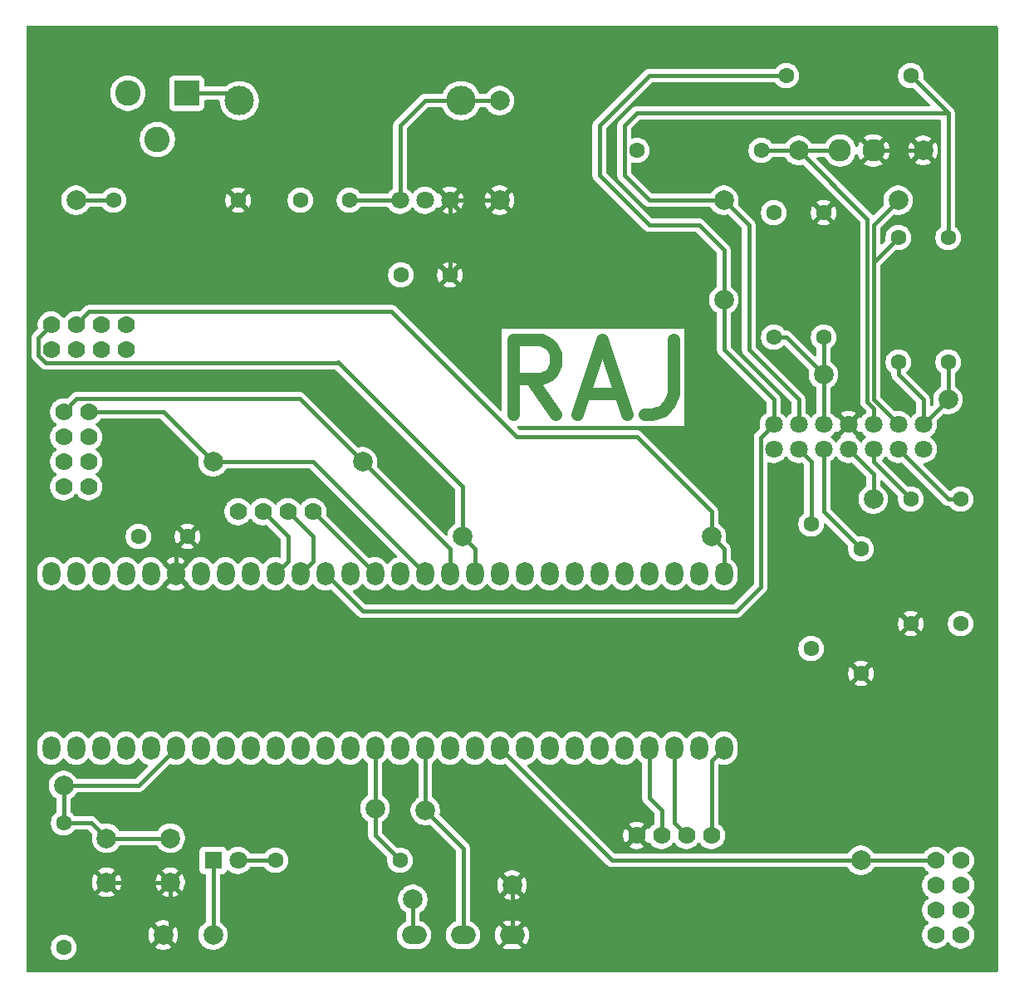
<source format=gbr>
%TF.GenerationSoftware,KiCad,Pcbnew,9.0.4*%
%TF.CreationDate,2025-11-19T11:43:12-07:00*%
%TF.ProjectId,Individual-subsystem,496e6469-7669-4647-9561-6c2d73756273,rev?*%
%TF.SameCoordinates,Original*%
%TF.FileFunction,Copper,L1,Top*%
%TF.FilePolarity,Positive*%
%FSLAX46Y46*%
G04 Gerber Fmt 4.6, Leading zero omitted, Abs format (unit mm)*
G04 Created by KiCad (PCBNEW 9.0.4) date 2025-11-19 11:43:12*
%MOMM*%
%LPD*%
G01*
G04 APERTURE LIST*
%ADD10C,1.270000*%
%TA.AperFunction,NonConductor*%
%ADD11C,1.270000*%
%TD*%
%TA.AperFunction,ComponentPad*%
%ADD12C,2.000000*%
%TD*%
%TA.AperFunction,ComponentPad*%
%ADD13C,1.600000*%
%TD*%
%TA.AperFunction,ComponentPad*%
%ADD14R,2.600000X2.600000*%
%TD*%
%TA.AperFunction,ComponentPad*%
%ADD15C,2.600000*%
%TD*%
%TA.AperFunction,ComponentPad*%
%ADD16C,1.778000*%
%TD*%
%TA.AperFunction,ComponentPad*%
%ADD17O,1.800000X2.400000*%
%TD*%
%TA.AperFunction,ComponentPad*%
%ADD18C,1.800000*%
%TD*%
%TA.AperFunction,ComponentPad*%
%ADD19R,1.800000X1.800000*%
%TD*%
%TA.AperFunction,ComponentPad*%
%ADD20C,3.000000*%
%TD*%
%TA.AperFunction,ComponentPad*%
%ADD21C,2.286000*%
%TD*%
%TA.AperFunction,ComponentPad*%
%ADD22O,2.500000X1.900000*%
%TD*%
%TA.AperFunction,Conductor*%
%ADD23C,0.381000*%
%TD*%
G04 APERTURE END LIST*
D10*
D11*
X156864097Y-91711417D02*
X154324097Y-88082845D01*
X152509811Y-91711417D02*
X152509811Y-84091417D01*
X152509811Y-84091417D02*
X155412668Y-84091417D01*
X155412668Y-84091417D02*
X156138383Y-84454274D01*
X156138383Y-84454274D02*
X156501240Y-84817131D01*
X156501240Y-84817131D02*
X156864097Y-85542845D01*
X156864097Y-85542845D02*
X156864097Y-86631417D01*
X156864097Y-86631417D02*
X156501240Y-87357131D01*
X156501240Y-87357131D02*
X156138383Y-87719988D01*
X156138383Y-87719988D02*
X155412668Y-88082845D01*
X155412668Y-88082845D02*
X152509811Y-88082845D01*
X159766954Y-89534274D02*
X163395526Y-89534274D01*
X159041240Y-91711417D02*
X161581240Y-84091417D01*
X161581240Y-84091417D02*
X164121240Y-91711417D01*
X168838383Y-84091417D02*
X168838383Y-89534274D01*
X168838383Y-89534274D02*
X168475526Y-90622845D01*
X168475526Y-90622845D02*
X167749812Y-91348560D01*
X167749812Y-91348560D02*
X166661240Y-91711417D01*
X166661240Y-91711417D02*
X165935526Y-91711417D01*
D12*
%TO.P,J3,1,Pin_1*%
%TO.N,+9V*%
X151130000Y-59690000D03*
%TD*%
%TO.P,J20,1,Pin_1*%
%TO.N,Net-(J20-Pin_1)*%
X191770000Y-69850000D03*
%TD*%
D13*
%TO.P,R12,1*%
%TO.N,Net-(U3-VIND-)*%
X198120000Y-100330000D03*
%TO.P,R12,2*%
%TO.N,GNDREF*%
X198120000Y-113030000D03*
%TD*%
D14*
%TO.P,J1,1*%
%TO.N,Net-(F1-Pad2)*%
X119230000Y-58940000D03*
D15*
%TO.P,J1,2*%
%TO.N,GNDREF*%
X113230000Y-58940000D03*
%TO.P,J1,3*%
%TO.N,unconnected-(J1-Pad3)*%
X116230000Y-63640000D03*
%TD*%
D12*
%TO.P,J7,1,Pin_1*%
%TO.N,/RD7*%
X121920000Y-96520000D03*
%TD*%
%TO.P,J24,1,Pin_1*%
%TO.N,GNDREF*%
X142282441Y-141146585D03*
%TD*%
D13*
%TO.P,R7,1*%
%TO.N,Net-(J19-Pin_1)*%
X177800000Y-64770000D03*
%TO.P,R7,2*%
%TO.N,GNDREF*%
X165100000Y-64770000D03*
%TD*%
%TO.P,R1,1*%
%TO.N,+5V*%
X124460000Y-69850000D03*
%TO.P,R1,2*%
%TO.N,GNDREF*%
X111760000Y-69850000D03*
%TD*%
D12*
%TO.P,J6,1,Pin_1*%
%TO.N,+5V*%
X151130000Y-69850000D03*
%TD*%
D13*
%TO.P,R10,1*%
%TO.N,/MCP6*%
X193040000Y-57150000D03*
%TO.P,R10,2*%
%TO.N,/MCP7*%
X180340000Y-57150000D03*
%TD*%
%TO.P,C3,1*%
%TO.N,+5V*%
X119300000Y-104140000D03*
%TO.P,C3,2*%
%TO.N,GNDREF*%
X114300000Y-104140000D03*
%TD*%
%TO.P,R2,1*%
%TO.N,/RB4*%
X106680000Y-133350000D03*
%TO.P,R2,2*%
%TO.N,GNDREF*%
X106680000Y-146050000D03*
%TD*%
D12*
%TO.P,J21,1,Pin_1*%
%TO.N,Net-(J21-Pin_1)*%
X196850000Y-90170000D03*
%TD*%
%TO.P,J10,1,Pin_1*%
%TO.N,+5V*%
X116840000Y-144780000D03*
%TD*%
D16*
%TO.P,J29,1,Pin_1*%
%TO.N,/RA0*%
X132080000Y-101600000D03*
%TO.P,J29,2,Pin_2*%
%TO.N,/RB0*%
X129540000Y-101600000D03*
%TO.P,J29,3,Pin_3*%
%TO.N,/RB3*%
X127000000Y-101600000D03*
%TO.P,J29,4,Pin_4*%
%TO.N,GNDREF*%
X124460000Y-101600000D03*
%TD*%
D12*
%TO.P,SW1,1,1*%
%TO.N,+5V*%
X117550000Y-139410000D03*
X111050000Y-139410000D03*
%TO.P,SW1,2,2*%
%TO.N,/RB4*%
X117550000Y-134910000D03*
X111050000Y-134910000D03*
%TD*%
D17*
%TO.P,U2,1,NC*%
%TO.N,unconnected-(U2-NC-Pad1)*%
X105410000Y-125730000D03*
%TO.P,U2,2,ID*%
%TO.N,unconnected-(U2-ID-Pad2)*%
X107950000Y-125730000D03*
%TO.P,U2,3,CDC_RX*%
%TO.N,unconnected-(U2-CDC_RX-Pad3)*%
X110490000Y-125730000D03*
%TO.P,U2,4,CDC_TX*%
%TO.N,unconnected-(U2-CDC_TX-Pad4)*%
X113030000Y-125730000D03*
%TO.P,U2,5,DBG1*%
%TO.N,unconnected-(U2-DBG1-Pad5)*%
X115570000Y-125730000D03*
%TO.P,U2,6,DBG2*%
%TO.N,/RB4*%
X118110000Y-125730000D03*
%TO.P,U2,7,RC2*%
%TO.N,unconnected-(U2-RC2-Pad7)*%
X120650000Y-125730000D03*
%TO.P,U2,8,RC3*%
%TO.N,unconnected-(U2-RC3-Pad8)*%
X123190000Y-125730000D03*
%TO.P,U2,9,RB2*%
%TO.N,unconnected-(U2-RB2-Pad9)*%
X125730000Y-125730000D03*
%TO.P,U2,10,RB1*%
%TO.N,unconnected-(U2-RB1-Pad10)*%
X128270000Y-125730000D03*
%TO.P,U2,11,RC4*%
%TO.N,unconnected-(U2-RC4-Pad11)*%
X130810000Y-125730000D03*
%TO.P,U2,12,RC5*%
%TO.N,unconnected-(U2-RC5-Pad12)*%
X133350000Y-125730000D03*
%TO.P,U2,13,RC6*%
%TO.N,unconnected-(U2-RC6-Pad13)*%
X135890000Y-125730000D03*
%TO.P,U2,14,RD4*%
%TO.N,/RD4*%
X138430000Y-125730000D03*
%TO.P,U2,15,GND*%
%TO.N,GNDREF*%
X140970000Y-125730000D03*
%TO.P,U2,16,RA3*%
%TO.N,/RA3*%
X143510000Y-125730000D03*
%TO.P,U2,17,RA4*%
%TO.N,unconnected-(U2-RA4-Pad17)*%
X146050000Y-125730000D03*
%TO.P,U2,18,RE2*%
%TO.N,unconnected-(U2-RE2-Pad18)*%
X148590000Y-125730000D03*
%TO.P,U2,19,RC7*%
%TO.N,/RC7*%
X151130000Y-125730000D03*
%TO.P,U2,20,RD0*%
%TO.N,unconnected-(U2-RD0-Pad20)*%
X153670000Y-125730000D03*
%TO.P,U2,21,RD1*%
%TO.N,unconnected-(U2-RD1-Pad21)*%
X156210000Y-125730000D03*
%TO.P,U2,22,RD2*%
%TO.N,unconnected-(U2-RD2-Pad22)*%
X158750000Y-125730000D03*
%TO.P,U2,23,RD3*%
%TO.N,unconnected-(U2-RD3-Pad23)*%
X161290000Y-125730000D03*
%TO.P,U2,24,GND*%
%TO.N,GNDREF*%
X163830000Y-125730000D03*
%TO.P,U2,25,RF0*%
%TO.N,/RF0*%
X166370000Y-125730000D03*
%TO.P,U2,26,RF1*%
%TO.N,/RF1*%
X168910000Y-125730000D03*
%TO.P,U2,27,RF2*%
%TO.N,unconnected-(U2-RF2-Pad27)*%
X171450000Y-125730000D03*
%TO.P,U2,28,RF3*%
%TO.N,/RF3*%
X173990000Y-125730000D03*
%TO.P,U2,29,RC0*%
%TO.N,/RC0*%
X173990000Y-107950000D03*
%TO.P,U2,30,RC1*%
%TO.N,unconnected-(U2-RC1-Pad30)*%
X171450000Y-107950000D03*
%TO.P,U2,31,RE0*%
%TO.N,unconnected-(U2-RE0-Pad31)*%
X168910000Y-107950000D03*
%TO.P,U2,32,RE1*%
%TO.N,unconnected-(U2-RE1-Pad32)*%
X166370000Y-107950000D03*
%TO.P,U2,33,GND*%
%TO.N,GNDREF*%
X163830000Y-107950000D03*
%TO.P,U2,34,RF4*%
%TO.N,unconnected-(U2-RF4-Pad34)*%
X161290000Y-107950000D03*
%TO.P,U2,35,RF5*%
%TO.N,unconnected-(U2-RF5-Pad35)*%
X158750000Y-107950000D03*
%TO.P,U2,36,RF6*%
%TO.N,unconnected-(U2-RF6-Pad36)*%
X156210000Y-107950000D03*
%TO.P,U2,37,RF7*%
%TO.N,unconnected-(U2-RF7-Pad37)*%
X153670000Y-107950000D03*
%TO.P,U2,38,RB5*%
%TO.N,unconnected-(U2-RB5-Pad38)*%
X151130000Y-107950000D03*
%TO.P,U2,39,RD5*%
%TO.N,/RD5*%
X148590000Y-107950000D03*
%TO.P,U2,40,RD6*%
%TO.N,/RD6*%
X146050000Y-107950000D03*
%TO.P,U2,41,RD7*%
%TO.N,/RD7*%
X143510000Y-107950000D03*
%TO.P,U2,42,GND*%
%TO.N,GNDREF*%
X140970000Y-107950000D03*
%TO.P,U2,43,RA0*%
%TO.N,/RA0*%
X138430000Y-107950000D03*
%TO.P,U2,44,RA1*%
%TO.N,unconnected-(U2-RA1-Pad44)*%
X135890000Y-107950000D03*
%TO.P,U2,45,RA2*%
%TO.N,/MCP7*%
X133350000Y-107950000D03*
%TO.P,U2,46,RB0*%
%TO.N,/RB0*%
X130810000Y-107950000D03*
%TO.P,U2,47,RB3*%
%TO.N,/RB3*%
X128270000Y-107950000D03*
%TO.P,U2,48,RA5*%
%TO.N,unconnected-(U2-RA5-Pad48)*%
X125730000Y-107950000D03*
%TO.P,U2,49,RA6*%
%TO.N,unconnected-(U2-RA6-Pad49)*%
X123190000Y-107950000D03*
%TO.P,U2,50,RA7*%
%TO.N,unconnected-(U2-RA7-Pad50)*%
X120650000Y-107950000D03*
%TO.P,U2,51,VTG*%
%TO.N,+5V*%
X118110000Y-107950000D03*
%TO.P,U2,52,GND*%
%TO.N,GNDREF*%
X115570000Y-107950000D03*
%TO.P,U2,53,DBG0*%
%TO.N,unconnected-(U2-DBG0-Pad53)*%
X113030000Y-107950000D03*
%TO.P,U2,54,DGB3*%
%TO.N,unconnected-(U2-DGB3-Pad54)*%
X110490000Y-107950000D03*
%TO.P,U2,55,VOFF*%
%TO.N,GNDREF*%
X107950000Y-107950000D03*
%TO.P,U2,56,VBUS*%
%TO.N,unconnected-(U2-VBUS-Pad56)*%
X105410000Y-107950000D03*
%TD*%
D18*
%TO.P,U3,1,VOUTA*%
%TO.N,Net-(J21-Pin_1)*%
X194310000Y-92710000D03*
%TO.P,U3,2,VINA-*%
%TO.N,Net-(J20-Pin_1)*%
X191770000Y-92710000D03*
%TO.P,U3,3,VINA+*%
%TO.N,Net-(J19-Pin_1)*%
X189230000Y-92710000D03*
%TO.P,U3,4,VDD*%
%TO.N,+5V*%
X186690000Y-92710000D03*
%TO.P,U3,5,VINB+*%
%TO.N,/Vref*%
X184150000Y-92710000D03*
%TO.P,U3,6,VINB-*%
%TO.N,/MCP6*%
X181610000Y-92710000D03*
%TO.P,U3,7,VOUTB*%
%TO.N,/MCP7*%
X179070000Y-92710000D03*
%TO.P,U3,8,VOUTC*%
%TO.N,unconnected-(U3-VOUTC-Pad8)*%
X179070000Y-95250000D03*
%TO.P,U3,9,VINC-*%
%TO.N,Net-(U3-VINC-)*%
X181610000Y-95250000D03*
%TO.P,U3,10,VINC+*%
%TO.N,Net-(U3-VINC+)*%
X184150000Y-95250000D03*
%TO.P,U3,11,VSS*%
%TO.N,GNDREF*%
X186690000Y-95250000D03*
%TO.P,U3,12,VIND+*%
%TO.N,Net-(U3-VIND+)*%
X189230000Y-95250000D03*
%TO.P,U3,13,VIND-*%
%TO.N,Net-(U3-VIND-)*%
X191770000Y-95250000D03*
%TO.P,U3,14,VOUTD*%
%TO.N,unconnected-(U3-VOUTD-Pad14)*%
X194310000Y-95250000D03*
%TD*%
D12*
%TO.P,J9,1,Pin_1*%
%TO.N,/RD6*%
X137160000Y-96520000D03*
%TD*%
%TO.P,J19,1,Pin_1*%
%TO.N,Net-(J19-Pin_1)*%
X181610000Y-64770000D03*
%TD*%
%TO.P,J22,1,Pin_1*%
%TO.N,/RA3*%
X143555297Y-132080000D03*
%TD*%
D13*
%TO.P,R14,1*%
%TO.N,Net-(U3-VINC+)*%
X187960000Y-105410000D03*
%TO.P,R14,2*%
%TO.N,+5V*%
X187960000Y-118110000D03*
%TD*%
D18*
%TO.P,U1,1,input*%
%TO.N,+9V*%
X140970000Y-69850000D03*
%TO.P,U1,2,ground*%
%TO.N,GNDREF*%
X143510000Y-69850000D03*
%TO.P,U1,3,output*%
%TO.N,+5V*%
X146050000Y-69850000D03*
%TD*%
D16*
%TO.P,J13,1,Pin_1*%
%TO.N,/RD6*%
X106680000Y-91440000D03*
%TO.P,J13,2,Pin_2*%
%TO.N,/RD7*%
X109220000Y-91440000D03*
%TO.P,J13,3,Pin_3*%
%TO.N,unconnected-(J13-Pin_3-Pad3)*%
X106680000Y-93980000D03*
%TO.P,J13,4,Pin_4*%
%TO.N,unconnected-(J13-Pin_4-Pad4)*%
X109220000Y-93980000D03*
%TO.P,J13,5,Pin_5*%
%TO.N,unconnected-(J13-Pin_5-Pad5)*%
X106680000Y-96520000D03*
%TO.P,J13,6,Pin_6*%
%TO.N,unconnected-(J13-Pin_6-Pad6)*%
X109220000Y-96520000D03*
%TO.P,J13,7,Pin_7*%
%TO.N,unconnected-(J13-Pin_7-Pad7)*%
X106680000Y-99060000D03*
%TO.P,J13,8,Pin_8*%
%TO.N,GNDREF*%
X109220000Y-99060000D03*
%TD*%
D13*
%TO.P,C2,1*%
%TO.N,+5V*%
X146050000Y-77470000D03*
%TO.P,C2,2*%
%TO.N,GNDREF*%
X141050000Y-77470000D03*
%TD*%
D19*
%TO.P,D1,1,K*%
%TO.N,GNDREF*%
X121920000Y-137160000D03*
D18*
%TO.P,D1,2,A*%
%TO.N,Net-(D1-A)*%
X124460000Y-137160000D03*
%TD*%
D12*
%TO.P,J2,1,Pin_1*%
%TO.N,GNDREF*%
X107950000Y-69850000D03*
%TD*%
D20*
%TO.P,F1,1*%
%TO.N,+9V*%
X147190000Y-59690000D03*
%TO.P,F1,2*%
%TO.N,Net-(F1-Pad2)*%
X124590000Y-59690000D03*
%TD*%
D12*
%TO.P,J15,1,Pin_1*%
%TO.N,/RD4*%
X138430000Y-131867548D03*
%TD*%
D21*
%TO.P,R6,1*%
%TO.N,+5V*%
X189230000Y-64770000D03*
%TO.P,R6,2*%
%TO.N,Net-(J19-Pin_1)*%
X185830000Y-64770000D03*
%TD*%
D13*
%TO.P,R9,1*%
%TO.N,Net-(J21-Pin_1)*%
X196850000Y-86360000D03*
%TO.P,R9,2*%
%TO.N,/MCP6*%
X196850000Y-73660000D03*
%TD*%
D12*
%TO.P,J12,1,Pin_1*%
%TO.N,/RB4*%
X106680000Y-129540000D03*
%TD*%
D16*
%TO.P,J28,1,Pin_1*%
%TO.N,unconnected-(J28-Pin_1-Pad1)*%
X105410000Y-85095000D03*
%TO.P,J28,2,Pin_2*%
%TO.N,/RD5*%
X105410000Y-82555000D03*
%TO.P,J28,3,Pin_3*%
%TO.N,unconnected-(J28-Pin_3-Pad3)*%
X107950000Y-85095000D03*
%TO.P,J28,4,Pin_4*%
%TO.N,/RC0*%
X107950000Y-82555000D03*
%TO.P,J28,5,Pin_5*%
%TO.N,unconnected-(J28-Pin_5-Pad5)*%
X110490000Y-85095000D03*
%TO.P,J28,6,Pin_6*%
%TO.N,unconnected-(J28-Pin_6-Pad6)*%
X110490000Y-82555000D03*
%TO.P,J28,7,Pin_7*%
%TO.N,unconnected-(J28-Pin_7-Pad7)*%
X113030000Y-85095000D03*
%TO.P,J28,8,Pin_8*%
%TO.N,GNDREF*%
X113030000Y-82555000D03*
%TD*%
D13*
%TO.P,R11,1*%
%TO.N,Net-(U3-VIND+)*%
X193040000Y-100330000D03*
%TO.P,R11,2*%
%TO.N,+5V*%
X193040000Y-113030000D03*
%TD*%
D12*
%TO.P,J16,1,Pin_1*%
%TO.N,GNDREF*%
X121920000Y-144780000D03*
%TD*%
%TO.P,J26,1,Pin_1*%
%TO.N,/MCP7*%
X173990000Y-80010000D03*
%TD*%
%TO.P,J5,1,Pin_1*%
%TO.N,/RC7*%
X187960000Y-137160000D03*
%TD*%
D16*
%TO.P,J4,1,Pin_1*%
%TO.N,/RC7*%
X195580000Y-137160000D03*
%TO.P,J4,2,Pin_2*%
%TO.N,unconnected-(J4-Pin_2-Pad2)*%
X198120000Y-137160000D03*
%TO.P,J4,3,Pin_3*%
%TO.N,unconnected-(J4-Pin_3-Pad3)*%
X195580000Y-139700000D03*
%TO.P,J4,4,Pin_4*%
%TO.N,unconnected-(J4-Pin_4-Pad4)*%
X198120000Y-139700000D03*
%TO.P,J4,5,Pin_5*%
%TO.N,unconnected-(J4-Pin_5-Pad5)*%
X195580000Y-142240000D03*
%TO.P,J4,6,Pin_6*%
%TO.N,unconnected-(J4-Pin_6-Pad6)*%
X198120000Y-142240000D03*
%TO.P,J4,7,Pin_7*%
%TO.N,unconnected-(J4-Pin_7-Pad7)*%
X195580000Y-144780000D03*
%TO.P,J4,8,Pin_8*%
%TO.N,GNDREF*%
X198120000Y-144780000D03*
%TD*%
D12*
%TO.P,J18,1,Pin_1*%
%TO.N,+5V*%
X194310000Y-64770000D03*
%TD*%
%TO.P,J27,1,Pin_1*%
%TO.N,GNDREF*%
X189230000Y-100330000D03*
%TD*%
%TO.P,J17,1,Pin_1*%
%TO.N,/Vref*%
X184150000Y-87630000D03*
%TD*%
D13*
%TO.P,R3,1*%
%TO.N,Net-(D1-A)*%
X128270000Y-137160000D03*
%TO.P,R3,2*%
%TO.N,/RD4*%
X140970000Y-137160000D03*
%TD*%
%TO.P,R5,1*%
%TO.N,GNDREF*%
X179070000Y-71120000D03*
%TO.P,R5,2*%
%TO.N,/Vref*%
X179070000Y-83820000D03*
%TD*%
D12*
%TO.P,J14,1,Pin_1*%
%TO.N,/RD5*%
X147320000Y-104140000D03*
%TD*%
D13*
%TO.P,C1,1*%
%TO.N,+9V*%
X135810000Y-69850000D03*
%TO.P,C1,2*%
%TO.N,GNDREF*%
X130810000Y-69850000D03*
%TD*%
D12*
%TO.P,J23,1,Pin_1*%
%TO.N,+5V*%
X152400000Y-139700000D03*
%TD*%
%TO.P,J11,1,Pin_1*%
%TO.N,/RC0*%
X172720000Y-104140000D03*
%TD*%
D16*
%TO.P,J8,1,Pin_1*%
%TO.N,/RF3*%
X172720000Y-134620000D03*
%TO.P,J8,2,Pin_2*%
%TO.N,/RF1*%
X170180000Y-134620000D03*
%TO.P,J8,3,Pin_3*%
%TO.N,/RF0*%
X167640000Y-134620000D03*
%TO.P,J8,4,Pin_4*%
%TO.N,+5V*%
X165100000Y-134620000D03*
%TD*%
D22*
%TO.P,RV1,1,1*%
%TO.N,GNDREF*%
X142400000Y-144780000D03*
%TO.P,RV1,2,2*%
%TO.N,/RA3*%
X147400000Y-144780000D03*
%TO.P,RV1,3,3*%
%TO.N,+5V*%
X152400000Y-144780000D03*
%TD*%
D12*
%TO.P,J25,1,Pin_1*%
%TO.N,/MCP6*%
X173990000Y-69850000D03*
%TD*%
D13*
%TO.P,R4,1*%
%TO.N,/Vref*%
X184150000Y-83820000D03*
%TO.P,R4,2*%
%TO.N,+5V*%
X184150000Y-71120000D03*
%TD*%
%TO.P,R13,1*%
%TO.N,Net-(U3-VINC-)*%
X182880000Y-102870000D03*
%TO.P,R13,2*%
%TO.N,GNDREF*%
X182880000Y-115570000D03*
%TD*%
%TO.P,R8,1*%
%TO.N,Net-(J20-Pin_1)*%
X191770000Y-73660000D03*
%TO.P,R8,2*%
%TO.N,Net-(J21-Pin_1)*%
X191770000Y-86360000D03*
%TD*%
D23*
%TO.N,+9V*%
X140970000Y-69850000D02*
X135810000Y-69850000D01*
X143510000Y-59690000D02*
X140970000Y-62230000D01*
X140970000Y-62230000D02*
X140970000Y-69850000D01*
X147190000Y-59690000D02*
X143510000Y-59690000D01*
X147190000Y-59690000D02*
X151130000Y-59690000D01*
%TO.N,GNDREF*%
X189230000Y-97790000D02*
X189230000Y-100330000D01*
X186690000Y-95250000D02*
X189230000Y-97790000D01*
X142282441Y-144662441D02*
X142400000Y-144780000D01*
X142282441Y-141146585D02*
X142282441Y-144662441D01*
X121920000Y-137160000D02*
X121920000Y-144780000D01*
X111760000Y-69850000D02*
X107950000Y-69850000D01*
%TO.N,+5V*%
X118030000Y-107870000D02*
X118110000Y-107950000D01*
X129540000Y-74930000D02*
X124460000Y-69850000D01*
X152400000Y-139700000D02*
X152400000Y-144780000D01*
X117550000Y-144070000D02*
X116840000Y-144780000D01*
X146050000Y-69850000D02*
X146050000Y-77470000D01*
X111050000Y-139410000D02*
X117550000Y-139410000D01*
X118110000Y-107950000D02*
X118110000Y-105330000D01*
X117550000Y-139410000D02*
X117550000Y-144070000D01*
X146050000Y-77470000D02*
X143510000Y-74930000D01*
X143510000Y-74930000D02*
X129540000Y-74930000D01*
X194310000Y-64770000D02*
X189230000Y-64770000D01*
X146050000Y-69850000D02*
X151130000Y-69850000D01*
X118110000Y-105330000D02*
X119300000Y-104140000D01*
%TO.N,Net-(D1-A)*%
X124460000Y-137160000D02*
X128270000Y-137160000D01*
%TO.N,Net-(F1-Pad2)*%
X119230000Y-58940000D02*
X123840000Y-58940000D01*
X123840000Y-58940000D02*
X124590000Y-59690000D01*
%TO.N,/RD7*%
X109220000Y-91440000D02*
X116840000Y-91440000D01*
X116840000Y-91440000D02*
X121920000Y-96520000D01*
X121920000Y-96520000D02*
X132080000Y-96520000D01*
X132080000Y-96520000D02*
X143510000Y-107950000D01*
%TO.N,/RD6*%
X146050000Y-105410000D02*
X146050000Y-107950000D01*
X108014500Y-90105500D02*
X130745500Y-90105500D01*
X130745500Y-90105500D02*
X137160000Y-96520000D01*
X137160000Y-96520000D02*
X146050000Y-105410000D01*
X106680000Y-91440000D02*
X108014500Y-90105500D01*
%TO.N,/RC0*%
X140106039Y-81220500D02*
X152865539Y-93980000D01*
X152865539Y-93980000D02*
X165100000Y-93980000D01*
X173990000Y-105410000D02*
X173990000Y-107950000D01*
X107950000Y-82555000D02*
X109284500Y-81220500D01*
X172720000Y-101600000D02*
X172720000Y-104140000D01*
X172720000Y-104140000D02*
X173990000Y-105410000D01*
X165100000Y-93980000D02*
X172720000Y-101600000D01*
X109284500Y-81220500D02*
X140106039Y-81220500D01*
%TO.N,/RB4*%
X114300000Y-129540000D02*
X118110000Y-125730000D01*
X111050000Y-134910000D02*
X117550000Y-134910000D01*
X111050000Y-134910000D02*
X109490000Y-133350000D01*
X109490000Y-133350000D02*
X106680000Y-133350000D01*
X118110000Y-134350000D02*
X117550000Y-134910000D01*
X106680000Y-129540000D02*
X114300000Y-129540000D01*
X106680000Y-129540000D02*
X106680000Y-133350000D01*
%TO.N,/RD5*%
X134550500Y-86429500D02*
X134620000Y-86360000D01*
X147320000Y-99060000D02*
X147320000Y-104140000D01*
X147320000Y-104140000D02*
X148590000Y-105410000D01*
X104075500Y-83889500D02*
X104075500Y-85647768D01*
X134620000Y-86360000D02*
X147320000Y-99060000D01*
X148590000Y-105410000D02*
X148590000Y-107950000D01*
X104075500Y-85647768D02*
X104857232Y-86429500D01*
X105410000Y-82555000D02*
X104075500Y-83889500D01*
X104857232Y-86429500D02*
X134550500Y-86429500D01*
%TO.N,/RD4*%
X138430000Y-134620000D02*
X140970000Y-137160000D01*
X138430000Y-131867548D02*
X138430000Y-134620000D01*
X138430000Y-131867548D02*
X138430000Y-125730000D01*
%TO.N,/Vref*%
X184150000Y-92710000D02*
X184150000Y-87630000D01*
X180340000Y-83820000D02*
X184150000Y-87630000D01*
X179070000Y-83820000D02*
X180340000Y-83820000D01*
X184150000Y-83820000D02*
X184150000Y-87630000D01*
%TO.N,Net-(J19-Pin_1)*%
X189230000Y-92710000D02*
X189230000Y-91069440D01*
X181610000Y-64770000D02*
X185830000Y-64770000D01*
X189230000Y-91069440D02*
X188594000Y-90433440D01*
X188594000Y-71754000D02*
X181610000Y-64770000D01*
X181610000Y-64770000D02*
X177800000Y-64770000D01*
X188594000Y-90433440D02*
X188594000Y-71754000D01*
%TO.N,Net-(J20-Pin_1)*%
X189230000Y-77470000D02*
X189230000Y-88900000D01*
X191770000Y-92710000D02*
X189230000Y-90170000D01*
X189230000Y-77470000D02*
X189230000Y-72390000D01*
X189230000Y-90170000D02*
X189230000Y-88900000D01*
X191770000Y-73660000D02*
X189230000Y-76200000D01*
X189230000Y-72390000D02*
X191770000Y-69850000D01*
X189230000Y-76200000D02*
X189230000Y-77470000D01*
%TO.N,Net-(J21-Pin_1)*%
X191770000Y-86360000D02*
X191770000Y-87630000D01*
X194310000Y-90170000D02*
X194310000Y-92710000D01*
X196850000Y-90170000D02*
X194310000Y-92710000D01*
X191770000Y-87630000D02*
X194310000Y-90170000D01*
X196850000Y-86360000D02*
X196850000Y-90170000D01*
%TO.N,/RA3*%
X143555297Y-132080000D02*
X143555297Y-125775297D01*
X147400000Y-135924703D02*
X143555297Y-132080000D01*
X147400000Y-144780000D02*
X147400000Y-135924703D01*
X143555297Y-125775297D02*
X143510000Y-125730000D01*
%TO.N,/MCP6*%
X196850000Y-60960000D02*
X193040000Y-57150000D01*
X163830000Y-62230000D02*
X163830000Y-67310000D01*
X173990000Y-69850000D02*
X176530000Y-72390000D01*
X181610000Y-90170000D02*
X181610000Y-92710000D01*
X176530000Y-72390000D02*
X176530000Y-85090000D01*
X196850000Y-73660000D02*
X196850000Y-60960000D01*
X166370000Y-69850000D02*
X173990000Y-69850000D01*
X176530000Y-85090000D02*
X181610000Y-90170000D01*
X196850000Y-60960000D02*
X165100000Y-60960000D01*
X165100000Y-60960000D02*
X163830000Y-62230000D01*
X163830000Y-67310000D02*
X166370000Y-69850000D01*
%TO.N,/MCP7*%
X166370000Y-72390000D02*
X171450000Y-72390000D01*
X180340000Y-57150000D02*
X166370000Y-57150000D01*
X173990000Y-85090000D02*
X179070000Y-90170000D01*
X171450000Y-72390000D02*
X173990000Y-74930000D01*
X137160000Y-111760000D02*
X133350000Y-107950000D01*
X179070000Y-92710000D02*
X177724500Y-94055500D01*
X177724500Y-109295500D02*
X175260000Y-111760000D01*
X179070000Y-90170000D02*
X179070000Y-92710000D01*
X175260000Y-111760000D02*
X137160000Y-111760000D01*
X166370000Y-57150000D02*
X161290000Y-62230000D01*
X173990000Y-80010000D02*
X173990000Y-85090000D01*
X161290000Y-67310000D02*
X166370000Y-72390000D01*
X161290000Y-62230000D02*
X161290000Y-67310000D01*
X177724500Y-94055500D02*
X177724500Y-109295500D01*
X173990000Y-74930000D02*
X173990000Y-80010000D01*
%TO.N,/RB0*%
X132080000Y-106680000D02*
X130810000Y-107950000D01*
X132080000Y-104140000D02*
X132080000Y-106680000D01*
X132080000Y-104140000D02*
X129540000Y-101600000D01*
%TO.N,/RA0*%
X138430000Y-107950000D02*
X132080000Y-101600000D01*
%TO.N,/RF1*%
X168910000Y-133350000D02*
X168910000Y-125730000D01*
X170180000Y-134620000D02*
X168910000Y-133350000D01*
%TO.N,/RF0*%
X167640000Y-134620000D02*
X167640000Y-132080000D01*
X166370000Y-130810000D02*
X166370000Y-125730000D01*
X167640000Y-132080000D02*
X166370000Y-130810000D01*
%TO.N,/RF3*%
X172720000Y-127000000D02*
X173990000Y-125730000D01*
X172720000Y-134620000D02*
X172720000Y-127000000D01*
%TO.N,/RB3*%
X129540000Y-104140000D02*
X127000000Y-101600000D01*
X129540000Y-104140000D02*
X129540000Y-106680000D01*
X129540000Y-106680000D02*
X128270000Y-107950000D01*
%TO.N,Net-(U3-VIND+)*%
X189230000Y-96520000D02*
X193040000Y-100330000D01*
X189230000Y-95250000D02*
X189230000Y-96520000D01*
%TO.N,Net-(U3-VIND-)*%
X196850000Y-100330000D02*
X198120000Y-100330000D01*
X191770000Y-95250000D02*
X196850000Y-100330000D01*
%TO.N,Net-(U3-VINC+)*%
X184150000Y-101600000D02*
X187960000Y-105410000D01*
X184150000Y-95250000D02*
X184150000Y-101600000D01*
%TO.N,/RC7*%
X195580000Y-137160000D02*
X187960000Y-137160000D01*
X162560000Y-137160000D02*
X151130000Y-125730000D01*
X187960000Y-137160000D02*
X162560000Y-137160000D01*
%TO.N,Net-(U3-VINC-)*%
X181610000Y-95250000D02*
X182880000Y-96520000D01*
X182880000Y-96520000D02*
X182880000Y-102870000D01*
%TD*%
%TA.AperFunction,Conductor*%
%TO.N,+5V*%
G36*
X186224075Y-92902993D02*
G01*
X186289901Y-93017007D01*
X186382993Y-93110099D01*
X186497007Y-93175925D01*
X186560590Y-93192962D01*
X185892485Y-93861065D01*
X185892485Y-93861066D01*
X185917680Y-93879371D01*
X185960346Y-93934701D01*
X185966325Y-94004314D01*
X185933720Y-94066110D01*
X185917681Y-94080008D01*
X185777636Y-94181756D01*
X185621756Y-94337636D01*
X185621752Y-94337641D01*
X185520318Y-94477254D01*
X185464988Y-94519920D01*
X185395375Y-94525899D01*
X185333580Y-94493293D01*
X185319682Y-94477254D01*
X185218247Y-94337641D01*
X185218243Y-94337636D01*
X185062363Y-94181756D01*
X185062358Y-94181752D01*
X184922745Y-94080318D01*
X184880079Y-94024989D01*
X184874100Y-93955375D01*
X184906705Y-93893580D01*
X184922745Y-93879682D01*
X185062358Y-93778247D01*
X185062356Y-93778247D01*
X185062365Y-93778242D01*
X185218242Y-93622365D01*
X185319991Y-93482317D01*
X185375320Y-93439653D01*
X185444933Y-93433674D01*
X185506729Y-93466279D01*
X185520628Y-93482319D01*
X185538932Y-93507513D01*
X186207037Y-92839408D01*
X186224075Y-92902993D01*
G37*
%TD.AperFunction*%
%TA.AperFunction,Conductor*%
G36*
X187841066Y-93507514D02*
G01*
X187841066Y-93507513D01*
X187859372Y-93482319D01*
X187914701Y-93439653D01*
X187984315Y-93433674D01*
X188046110Y-93466279D01*
X188060008Y-93482319D01*
X188161752Y-93622358D01*
X188161756Y-93622363D01*
X188317636Y-93778243D01*
X188317641Y-93778247D01*
X188457254Y-93879682D01*
X188499920Y-93935012D01*
X188505899Y-94004625D01*
X188473293Y-94066420D01*
X188457254Y-94080318D01*
X188317641Y-94181752D01*
X188317636Y-94181756D01*
X188161756Y-94337636D01*
X188161752Y-94337641D01*
X188060318Y-94477254D01*
X188004988Y-94519920D01*
X187935375Y-94525899D01*
X187873580Y-94493293D01*
X187859682Y-94477254D01*
X187758247Y-94337641D01*
X187758243Y-94337636D01*
X187602363Y-94181756D01*
X187602358Y-94181752D01*
X187462319Y-94080008D01*
X187419653Y-94024678D01*
X187413674Y-93955065D01*
X187446279Y-93893270D01*
X187462319Y-93879372D01*
X187487513Y-93861066D01*
X187487514Y-93861066D01*
X186819409Y-93192962D01*
X186882993Y-93175925D01*
X186997007Y-93110099D01*
X187090099Y-93017007D01*
X187155925Y-92902993D01*
X187172962Y-92839409D01*
X187841066Y-93507514D01*
G37*
%TD.AperFunction*%
%TA.AperFunction,Conductor*%
G36*
X201872539Y-52090185D02*
G01*
X201918294Y-52142989D01*
X201929500Y-52194500D01*
X201929500Y-148465500D01*
X201909815Y-148532539D01*
X201857011Y-148578294D01*
X201805500Y-148589500D01*
X102994500Y-148589500D01*
X102927461Y-148569815D01*
X102881706Y-148517011D01*
X102870500Y-148465500D01*
X102870500Y-145947648D01*
X105379500Y-145947648D01*
X105379500Y-146152351D01*
X105411522Y-146354534D01*
X105474781Y-146549223D01*
X105567715Y-146731613D01*
X105688028Y-146897213D01*
X105832786Y-147041971D01*
X105987749Y-147154556D01*
X105998390Y-147162287D01*
X106114607Y-147221503D01*
X106180776Y-147255218D01*
X106180778Y-147255218D01*
X106180781Y-147255220D01*
X106285137Y-147289127D01*
X106375465Y-147318477D01*
X106476557Y-147334488D01*
X106577648Y-147350500D01*
X106577649Y-147350500D01*
X106782351Y-147350500D01*
X106782352Y-147350500D01*
X106984534Y-147318477D01*
X107179219Y-147255220D01*
X107361610Y-147162287D01*
X107454590Y-147094732D01*
X107527213Y-147041971D01*
X107527215Y-147041968D01*
X107527219Y-147041966D01*
X107671966Y-146897219D01*
X107671968Y-146897215D01*
X107671971Y-146897213D01*
X107724732Y-146824590D01*
X107792287Y-146731610D01*
X107885220Y-146549219D01*
X107948477Y-146354534D01*
X107980500Y-146152352D01*
X107980500Y-145947648D01*
X107970796Y-145886379D01*
X107948477Y-145745465D01*
X107917167Y-145649104D01*
X107885220Y-145550781D01*
X107885218Y-145550778D01*
X107885218Y-145550776D01*
X107851503Y-145484607D01*
X107792287Y-145368390D01*
X107769193Y-145336604D01*
X107671971Y-145202786D01*
X107527213Y-145058028D01*
X107361613Y-144937715D01*
X107361612Y-144937714D01*
X107361610Y-144937713D01*
X107304653Y-144908691D01*
X107179223Y-144844781D01*
X106984534Y-144781523D01*
X106972065Y-144779548D01*
X106912480Y-144770110D01*
X106782352Y-144749500D01*
X106577648Y-144749500D01*
X106553329Y-144753351D01*
X106375465Y-144781522D01*
X106180776Y-144844781D01*
X105998386Y-144937715D01*
X105832786Y-145058028D01*
X105688028Y-145202786D01*
X105567715Y-145368386D01*
X105474781Y-145550776D01*
X105411522Y-145745465D01*
X105379500Y-145947648D01*
X102870500Y-145947648D01*
X102870500Y-144661947D01*
X115340000Y-144661947D01*
X115340000Y-144898052D01*
X115376934Y-145131247D01*
X115449897Y-145355802D01*
X115557087Y-145566174D01*
X115617338Y-145649104D01*
X115617340Y-145649105D01*
X116357037Y-144909408D01*
X116374075Y-144972993D01*
X116439901Y-145087007D01*
X116532993Y-145180099D01*
X116647007Y-145245925D01*
X116710590Y-145262962D01*
X115970893Y-146002658D01*
X116053828Y-146062914D01*
X116264197Y-146170102D01*
X116488752Y-146243065D01*
X116488751Y-146243065D01*
X116721948Y-146280000D01*
X116958052Y-146280000D01*
X117191247Y-146243065D01*
X117415802Y-146170102D01*
X117626163Y-146062918D01*
X117626169Y-146062914D01*
X117709104Y-146002658D01*
X117709105Y-146002658D01*
X116969408Y-145262962D01*
X117032993Y-145245925D01*
X117147007Y-145180099D01*
X117240099Y-145087007D01*
X117305925Y-144972993D01*
X117322962Y-144909409D01*
X118062658Y-145649105D01*
X118062658Y-145649104D01*
X118122914Y-145566169D01*
X118122918Y-145566163D01*
X118230102Y-145355802D01*
X118303065Y-145131247D01*
X118340000Y-144898052D01*
X118340000Y-144661947D01*
X118339993Y-144661902D01*
X120419500Y-144661902D01*
X120419500Y-144898097D01*
X120456446Y-145131368D01*
X120529433Y-145355996D01*
X120595361Y-145485385D01*
X120636657Y-145566433D01*
X120775483Y-145757510D01*
X120942490Y-145924517D01*
X121133567Y-146063343D01*
X121232991Y-146114002D01*
X121344003Y-146170566D01*
X121344005Y-146170566D01*
X121344008Y-146170568D01*
X121417032Y-146194295D01*
X121568631Y-146243553D01*
X121801903Y-146280500D01*
X121801908Y-146280500D01*
X122038097Y-146280500D01*
X122271368Y-146243553D01*
X122272870Y-146243065D01*
X122495992Y-146170568D01*
X122706433Y-146063343D01*
X122897510Y-145924517D01*
X123064517Y-145757510D01*
X123203343Y-145566433D01*
X123310568Y-145355992D01*
X123383553Y-145131368D01*
X123408637Y-144972993D01*
X123420500Y-144898097D01*
X123420500Y-144665837D01*
X140649500Y-144665837D01*
X140649500Y-144894162D01*
X140685215Y-145119660D01*
X140755770Y-145336803D01*
X140848090Y-145517990D01*
X140859421Y-145540228D01*
X140993621Y-145724937D01*
X141155063Y-145886379D01*
X141339772Y-146020579D01*
X141422859Y-146062914D01*
X141543196Y-146124229D01*
X141543198Y-146124229D01*
X141543201Y-146124231D01*
X141659592Y-146162049D01*
X141760339Y-146194784D01*
X141985838Y-146230500D01*
X141985843Y-146230500D01*
X142814162Y-146230500D01*
X143039660Y-146194784D01*
X143041165Y-146194295D01*
X143256799Y-146124231D01*
X143460228Y-146020579D01*
X143644937Y-145886379D01*
X143806379Y-145724937D01*
X143940579Y-145540228D01*
X144044231Y-145336799D01*
X144114784Y-145119660D01*
X144138014Y-144972993D01*
X144150500Y-144894162D01*
X144150500Y-144665837D01*
X144114784Y-144440339D01*
X144044229Y-144223196D01*
X143951909Y-144042009D01*
X143940579Y-144019772D01*
X143806379Y-143835063D01*
X143644937Y-143673621D01*
X143460228Y-143539421D01*
X143256799Y-143435769D01*
X143059122Y-143371539D01*
X143001447Y-143332102D01*
X142974249Y-143267744D01*
X142973441Y-143253609D01*
X142973441Y-142554540D01*
X142993126Y-142487501D01*
X143041145Y-142444056D01*
X143068874Y-142429928D01*
X143259951Y-142291102D01*
X143426958Y-142124095D01*
X143565784Y-141933018D01*
X143673009Y-141722577D01*
X143745994Y-141497953D01*
X143771835Y-141334801D01*
X143782941Y-141264682D01*
X143782941Y-141028487D01*
X143745994Y-140795216D01*
X143673007Y-140570588D01*
X143594874Y-140417245D01*
X143565784Y-140360152D01*
X143426958Y-140169075D01*
X143259951Y-140002068D01*
X143068874Y-139863242D01*
X142980184Y-139818052D01*
X142858437Y-139756018D01*
X142633809Y-139683031D01*
X142400538Y-139646085D01*
X142400533Y-139646085D01*
X142164349Y-139646085D01*
X142164344Y-139646085D01*
X141931072Y-139683031D01*
X141706444Y-139756018D01*
X141496007Y-139863242D01*
X141455059Y-139892993D01*
X141304931Y-140002068D01*
X141304929Y-140002070D01*
X141304928Y-140002070D01*
X141137926Y-140169072D01*
X141137926Y-140169073D01*
X141137924Y-140169075D01*
X141115456Y-140200000D01*
X140999098Y-140360151D01*
X140891874Y-140570588D01*
X140818887Y-140795216D01*
X140781941Y-141028487D01*
X140781941Y-141264682D01*
X140818887Y-141497953D01*
X140891874Y-141722581D01*
X140989725Y-141914623D01*
X140999098Y-141933018D01*
X141137924Y-142124095D01*
X141304931Y-142291102D01*
X141496008Y-142429928D01*
X141523736Y-142444055D01*
X141574531Y-142492028D01*
X141591441Y-142554540D01*
X141591441Y-143335202D01*
X141571756Y-143402241D01*
X141523736Y-143445686D01*
X141490754Y-143462491D01*
X141339771Y-143539421D01*
X141155061Y-143673622D01*
X140993622Y-143835061D01*
X140859421Y-144019771D01*
X140755770Y-144223196D01*
X140685215Y-144440339D01*
X140649500Y-144665837D01*
X123420500Y-144665837D01*
X123420500Y-144661902D01*
X123383553Y-144428631D01*
X123324413Y-144246619D01*
X123310568Y-144204008D01*
X123310566Y-144204005D01*
X123310566Y-144204003D01*
X123228025Y-144042009D01*
X123203343Y-143993567D01*
X123064517Y-143802490D01*
X122897510Y-143635483D01*
X122706433Y-143496657D01*
X122706432Y-143496656D01*
X122706430Y-143496655D01*
X122678702Y-143482526D01*
X122627908Y-143434551D01*
X122611000Y-143372043D01*
X122611000Y-138684499D01*
X122630685Y-138617460D01*
X122683489Y-138571705D01*
X122735000Y-138560499D01*
X122867871Y-138560499D01*
X122867872Y-138560499D01*
X122927483Y-138554091D01*
X123062331Y-138503796D01*
X123177546Y-138417546D01*
X123263796Y-138302331D01*
X123275003Y-138272284D01*
X123293601Y-138222420D01*
X123335471Y-138166486D01*
X123400936Y-138142068D01*
X123469209Y-138156919D01*
X123497464Y-138178071D01*
X123547636Y-138228243D01*
X123547641Y-138228247D01*
X123608258Y-138272287D01*
X123725978Y-138357815D01*
X123854375Y-138423237D01*
X123922393Y-138457895D01*
X123922396Y-138457896D01*
X123982234Y-138477338D01*
X124132049Y-138526015D01*
X124349778Y-138560500D01*
X124349779Y-138560500D01*
X124570221Y-138560500D01*
X124570222Y-138560500D01*
X124787951Y-138526015D01*
X124997606Y-138457895D01*
X125194022Y-138357815D01*
X125372365Y-138228242D01*
X125528242Y-138072365D01*
X125575576Y-138007215D01*
X125651936Y-137902115D01*
X125707265Y-137859449D01*
X125752254Y-137851000D01*
X127101354Y-137851000D01*
X127168393Y-137870685D01*
X127201673Y-137902116D01*
X127278030Y-138007215D01*
X127422786Y-138151971D01*
X127539730Y-138236934D01*
X127588390Y-138272287D01*
X127662204Y-138309897D01*
X127770776Y-138365218D01*
X127770778Y-138365218D01*
X127770781Y-138365220D01*
X127875137Y-138399127D01*
X127965465Y-138428477D01*
X128059318Y-138443342D01*
X128167648Y-138460500D01*
X128167649Y-138460500D01*
X128372351Y-138460500D01*
X128372352Y-138460500D01*
X128574534Y-138428477D01*
X128769219Y-138365220D01*
X128951610Y-138272287D01*
X129051105Y-138200000D01*
X129117213Y-138151971D01*
X129117215Y-138151968D01*
X129117219Y-138151966D01*
X129261966Y-138007219D01*
X129261968Y-138007215D01*
X129261971Y-138007213D01*
X129341325Y-137897990D01*
X129382287Y-137841610D01*
X129475220Y-137659219D01*
X129538477Y-137464534D01*
X129570500Y-137262352D01*
X129570500Y-137057648D01*
X129569390Y-137050638D01*
X129538477Y-136855465D01*
X129475218Y-136660776D01*
X129440112Y-136591877D01*
X129382287Y-136478390D01*
X129349078Y-136432681D01*
X129261971Y-136312786D01*
X129117213Y-136168028D01*
X128951613Y-136047715D01*
X128951612Y-136047714D01*
X128951610Y-136047713D01*
X128875632Y-136009000D01*
X128769223Y-135954781D01*
X128574534Y-135891522D01*
X128388799Y-135862105D01*
X128372352Y-135859500D01*
X128167648Y-135859500D01*
X128151201Y-135862105D01*
X127965465Y-135891522D01*
X127770776Y-135954781D01*
X127588386Y-136047715D01*
X127422786Y-136168028D01*
X127278030Y-136312784D01*
X127213725Y-136401295D01*
X127207038Y-136410500D01*
X127201673Y-136417884D01*
X127146343Y-136460551D01*
X127101354Y-136469000D01*
X125752254Y-136469000D01*
X125685215Y-136449315D01*
X125651936Y-136417885D01*
X125528247Y-136247641D01*
X125528243Y-136247636D01*
X125372363Y-136091756D01*
X125372358Y-136091752D01*
X125194025Y-135962187D01*
X125194024Y-135962186D01*
X125194022Y-135962185D01*
X125131096Y-135930122D01*
X124997606Y-135862104D01*
X124997603Y-135862103D01*
X124787952Y-135793985D01*
X124632930Y-135769432D01*
X124570222Y-135759500D01*
X124349778Y-135759500D01*
X124287070Y-135769432D01*
X124132047Y-135793985D01*
X123922396Y-135862103D01*
X123922393Y-135862104D01*
X123725974Y-135962187D01*
X123547641Y-136091752D01*
X123547636Y-136091756D01*
X123497463Y-136141929D01*
X123436140Y-136175413D01*
X123366448Y-136170428D01*
X123310515Y-136128557D01*
X123293601Y-136097580D01*
X123263797Y-136017671D01*
X123263793Y-136017664D01*
X123177547Y-135902455D01*
X123177544Y-135902452D01*
X123062335Y-135816206D01*
X123062328Y-135816202D01*
X122927482Y-135765908D01*
X122927483Y-135765908D01*
X122867883Y-135759501D01*
X122867881Y-135759500D01*
X122867873Y-135759500D01*
X122867864Y-135759500D01*
X120972129Y-135759500D01*
X120972123Y-135759501D01*
X120912516Y-135765908D01*
X120777671Y-135816202D01*
X120777664Y-135816206D01*
X120662455Y-135902452D01*
X120662452Y-135902455D01*
X120576206Y-136017664D01*
X120576202Y-136017671D01*
X120525908Y-136152517D01*
X120519501Y-136212116D01*
X120519500Y-136212135D01*
X120519500Y-138107870D01*
X120519501Y-138107876D01*
X120525908Y-138167483D01*
X120576202Y-138302328D01*
X120576206Y-138302335D01*
X120662452Y-138417544D01*
X120662455Y-138417547D01*
X120777664Y-138503793D01*
X120777671Y-138503797D01*
X120811516Y-138516420D01*
X120912517Y-138554091D01*
X120972127Y-138560500D01*
X121105000Y-138560499D01*
X121172039Y-138580183D01*
X121217794Y-138632987D01*
X121229000Y-138684499D01*
X121229000Y-143372043D01*
X121209315Y-143439082D01*
X121161298Y-143482526D01*
X121133569Y-143496655D01*
X121053280Y-143554989D01*
X120942490Y-143635483D01*
X120942488Y-143635485D01*
X120942487Y-143635485D01*
X120775485Y-143802487D01*
X120775485Y-143802488D01*
X120775483Y-143802490D01*
X120722946Y-143874801D01*
X120636657Y-143993566D01*
X120529433Y-144204003D01*
X120456446Y-144428631D01*
X120419500Y-144661902D01*
X118339993Y-144661902D01*
X118303065Y-144428752D01*
X118230102Y-144204197D01*
X118122914Y-143993828D01*
X118062658Y-143910894D01*
X118062658Y-143910893D01*
X117322962Y-144650590D01*
X117305925Y-144587007D01*
X117240099Y-144472993D01*
X117147007Y-144379901D01*
X117032993Y-144314075D01*
X116969409Y-144297037D01*
X117709105Y-143557340D01*
X117709104Y-143557338D01*
X117626174Y-143497087D01*
X117415802Y-143389897D01*
X117191247Y-143316934D01*
X117191248Y-143316934D01*
X116958052Y-143280000D01*
X116721948Y-143280000D01*
X116488752Y-143316934D01*
X116264197Y-143389897D01*
X116053830Y-143497084D01*
X115970894Y-143557340D01*
X116710591Y-144297037D01*
X116647007Y-144314075D01*
X116532993Y-144379901D01*
X116439901Y-144472993D01*
X116374075Y-144587007D01*
X116357037Y-144650591D01*
X115617340Y-143910894D01*
X115557084Y-143993830D01*
X115449897Y-144204197D01*
X115376934Y-144428752D01*
X115340000Y-144661947D01*
X102870500Y-144661947D01*
X102870500Y-139291947D01*
X109550000Y-139291947D01*
X109550000Y-139528052D01*
X109586934Y-139761247D01*
X109659897Y-139985802D01*
X109767087Y-140196174D01*
X109827338Y-140279104D01*
X109827340Y-140279105D01*
X110526212Y-139580233D01*
X110537482Y-139622292D01*
X110609890Y-139747708D01*
X110712292Y-139850110D01*
X110837708Y-139922518D01*
X110879765Y-139933787D01*
X110180893Y-140632658D01*
X110263828Y-140692914D01*
X110474197Y-140800102D01*
X110698752Y-140873065D01*
X110698751Y-140873065D01*
X110931948Y-140910000D01*
X111168052Y-140910000D01*
X111401247Y-140873065D01*
X111625802Y-140800102D01*
X111836163Y-140692918D01*
X111836169Y-140692914D01*
X111919104Y-140632658D01*
X111919105Y-140632658D01*
X111220233Y-139933787D01*
X111262292Y-139922518D01*
X111387708Y-139850110D01*
X111490110Y-139747708D01*
X111562518Y-139622292D01*
X111573787Y-139580233D01*
X112272658Y-140279105D01*
X112272658Y-140279104D01*
X112332914Y-140196169D01*
X112332918Y-140196163D01*
X112440102Y-139985802D01*
X112513065Y-139761247D01*
X112550000Y-139528052D01*
X112550000Y-139291947D01*
X116050000Y-139291947D01*
X116050000Y-139528052D01*
X116086934Y-139761247D01*
X116159897Y-139985802D01*
X116267087Y-140196174D01*
X116327338Y-140279104D01*
X116327340Y-140279105D01*
X117026212Y-139580233D01*
X117037482Y-139622292D01*
X117109890Y-139747708D01*
X117212292Y-139850110D01*
X117337708Y-139922518D01*
X117379765Y-139933787D01*
X116680893Y-140632658D01*
X116763828Y-140692914D01*
X116974197Y-140800102D01*
X117198752Y-140873065D01*
X117198751Y-140873065D01*
X117431948Y-140910000D01*
X117668052Y-140910000D01*
X117901247Y-140873065D01*
X118125802Y-140800102D01*
X118336163Y-140692918D01*
X118336169Y-140692914D01*
X118419104Y-140632658D01*
X118419105Y-140632658D01*
X117720233Y-139933787D01*
X117762292Y-139922518D01*
X117887708Y-139850110D01*
X117990110Y-139747708D01*
X118062518Y-139622292D01*
X118073787Y-139580234D01*
X118772658Y-140279105D01*
X118772658Y-140279104D01*
X118832914Y-140196169D01*
X118832918Y-140196163D01*
X118940102Y-139985802D01*
X119013065Y-139761247D01*
X119050000Y-139528052D01*
X119050000Y-139291947D01*
X119013065Y-139058752D01*
X118940102Y-138834197D01*
X118832914Y-138623828D01*
X118772658Y-138540894D01*
X118772658Y-138540893D01*
X118073787Y-139239765D01*
X118062518Y-139197708D01*
X117990110Y-139072292D01*
X117887708Y-138969890D01*
X117762292Y-138897482D01*
X117720234Y-138886212D01*
X118419105Y-138187340D01*
X118419104Y-138187338D01*
X118336174Y-138127087D01*
X118125802Y-138019897D01*
X117901247Y-137946934D01*
X117901248Y-137946934D01*
X117668052Y-137910000D01*
X117431948Y-137910000D01*
X117198752Y-137946934D01*
X116974197Y-138019897D01*
X116763830Y-138127084D01*
X116680894Y-138187340D01*
X117379766Y-138886212D01*
X117337708Y-138897482D01*
X117212292Y-138969890D01*
X117109890Y-139072292D01*
X117037482Y-139197708D01*
X117026212Y-139239766D01*
X116327340Y-138540894D01*
X116267084Y-138623830D01*
X116159897Y-138834197D01*
X116086934Y-139058752D01*
X116050000Y-139291947D01*
X112550000Y-139291947D01*
X112513065Y-139058752D01*
X112440102Y-138834197D01*
X112332914Y-138623828D01*
X112272658Y-138540894D01*
X112272658Y-138540893D01*
X111573787Y-139239765D01*
X111562518Y-139197708D01*
X111490110Y-139072292D01*
X111387708Y-138969890D01*
X111262292Y-138897482D01*
X111220234Y-138886212D01*
X111919105Y-138187340D01*
X111919104Y-138187339D01*
X111836174Y-138127087D01*
X111625802Y-138019897D01*
X111401247Y-137946934D01*
X111401248Y-137946934D01*
X111168052Y-137910000D01*
X110931948Y-137910000D01*
X110698752Y-137946934D01*
X110474197Y-138019897D01*
X110263830Y-138127084D01*
X110180894Y-138187340D01*
X110879766Y-138886212D01*
X110837708Y-138897482D01*
X110712292Y-138969890D01*
X110609890Y-139072292D01*
X110537482Y-139197708D01*
X110526212Y-139239766D01*
X109827340Y-138540894D01*
X109767084Y-138623830D01*
X109659897Y-138834197D01*
X109586934Y-139058752D01*
X109550000Y-139291947D01*
X102870500Y-139291947D01*
X102870500Y-125319778D01*
X104009500Y-125319778D01*
X104009500Y-126140221D01*
X104043985Y-126357952D01*
X104112103Y-126567603D01*
X104112104Y-126567606D01*
X104180122Y-126701096D01*
X104207129Y-126754100D01*
X104212187Y-126764025D01*
X104341752Y-126942358D01*
X104341756Y-126942363D01*
X104497636Y-127098243D01*
X104497641Y-127098247D01*
X104622586Y-127189024D01*
X104675978Y-127227815D01*
X104796732Y-127289343D01*
X104872393Y-127327895D01*
X104872396Y-127327896D01*
X104936743Y-127348803D01*
X105082049Y-127396015D01*
X105299778Y-127430500D01*
X105299779Y-127430500D01*
X105520221Y-127430500D01*
X105520222Y-127430500D01*
X105737951Y-127396015D01*
X105947606Y-127327895D01*
X106144022Y-127227815D01*
X106322365Y-127098242D01*
X106478242Y-126942365D01*
X106488804Y-126927826D01*
X106579682Y-126802745D01*
X106635011Y-126760079D01*
X106704625Y-126754100D01*
X106766420Y-126786705D01*
X106780318Y-126802745D01*
X106881752Y-126942358D01*
X106881756Y-126942363D01*
X107037636Y-127098243D01*
X107037641Y-127098247D01*
X107162586Y-127189024D01*
X107215978Y-127227815D01*
X107336732Y-127289343D01*
X107412393Y-127327895D01*
X107412396Y-127327896D01*
X107476743Y-127348803D01*
X107622049Y-127396015D01*
X107839778Y-127430500D01*
X107839779Y-127430500D01*
X108060221Y-127430500D01*
X108060222Y-127430500D01*
X108277951Y-127396015D01*
X108487606Y-127327895D01*
X108684022Y-127227815D01*
X108862365Y-127098242D01*
X109018242Y-126942365D01*
X109028804Y-126927826D01*
X109119682Y-126802745D01*
X109175011Y-126760079D01*
X109244625Y-126754100D01*
X109306420Y-126786705D01*
X109320318Y-126802745D01*
X109421752Y-126942358D01*
X109421756Y-126942363D01*
X109577636Y-127098243D01*
X109577641Y-127098247D01*
X109702586Y-127189024D01*
X109755978Y-127227815D01*
X109876732Y-127289343D01*
X109952393Y-127327895D01*
X109952396Y-127327896D01*
X110016743Y-127348803D01*
X110162049Y-127396015D01*
X110379778Y-127430500D01*
X110379779Y-127430500D01*
X110600221Y-127430500D01*
X110600222Y-127430500D01*
X110817951Y-127396015D01*
X111027606Y-127327895D01*
X111224022Y-127227815D01*
X111402365Y-127098242D01*
X111558242Y-126942365D01*
X111568804Y-126927826D01*
X111659682Y-126802745D01*
X111715011Y-126760079D01*
X111784625Y-126754100D01*
X111846420Y-126786705D01*
X111860318Y-126802745D01*
X111961752Y-126942358D01*
X111961756Y-126942363D01*
X112117636Y-127098243D01*
X112117641Y-127098247D01*
X112242586Y-127189024D01*
X112295978Y-127227815D01*
X112416732Y-127289343D01*
X112492393Y-127327895D01*
X112492396Y-127327896D01*
X112556743Y-127348803D01*
X112702049Y-127396015D01*
X112919778Y-127430500D01*
X112919779Y-127430500D01*
X113140221Y-127430500D01*
X113140222Y-127430500D01*
X113357951Y-127396015D01*
X113567606Y-127327895D01*
X113764022Y-127227815D01*
X113942365Y-127098242D01*
X114098242Y-126942365D01*
X114108804Y-126927826D01*
X114199682Y-126802745D01*
X114255011Y-126760079D01*
X114324625Y-126754100D01*
X114386420Y-126786705D01*
X114400318Y-126802745D01*
X114501752Y-126942358D01*
X114501756Y-126942363D01*
X114657636Y-127098243D01*
X114657641Y-127098247D01*
X114782586Y-127189024D01*
X114835978Y-127227815D01*
X114956732Y-127289343D01*
X115032393Y-127327895D01*
X115032396Y-127327896D01*
X115219208Y-127388594D01*
X115276883Y-127428031D01*
X115304082Y-127492390D01*
X115292168Y-127561236D01*
X115268571Y-127594206D01*
X114050097Y-128812681D01*
X113988774Y-128846166D01*
X113962416Y-128849000D01*
X108087956Y-128849000D01*
X108020917Y-128829315D01*
X107977471Y-128781295D01*
X107963342Y-128753566D01*
X107824517Y-128562490D01*
X107657510Y-128395483D01*
X107466433Y-128256657D01*
X107255996Y-128149433D01*
X107031368Y-128076446D01*
X106798097Y-128039500D01*
X106798092Y-128039500D01*
X106561908Y-128039500D01*
X106561903Y-128039500D01*
X106328631Y-128076446D01*
X106104003Y-128149433D01*
X105893566Y-128256657D01*
X105784550Y-128335862D01*
X105702490Y-128395483D01*
X105702488Y-128395485D01*
X105702487Y-128395485D01*
X105535485Y-128562487D01*
X105535485Y-128562488D01*
X105535483Y-128562490D01*
X105475862Y-128644550D01*
X105396657Y-128753566D01*
X105289433Y-128964003D01*
X105216446Y-129188631D01*
X105179500Y-129421902D01*
X105179500Y-129658097D01*
X105216446Y-129891368D01*
X105289433Y-130115996D01*
X105348031Y-130231000D01*
X105396657Y-130326433D01*
X105535483Y-130517510D01*
X105702490Y-130684517D01*
X105893567Y-130823343D01*
X105921295Y-130837470D01*
X105972090Y-130885443D01*
X105989000Y-130947955D01*
X105989000Y-132181353D01*
X105969315Y-132248392D01*
X105937885Y-132281671D01*
X105832787Y-132358028D01*
X105832782Y-132358032D01*
X105688028Y-132502786D01*
X105567715Y-132668386D01*
X105474781Y-132850776D01*
X105411522Y-133045465D01*
X105379500Y-133247648D01*
X105379500Y-133452351D01*
X105411522Y-133654534D01*
X105474781Y-133849223D01*
X105567715Y-134031613D01*
X105688028Y-134197213D01*
X105832786Y-134341971D01*
X105987749Y-134454556D01*
X105998390Y-134462287D01*
X106114607Y-134521503D01*
X106180776Y-134555218D01*
X106180778Y-134555218D01*
X106180781Y-134555220D01*
X106285137Y-134589127D01*
X106375465Y-134618477D01*
X106476557Y-134634488D01*
X106577648Y-134650500D01*
X106577649Y-134650500D01*
X106782351Y-134650500D01*
X106782352Y-134650500D01*
X106984534Y-134618477D01*
X107179219Y-134555220D01*
X107361610Y-134462287D01*
X107488500Y-134370097D01*
X107527213Y-134341971D01*
X107527215Y-134341968D01*
X107527219Y-134341966D01*
X107671966Y-134197219D01*
X107748327Y-134092115D01*
X107803657Y-134049449D01*
X107848646Y-134041000D01*
X109152416Y-134041000D01*
X109219455Y-134060685D01*
X109240097Y-134077319D01*
X109565813Y-134403035D01*
X109599298Y-134464358D01*
X109596063Y-134529033D01*
X109586448Y-134558623D01*
X109586447Y-134558630D01*
X109549500Y-134791902D01*
X109549500Y-135028097D01*
X109586446Y-135261368D01*
X109659433Y-135485996D01*
X109758211Y-135679857D01*
X109766657Y-135696433D01*
X109905483Y-135887510D01*
X110072490Y-136054517D01*
X110263567Y-136193343D01*
X110347147Y-136235929D01*
X110474003Y-136300566D01*
X110474005Y-136300566D01*
X110474008Y-136300568D01*
X110594412Y-136339689D01*
X110698631Y-136373553D01*
X110931903Y-136410500D01*
X110931908Y-136410500D01*
X111168097Y-136410500D01*
X111401368Y-136373553D01*
X111625992Y-136300568D01*
X111836433Y-136193343D01*
X112027510Y-136054517D01*
X112194517Y-135887510D01*
X112333343Y-135696433D01*
X112347471Y-135668704D01*
X112395446Y-135617909D01*
X112457956Y-135601000D01*
X116142044Y-135601000D01*
X116209083Y-135620685D01*
X116252528Y-135668704D01*
X116266657Y-135696433D01*
X116405483Y-135887510D01*
X116572490Y-136054517D01*
X116763567Y-136193343D01*
X116847147Y-136235929D01*
X116974003Y-136300566D01*
X116974005Y-136300566D01*
X116974008Y-136300568D01*
X117094412Y-136339689D01*
X117198631Y-136373553D01*
X117431903Y-136410500D01*
X117431908Y-136410500D01*
X117668097Y-136410500D01*
X117901368Y-136373553D01*
X118125992Y-136300568D01*
X118336433Y-136193343D01*
X118527510Y-136054517D01*
X118694517Y-135887510D01*
X118833343Y-135696433D01*
X118940568Y-135485992D01*
X119013553Y-135261368D01*
X119030656Y-135153383D01*
X119050500Y-135028097D01*
X119050500Y-134791902D01*
X119013553Y-134558631D01*
X118943155Y-134341971D01*
X118940568Y-134334008D01*
X118940566Y-134334005D01*
X118940566Y-134334003D01*
X118873353Y-134202091D01*
X118833343Y-134123567D01*
X118694517Y-133932490D01*
X118527510Y-133765483D01*
X118336433Y-133626657D01*
X118125996Y-133519433D01*
X117901368Y-133446446D01*
X117668097Y-133409500D01*
X117668092Y-133409500D01*
X117431908Y-133409500D01*
X117431903Y-133409500D01*
X117198631Y-133446446D01*
X116974003Y-133519433D01*
X116763566Y-133626657D01*
X116654550Y-133705862D01*
X116572490Y-133765483D01*
X116572488Y-133765485D01*
X116572487Y-133765485D01*
X116405485Y-133932487D01*
X116405485Y-133932488D01*
X116405483Y-133932490D01*
X116345862Y-134014550D01*
X116266657Y-134123566D01*
X116252529Y-134151295D01*
X116204554Y-134202091D01*
X116142044Y-134219000D01*
X112457956Y-134219000D01*
X112390917Y-134199315D01*
X112347471Y-134151295D01*
X112333342Y-134123566D01*
X112306638Y-134086811D01*
X112194517Y-133932490D01*
X112027510Y-133765483D01*
X111836433Y-133626657D01*
X111625996Y-133519433D01*
X111401368Y-133446446D01*
X111168097Y-133409500D01*
X111168092Y-133409500D01*
X110931908Y-133409500D01*
X110931903Y-133409500D01*
X110698630Y-133446447D01*
X110698623Y-133446448D01*
X110669033Y-133456063D01*
X110599192Y-133458058D01*
X110543035Y-133425813D01*
X109930492Y-132813269D01*
X109930485Y-132813263D01*
X109817312Y-132737644D01*
X109817309Y-132737642D01*
X109691561Y-132685556D01*
X109691551Y-132685553D01*
X109558060Y-132659000D01*
X109558058Y-132659000D01*
X107848646Y-132659000D01*
X107781607Y-132639315D01*
X107748327Y-132607884D01*
X107671969Y-132502784D01*
X107527217Y-132358032D01*
X107527212Y-132358028D01*
X107422115Y-132281671D01*
X107379449Y-132226342D01*
X107371000Y-132181353D01*
X107371000Y-130947955D01*
X107390685Y-130880916D01*
X107438704Y-130837471D01*
X107466433Y-130823343D01*
X107657510Y-130684517D01*
X107824517Y-130517510D01*
X107963343Y-130326433D01*
X107977471Y-130298704D01*
X108025446Y-130247909D01*
X108087956Y-130231000D01*
X114368060Y-130231000D01*
X114457870Y-130213134D01*
X114501557Y-130204445D01*
X114627311Y-130152356D01*
X114740487Y-130076735D01*
X117455967Y-127361253D01*
X117517288Y-127327770D01*
X117581963Y-127331005D01*
X117782046Y-127396014D01*
X117782049Y-127396015D01*
X117999778Y-127430500D01*
X117999779Y-127430500D01*
X118220221Y-127430500D01*
X118220222Y-127430500D01*
X118437951Y-127396015D01*
X118647606Y-127327895D01*
X118844022Y-127227815D01*
X119022365Y-127098242D01*
X119178242Y-126942365D01*
X119188804Y-126927826D01*
X119279682Y-126802745D01*
X119335011Y-126760079D01*
X119404625Y-126754100D01*
X119466420Y-126786705D01*
X119480318Y-126802745D01*
X119581752Y-126942358D01*
X119581756Y-126942363D01*
X119737636Y-127098243D01*
X119737641Y-127098247D01*
X119862586Y-127189024D01*
X119915978Y-127227815D01*
X120036732Y-127289343D01*
X120112393Y-127327895D01*
X120112396Y-127327896D01*
X120176743Y-127348803D01*
X120322049Y-127396015D01*
X120539778Y-127430500D01*
X120539779Y-127430500D01*
X120760221Y-127430500D01*
X120760222Y-127430500D01*
X120977951Y-127396015D01*
X121187606Y-127327895D01*
X121384022Y-127227815D01*
X121562365Y-127098242D01*
X121718242Y-126942365D01*
X121728804Y-126927826D01*
X121819682Y-126802745D01*
X121875011Y-126760079D01*
X121944625Y-126754100D01*
X122006420Y-126786705D01*
X122020318Y-126802745D01*
X122121752Y-126942358D01*
X122121756Y-126942363D01*
X122277636Y-127098243D01*
X122277641Y-127098247D01*
X122402586Y-127189024D01*
X122455978Y-127227815D01*
X122576732Y-127289343D01*
X122652393Y-127327895D01*
X122652396Y-127327896D01*
X122716743Y-127348803D01*
X122862049Y-127396015D01*
X123079778Y-127430500D01*
X123079779Y-127430500D01*
X123300221Y-127430500D01*
X123300222Y-127430500D01*
X123517951Y-127396015D01*
X123727606Y-127327895D01*
X123924022Y-127227815D01*
X124102365Y-127098242D01*
X124258242Y-126942365D01*
X124268804Y-126927826D01*
X124359682Y-126802745D01*
X124415011Y-126760079D01*
X124484625Y-126754100D01*
X124546420Y-126786705D01*
X124560318Y-126802745D01*
X124661752Y-126942358D01*
X124661756Y-126942363D01*
X124817636Y-127098243D01*
X124817641Y-127098247D01*
X124942586Y-127189024D01*
X124995978Y-127227815D01*
X125116732Y-127289343D01*
X125192393Y-127327895D01*
X125192396Y-127327896D01*
X125256743Y-127348803D01*
X125402049Y-127396015D01*
X125619778Y-127430500D01*
X125619779Y-127430500D01*
X125840221Y-127430500D01*
X125840222Y-127430500D01*
X126057951Y-127396015D01*
X126267606Y-127327895D01*
X126464022Y-127227815D01*
X126642365Y-127098242D01*
X126798242Y-126942365D01*
X126808804Y-126927826D01*
X126899682Y-126802745D01*
X126955011Y-126760079D01*
X127024625Y-126754100D01*
X127086420Y-126786705D01*
X127100318Y-126802745D01*
X127201752Y-126942358D01*
X127201756Y-126942363D01*
X127357636Y-127098243D01*
X127357641Y-127098247D01*
X127482586Y-127189024D01*
X127535978Y-127227815D01*
X127656732Y-127289343D01*
X127732393Y-127327895D01*
X127732396Y-127327896D01*
X127796743Y-127348803D01*
X127942049Y-127396015D01*
X128159778Y-127430500D01*
X128159779Y-127430500D01*
X128380221Y-127430500D01*
X128380222Y-127430500D01*
X128597951Y-127396015D01*
X128807606Y-127327895D01*
X129004022Y-127227815D01*
X129182365Y-127098242D01*
X129338242Y-126942365D01*
X129348804Y-126927826D01*
X129439682Y-126802745D01*
X129495011Y-126760079D01*
X129564625Y-126754100D01*
X129626420Y-126786705D01*
X129640318Y-126802745D01*
X129741752Y-126942358D01*
X129741756Y-126942363D01*
X129897636Y-127098243D01*
X129897641Y-127098247D01*
X130022586Y-127189024D01*
X130075978Y-127227815D01*
X130196732Y-127289343D01*
X130272393Y-127327895D01*
X130272396Y-127327896D01*
X130336743Y-127348803D01*
X130482049Y-127396015D01*
X130699778Y-127430500D01*
X130699779Y-127430500D01*
X130920221Y-127430500D01*
X130920222Y-127430500D01*
X131137951Y-127396015D01*
X131347606Y-127327895D01*
X131544022Y-127227815D01*
X131722365Y-127098242D01*
X131878242Y-126942365D01*
X131888804Y-126927826D01*
X131979682Y-126802745D01*
X132035011Y-126760079D01*
X132104625Y-126754100D01*
X132166420Y-126786705D01*
X132180318Y-126802745D01*
X132281752Y-126942358D01*
X132281756Y-126942363D01*
X132437636Y-127098243D01*
X132437641Y-127098247D01*
X132562586Y-127189024D01*
X132615978Y-127227815D01*
X132736732Y-127289343D01*
X132812393Y-127327895D01*
X132812396Y-127327896D01*
X132876743Y-127348803D01*
X133022049Y-127396015D01*
X133239778Y-127430500D01*
X133239779Y-127430500D01*
X133460221Y-127430500D01*
X133460222Y-127430500D01*
X133677951Y-127396015D01*
X133887606Y-127327895D01*
X134084022Y-127227815D01*
X134262365Y-127098242D01*
X134418242Y-126942365D01*
X134428804Y-126927826D01*
X134519682Y-126802745D01*
X134575011Y-126760079D01*
X134644625Y-126754100D01*
X134706420Y-126786705D01*
X134720318Y-126802745D01*
X134821752Y-126942358D01*
X134821756Y-126942363D01*
X134977636Y-127098243D01*
X134977641Y-127098247D01*
X135102586Y-127189024D01*
X135155978Y-127227815D01*
X135276732Y-127289343D01*
X135352393Y-127327895D01*
X135352396Y-127327896D01*
X135416743Y-127348803D01*
X135562049Y-127396015D01*
X135779778Y-127430500D01*
X135779779Y-127430500D01*
X136000221Y-127430500D01*
X136000222Y-127430500D01*
X136217951Y-127396015D01*
X136427606Y-127327895D01*
X136624022Y-127227815D01*
X136802365Y-127098242D01*
X136958242Y-126942365D01*
X136968804Y-126927826D01*
X137059682Y-126802745D01*
X137115011Y-126760079D01*
X137184625Y-126754100D01*
X137246420Y-126786705D01*
X137260318Y-126802745D01*
X137361752Y-126942358D01*
X137361756Y-126942363D01*
X137361758Y-126942365D01*
X137517635Y-127098242D01*
X137687886Y-127221936D01*
X137730551Y-127277264D01*
X137739000Y-127322253D01*
X137739000Y-130459591D01*
X137719315Y-130526630D01*
X137671298Y-130570074D01*
X137643569Y-130584203D01*
X137548028Y-130653618D01*
X137452490Y-130723031D01*
X137452488Y-130723033D01*
X137452487Y-130723033D01*
X137285485Y-130890035D01*
X137285485Y-130890036D01*
X137285483Y-130890038D01*
X137252465Y-130935483D01*
X137146657Y-131081114D01*
X137039433Y-131291551D01*
X136966446Y-131516179D01*
X136929500Y-131749450D01*
X136929500Y-131985645D01*
X136966446Y-132218916D01*
X137039433Y-132443544D01*
X137085132Y-132533232D01*
X137146657Y-132653981D01*
X137285483Y-132845058D01*
X137452490Y-133012065D01*
X137643567Y-133150891D01*
X137671295Y-133165018D01*
X137722090Y-133212991D01*
X137739000Y-133275503D01*
X137739000Y-134551943D01*
X137739000Y-134688057D01*
X137739000Y-134688059D01*
X137738999Y-134688059D01*
X137765553Y-134821551D01*
X137765556Y-134821561D01*
X137817642Y-134947309D01*
X137817644Y-134947312D01*
X137893263Y-135060485D01*
X137893269Y-135060492D01*
X139655031Y-136822253D01*
X139688516Y-136883576D01*
X139689823Y-136929332D01*
X139669500Y-137057648D01*
X139669500Y-137262351D01*
X139701522Y-137464534D01*
X139764781Y-137659223D01*
X139819140Y-137765907D01*
X139848967Y-137824446D01*
X139857715Y-137841613D01*
X139978028Y-138007213D01*
X140122786Y-138151971D01*
X140239730Y-138236934D01*
X140288390Y-138272287D01*
X140362204Y-138309897D01*
X140470776Y-138365218D01*
X140470778Y-138365218D01*
X140470781Y-138365220D01*
X140575137Y-138399127D01*
X140665465Y-138428477D01*
X140759318Y-138443342D01*
X140867648Y-138460500D01*
X140867649Y-138460500D01*
X141072351Y-138460500D01*
X141072352Y-138460500D01*
X141274534Y-138428477D01*
X141469219Y-138365220D01*
X141651610Y-138272287D01*
X141751105Y-138200000D01*
X141817213Y-138151971D01*
X141817215Y-138151968D01*
X141817219Y-138151966D01*
X141961966Y-138007219D01*
X141961968Y-138007215D01*
X141961971Y-138007213D01*
X142041325Y-137897990D01*
X142082287Y-137841610D01*
X142175220Y-137659219D01*
X142238477Y-137464534D01*
X142270500Y-137262352D01*
X142270500Y-137057648D01*
X142269390Y-137050638D01*
X142238477Y-136855465D01*
X142175218Y-136660776D01*
X142140112Y-136591877D01*
X142082287Y-136478390D01*
X142049078Y-136432681D01*
X141961971Y-136312786D01*
X141817213Y-136168028D01*
X141651613Y-136047715D01*
X141651612Y-136047714D01*
X141651610Y-136047713D01*
X141575632Y-136009000D01*
X141469223Y-135954781D01*
X141274534Y-135891522D01*
X141088799Y-135862105D01*
X141072352Y-135859500D01*
X140867648Y-135859500D01*
X140851201Y-135862105D01*
X140739332Y-135879823D01*
X140670038Y-135870868D01*
X140632253Y-135845031D01*
X139157319Y-134370097D01*
X139123834Y-134308774D01*
X139121000Y-134282416D01*
X139121000Y-133275503D01*
X139140685Y-133208464D01*
X139188704Y-133165019D01*
X139216433Y-133150891D01*
X139407510Y-133012065D01*
X139574517Y-132845058D01*
X139713343Y-132653981D01*
X139820568Y-132443540D01*
X139893553Y-132218916D01*
X139899502Y-132181353D01*
X139930500Y-131985645D01*
X139930500Y-131749450D01*
X139893553Y-131516179D01*
X139820566Y-131291551D01*
X139724233Y-131102488D01*
X139713343Y-131081115D01*
X139574517Y-130890038D01*
X139407510Y-130723031D01*
X139216433Y-130584205D01*
X139216432Y-130584204D01*
X139216430Y-130584203D01*
X139188702Y-130570074D01*
X139137908Y-130522099D01*
X139121000Y-130459591D01*
X139121000Y-127322253D01*
X139140685Y-127255214D01*
X139172111Y-127221937D01*
X139342365Y-127098242D01*
X139498242Y-126942365D01*
X139508804Y-126927826D01*
X139599682Y-126802745D01*
X139655011Y-126760079D01*
X139724625Y-126754100D01*
X139786420Y-126786705D01*
X139800318Y-126802745D01*
X139901752Y-126942358D01*
X139901756Y-126942363D01*
X140057636Y-127098243D01*
X140057641Y-127098247D01*
X140182586Y-127189024D01*
X140235978Y-127227815D01*
X140356732Y-127289343D01*
X140432393Y-127327895D01*
X140432396Y-127327896D01*
X140496743Y-127348803D01*
X140642049Y-127396015D01*
X140859778Y-127430500D01*
X140859779Y-127430500D01*
X141080221Y-127430500D01*
X141080222Y-127430500D01*
X141297951Y-127396015D01*
X141507606Y-127327895D01*
X141704022Y-127227815D01*
X141882365Y-127098242D01*
X142038242Y-126942365D01*
X142048804Y-126927826D01*
X142139682Y-126802745D01*
X142195011Y-126760079D01*
X142264625Y-126754100D01*
X142326420Y-126786705D01*
X142340318Y-126802745D01*
X142441752Y-126942358D01*
X142441756Y-126942363D01*
X142597636Y-127098243D01*
X142597641Y-127098247D01*
X142775976Y-127227814D01*
X142796591Y-127238318D01*
X142847387Y-127286292D01*
X142864297Y-127348803D01*
X142864297Y-130672043D01*
X142844612Y-130739082D01*
X142796595Y-130782526D01*
X142768866Y-130796655D01*
X142712690Y-130837470D01*
X142577787Y-130935483D01*
X142577785Y-130935485D01*
X142577784Y-130935485D01*
X142410782Y-131102487D01*
X142410782Y-131102488D01*
X142410780Y-131102490D01*
X142351159Y-131184550D01*
X142271954Y-131293566D01*
X142164730Y-131504003D01*
X142091743Y-131728631D01*
X142054797Y-131961902D01*
X142054797Y-132198097D01*
X142091743Y-132431368D01*
X142164730Y-132655996D01*
X142261063Y-132845058D01*
X142271954Y-132866433D01*
X142410780Y-133057510D01*
X142577787Y-133224517D01*
X142768864Y-133363343D01*
X142813979Y-133386330D01*
X142979300Y-133470566D01*
X142979302Y-133470566D01*
X142979305Y-133470568D01*
X143099709Y-133509689D01*
X143203928Y-133543553D01*
X143437200Y-133580500D01*
X143437205Y-133580500D01*
X143673394Y-133580500D01*
X143779423Y-133563705D01*
X143906665Y-133543553D01*
X143936261Y-133533935D01*
X144006102Y-133531941D01*
X144062261Y-133564186D01*
X146672681Y-136174606D01*
X146706166Y-136235929D01*
X146709000Y-136262287D01*
X146709000Y-143291806D01*
X146689315Y-143358845D01*
X146636511Y-143404600D01*
X146623322Y-143409735D01*
X146602090Y-143416634D01*
X146543196Y-143435770D01*
X146339771Y-143539421D01*
X146155061Y-143673622D01*
X145993622Y-143835061D01*
X145859421Y-144019771D01*
X145755770Y-144223196D01*
X145685215Y-144440339D01*
X145649500Y-144665837D01*
X145649500Y-144894162D01*
X145685215Y-145119660D01*
X145755770Y-145336803D01*
X145848090Y-145517990D01*
X145859421Y-145540228D01*
X145993621Y-145724937D01*
X146155063Y-145886379D01*
X146339772Y-146020579D01*
X146422859Y-146062914D01*
X146543196Y-146124229D01*
X146543198Y-146124229D01*
X146543201Y-146124231D01*
X146659592Y-146162049D01*
X146760339Y-146194784D01*
X146985838Y-146230500D01*
X146985843Y-146230500D01*
X147814162Y-146230500D01*
X148039660Y-146194784D01*
X148041165Y-146194295D01*
X148256799Y-146124231D01*
X148460228Y-146020579D01*
X148644937Y-145886379D01*
X148806379Y-145724937D01*
X148940579Y-145540228D01*
X149044231Y-145336799D01*
X149114784Y-145119660D01*
X149138014Y-144972993D01*
X149150500Y-144894162D01*
X149150500Y-144665883D01*
X150650000Y-144665883D01*
X150650000Y-144894116D01*
X150685704Y-145119544D01*
X150756230Y-145336604D01*
X150859849Y-145539966D01*
X150994004Y-145724614D01*
X151047919Y-145778529D01*
X151917037Y-144909410D01*
X151934075Y-144972993D01*
X151999901Y-145087007D01*
X152092993Y-145180099D01*
X152207007Y-145245925D01*
X152270589Y-145262962D01*
X151454881Y-146078668D01*
X151543395Y-146123769D01*
X151760455Y-146194295D01*
X151985884Y-146230000D01*
X152814116Y-146230000D01*
X153039544Y-146194295D01*
X153256605Y-146123768D01*
X153256612Y-146123765D01*
X153345117Y-146078668D01*
X152529410Y-145262962D01*
X152592993Y-145245925D01*
X152707007Y-145180099D01*
X152800099Y-145087007D01*
X152865925Y-144972993D01*
X152882962Y-144909410D01*
X153752081Y-145778529D01*
X153805995Y-145724614D01*
X153940150Y-145539966D01*
X154043769Y-145336604D01*
X154114295Y-145119544D01*
X154150000Y-144894116D01*
X154150000Y-144665883D01*
X154114295Y-144440455D01*
X154043769Y-144223395D01*
X153940150Y-144020033D01*
X153805995Y-143835385D01*
X153752081Y-143781471D01*
X152882962Y-144650589D01*
X152865925Y-144587007D01*
X152800099Y-144472993D01*
X152707007Y-144379901D01*
X152592993Y-144314075D01*
X152529410Y-144297037D01*
X153345116Y-143481330D01*
X153256607Y-143436231D01*
X153256604Y-143436230D01*
X153039544Y-143365704D01*
X152814116Y-143330000D01*
X151985884Y-143330000D01*
X151760455Y-143365704D01*
X151543393Y-143436231D01*
X151454881Y-143481329D01*
X152270589Y-144297037D01*
X152207007Y-144314075D01*
X152092993Y-144379901D01*
X151999901Y-144472993D01*
X151934075Y-144587007D01*
X151917037Y-144650589D01*
X151047919Y-143781471D01*
X150994004Y-143835385D01*
X150859849Y-144020033D01*
X150756230Y-144223395D01*
X150685704Y-144440455D01*
X150650000Y-144665883D01*
X149150500Y-144665883D01*
X149150500Y-144665837D01*
X149114784Y-144440339D01*
X149044229Y-144223196D01*
X148951909Y-144042009D01*
X148940579Y-144019772D01*
X148806379Y-143835063D01*
X148644937Y-143673621D01*
X148460228Y-143539421D01*
X148377143Y-143497087D01*
X148256803Y-143435770D01*
X148208557Y-143420094D01*
X148176680Y-143409736D01*
X148119006Y-143370299D01*
X148091808Y-143305940D01*
X148091000Y-143291806D01*
X148091000Y-139581947D01*
X150900000Y-139581947D01*
X150900000Y-139818052D01*
X150936934Y-140051247D01*
X151009897Y-140275802D01*
X151117087Y-140486174D01*
X151177338Y-140569104D01*
X151177340Y-140569105D01*
X151917037Y-139829408D01*
X151934075Y-139892993D01*
X151999901Y-140007007D01*
X152092993Y-140100099D01*
X152207007Y-140165925D01*
X152270590Y-140182962D01*
X151530893Y-140922658D01*
X151613828Y-140982914D01*
X151824197Y-141090102D01*
X152048752Y-141163065D01*
X152048751Y-141163065D01*
X152281948Y-141200000D01*
X152518052Y-141200000D01*
X152751247Y-141163065D01*
X152975802Y-141090102D01*
X153186163Y-140982918D01*
X153186169Y-140982914D01*
X153269104Y-140922658D01*
X153269105Y-140922658D01*
X152529408Y-140182962D01*
X152592993Y-140165925D01*
X152707007Y-140100099D01*
X152800099Y-140007007D01*
X152865925Y-139892993D01*
X152882962Y-139829409D01*
X153622658Y-140569105D01*
X153622658Y-140569104D01*
X153682914Y-140486169D01*
X153682918Y-140486163D01*
X153790102Y-140275802D01*
X153863065Y-140051247D01*
X153900000Y-139818052D01*
X153900000Y-139581947D01*
X153863065Y-139348752D01*
X153790102Y-139124197D01*
X153682914Y-138913828D01*
X153622658Y-138830894D01*
X153622658Y-138830893D01*
X152882962Y-139570590D01*
X152865925Y-139507007D01*
X152800099Y-139392993D01*
X152707007Y-139299901D01*
X152592993Y-139234075D01*
X152529409Y-139217037D01*
X153269105Y-138477340D01*
X153269104Y-138477338D01*
X153186174Y-138417087D01*
X152975802Y-138309897D01*
X152751247Y-138236934D01*
X152751248Y-138236934D01*
X152518052Y-138200000D01*
X152281948Y-138200000D01*
X152048752Y-138236934D01*
X151824197Y-138309897D01*
X151613830Y-138417084D01*
X151530894Y-138477340D01*
X152270591Y-139217037D01*
X152207007Y-139234075D01*
X152092993Y-139299901D01*
X151999901Y-139392993D01*
X151934075Y-139507007D01*
X151917037Y-139570591D01*
X151177340Y-138830894D01*
X151117084Y-138913830D01*
X151009897Y-139124197D01*
X150936934Y-139348752D01*
X150900000Y-139581947D01*
X148091000Y-139581947D01*
X148091000Y-135856642D01*
X148064446Y-135723151D01*
X148064445Y-135723150D01*
X148064445Y-135723146D01*
X148038082Y-135659500D01*
X148012357Y-135597393D01*
X148012355Y-135597390D01*
X147936736Y-135484217D01*
X147936730Y-135484210D01*
X145039483Y-132586964D01*
X145005998Y-132525641D01*
X145009233Y-132460964D01*
X145018850Y-132431368D01*
X145039002Y-132304126D01*
X145055797Y-132198097D01*
X145055797Y-131961902D01*
X145018850Y-131728631D01*
X144949820Y-131516180D01*
X144945865Y-131504008D01*
X144945863Y-131504005D01*
X144945863Y-131504003D01*
X144838639Y-131293566D01*
X144807340Y-131250487D01*
X144699814Y-131102490D01*
X144532807Y-130935483D01*
X144341730Y-130796657D01*
X144341729Y-130796656D01*
X144341727Y-130796655D01*
X144313999Y-130782526D01*
X144263205Y-130734551D01*
X144246297Y-130672043D01*
X144246297Y-127289343D01*
X144265982Y-127222304D01*
X144297408Y-127189027D01*
X144422365Y-127098242D01*
X144578242Y-126942365D01*
X144588804Y-126927826D01*
X144679682Y-126802745D01*
X144735011Y-126760079D01*
X144804625Y-126754100D01*
X144866420Y-126786705D01*
X144880318Y-126802745D01*
X144981752Y-126942358D01*
X144981756Y-126942363D01*
X145137636Y-127098243D01*
X145137641Y-127098247D01*
X145262586Y-127189024D01*
X145315978Y-127227815D01*
X145436732Y-127289343D01*
X145512393Y-127327895D01*
X145512396Y-127327896D01*
X145576743Y-127348803D01*
X145722049Y-127396015D01*
X145939778Y-127430500D01*
X145939779Y-127430500D01*
X146160221Y-127430500D01*
X146160222Y-127430500D01*
X146377951Y-127396015D01*
X146587606Y-127327895D01*
X146784022Y-127227815D01*
X146962365Y-127098242D01*
X147118242Y-126942365D01*
X147128804Y-126927826D01*
X147219682Y-126802745D01*
X147275011Y-126760079D01*
X147344625Y-126754100D01*
X147406420Y-126786705D01*
X147420318Y-126802745D01*
X147521752Y-126942358D01*
X147521756Y-126942363D01*
X147677636Y-127098243D01*
X147677641Y-127098247D01*
X147802586Y-127189024D01*
X147855978Y-127227815D01*
X147976732Y-127289343D01*
X148052393Y-127327895D01*
X148052396Y-127327896D01*
X148116743Y-127348803D01*
X148262049Y-127396015D01*
X148479778Y-127430500D01*
X148479779Y-127430500D01*
X148700221Y-127430500D01*
X148700222Y-127430500D01*
X148917951Y-127396015D01*
X149127606Y-127327895D01*
X149324022Y-127227815D01*
X149502365Y-127098242D01*
X149658242Y-126942365D01*
X149668804Y-126927826D01*
X149759682Y-126802745D01*
X149815011Y-126760079D01*
X149884625Y-126754100D01*
X149946420Y-126786705D01*
X149960318Y-126802745D01*
X150061752Y-126942358D01*
X150061756Y-126942363D01*
X150217636Y-127098243D01*
X150217641Y-127098247D01*
X150342586Y-127189024D01*
X150395978Y-127227815D01*
X150516732Y-127289343D01*
X150592393Y-127327895D01*
X150592396Y-127327896D01*
X150656743Y-127348803D01*
X150802049Y-127396015D01*
X151019778Y-127430500D01*
X151019779Y-127430500D01*
X151240221Y-127430500D01*
X151240222Y-127430500D01*
X151457951Y-127396015D01*
X151658034Y-127331004D01*
X151727875Y-127329010D01*
X151784033Y-127361255D01*
X162119507Y-137696730D01*
X162119510Y-137696733D01*
X162223037Y-137765907D01*
X162226269Y-137768066D01*
X162232689Y-137772356D01*
X162232691Y-137772357D01*
X162232693Y-137772358D01*
X162358438Y-137824443D01*
X162358443Y-137824445D01*
X162358447Y-137824445D01*
X162358448Y-137824446D01*
X162491939Y-137851000D01*
X162491942Y-137851000D01*
X162491943Y-137851000D01*
X162628057Y-137851000D01*
X186552044Y-137851000D01*
X186619083Y-137870685D01*
X186662528Y-137918704D01*
X186676657Y-137946433D01*
X186815483Y-138137510D01*
X186982490Y-138304517D01*
X187173567Y-138443343D01*
X187207240Y-138460500D01*
X187384003Y-138550566D01*
X187384005Y-138550566D01*
X187384008Y-138550568D01*
X187504412Y-138589689D01*
X187608631Y-138623553D01*
X187841903Y-138660500D01*
X187841908Y-138660500D01*
X188078097Y-138660500D01*
X188311368Y-138623553D01*
X188330120Y-138617460D01*
X188535992Y-138550568D01*
X188746433Y-138443343D01*
X188937510Y-138304517D01*
X189104517Y-138137510D01*
X189243343Y-137946433D01*
X189257471Y-137918704D01*
X189305446Y-137867909D01*
X189367956Y-137851000D01*
X194301343Y-137851000D01*
X194368382Y-137870685D01*
X194401659Y-137902113D01*
X194520144Y-138065193D01*
X194520148Y-138065199D01*
X194674806Y-138219857D01*
X194825969Y-138329682D01*
X194868635Y-138385011D01*
X194874614Y-138454625D01*
X194842009Y-138516420D01*
X194825969Y-138530318D01*
X194674806Y-138640142D01*
X194520142Y-138794806D01*
X194391595Y-138971739D01*
X194292298Y-139166616D01*
X194292297Y-139166619D01*
X194224714Y-139374623D01*
X194190500Y-139590638D01*
X194190500Y-139809361D01*
X194224714Y-140025376D01*
X194292297Y-140233380D01*
X194292298Y-140233383D01*
X194359782Y-140365825D01*
X194386628Y-140418513D01*
X194391595Y-140428260D01*
X194520142Y-140605193D01*
X194674806Y-140759857D01*
X194825969Y-140869682D01*
X194868635Y-140925011D01*
X194874614Y-140994625D01*
X194842009Y-141056420D01*
X194825969Y-141070318D01*
X194674806Y-141180142D01*
X194520142Y-141334806D01*
X194391595Y-141511739D01*
X194292298Y-141706616D01*
X194292297Y-141706619D01*
X194224714Y-141914623D01*
X194190500Y-142130638D01*
X194190500Y-142349361D01*
X194224714Y-142565376D01*
X194292297Y-142773380D01*
X194292298Y-142773383D01*
X194391595Y-142968260D01*
X194520142Y-143145193D01*
X194674806Y-143299857D01*
X194825969Y-143409682D01*
X194868635Y-143465011D01*
X194874614Y-143534625D01*
X194842009Y-143596420D01*
X194825969Y-143610318D01*
X194674806Y-143720142D01*
X194520142Y-143874806D01*
X194391595Y-144051739D01*
X194292298Y-144246616D01*
X194292297Y-144246619D01*
X194224714Y-144454623D01*
X194190500Y-144670638D01*
X194190500Y-144889361D01*
X194224714Y-145105376D01*
X194292297Y-145313380D01*
X194292298Y-145313383D01*
X194391595Y-145508260D01*
X194520142Y-145685193D01*
X194674806Y-145839857D01*
X194823170Y-145947648D01*
X194851743Y-145968407D01*
X194954134Y-146020578D01*
X195046616Y-146067701D01*
X195046619Y-146067702D01*
X195080370Y-146078668D01*
X195254625Y-146135286D01*
X195354672Y-146151132D01*
X195470639Y-146169500D01*
X195470644Y-146169500D01*
X195689361Y-146169500D01*
X195797631Y-146152351D01*
X195905375Y-146135286D01*
X196113383Y-146067701D01*
X196308257Y-145968407D01*
X196421160Y-145886379D01*
X196485193Y-145839857D01*
X196485195Y-145839854D01*
X196485199Y-145839852D01*
X196639852Y-145685199D01*
X196749683Y-145534028D01*
X196805011Y-145491364D01*
X196874624Y-145485385D01*
X196936420Y-145517990D01*
X196950313Y-145534023D01*
X197060144Y-145685193D01*
X197060148Y-145685199D01*
X197214806Y-145839857D01*
X197363170Y-145947648D01*
X197391743Y-145968407D01*
X197494134Y-146020578D01*
X197586616Y-146067701D01*
X197586619Y-146067702D01*
X197620370Y-146078668D01*
X197794625Y-146135286D01*
X197894672Y-146151132D01*
X198010639Y-146169500D01*
X198010644Y-146169500D01*
X198229361Y-146169500D01*
X198337631Y-146152351D01*
X198445375Y-146135286D01*
X198653383Y-146067701D01*
X198848257Y-145968407D01*
X198961160Y-145886379D01*
X199025193Y-145839857D01*
X199025195Y-145839854D01*
X199025199Y-145839852D01*
X199179852Y-145685199D01*
X199179854Y-145685195D01*
X199179857Y-145685193D01*
X199266328Y-145566174D01*
X199308407Y-145508257D01*
X199407701Y-145313383D01*
X199475286Y-145105375D01*
X199508116Y-144898097D01*
X199509500Y-144889361D01*
X199509500Y-144670638D01*
X199478195Y-144472993D01*
X199475286Y-144454625D01*
X199407701Y-144246617D01*
X199407701Y-144246616D01*
X199320060Y-144074614D01*
X199308407Y-144051743D01*
X199289681Y-144025969D01*
X199179857Y-143874806D01*
X199025199Y-143720148D01*
X198961162Y-143673623D01*
X198874028Y-143610316D01*
X198831364Y-143554989D01*
X198825385Y-143485376D01*
X198857990Y-143423580D01*
X198874023Y-143409686D01*
X199025199Y-143299852D01*
X199179852Y-143145199D01*
X199179854Y-143145195D01*
X199179857Y-143145193D01*
X199236229Y-143067601D01*
X199308407Y-142968257D01*
X199407701Y-142773383D01*
X199475286Y-142565375D01*
X199496739Y-142429924D01*
X199509500Y-142349361D01*
X199509500Y-142130638D01*
X199478199Y-141933018D01*
X199475286Y-141914625D01*
X199407701Y-141706617D01*
X199407701Y-141706616D01*
X199320060Y-141534614D01*
X199308407Y-141511743D01*
X199289681Y-141485969D01*
X199179857Y-141334806D01*
X199025199Y-141180148D01*
X199001686Y-141163065D01*
X198874028Y-141070316D01*
X198831364Y-141014989D01*
X198825385Y-140945376D01*
X198857990Y-140883580D01*
X198874023Y-140869686D01*
X199025199Y-140759852D01*
X199179852Y-140605199D01*
X199179854Y-140605195D01*
X199179857Y-140605193D01*
X199266328Y-140486174D01*
X199308407Y-140428257D01*
X199407701Y-140233383D01*
X199475286Y-140025375D01*
X199496253Y-139892993D01*
X199509500Y-139809361D01*
X199509500Y-139590638D01*
X199480889Y-139410001D01*
X199475286Y-139374625D01*
X199407701Y-139166617D01*
X199407701Y-139166616D01*
X199373315Y-139099132D01*
X199308407Y-138971743D01*
X199227222Y-138860000D01*
X199179857Y-138794806D01*
X199025199Y-138640148D01*
X198993971Y-138617460D01*
X198874028Y-138530316D01*
X198831364Y-138474989D01*
X198825385Y-138405376D01*
X198857990Y-138343580D01*
X198874023Y-138329686D01*
X199025199Y-138219852D01*
X199179852Y-138065199D01*
X199179854Y-138065195D01*
X199179857Y-138065193D01*
X199286285Y-137918705D01*
X199308407Y-137888257D01*
X199407701Y-137693383D01*
X199475286Y-137485375D01*
X199492912Y-137374082D01*
X199509500Y-137269361D01*
X199509500Y-137050638D01*
X199480402Y-136866929D01*
X199475286Y-136834625D01*
X199441493Y-136730621D01*
X199407702Y-136626619D01*
X199407701Y-136626616D01*
X199373315Y-136559132D01*
X199308407Y-136431743D01*
X199289681Y-136405969D01*
X199179857Y-136254806D01*
X199025193Y-136100142D01*
X198848260Y-135971595D01*
X198848259Y-135971594D01*
X198848257Y-135971593D01*
X198785825Y-135939782D01*
X198653383Y-135872298D01*
X198653380Y-135872297D01*
X198445376Y-135804714D01*
X198229361Y-135770500D01*
X198229356Y-135770500D01*
X198010644Y-135770500D01*
X198010639Y-135770500D01*
X197794623Y-135804714D01*
X197586619Y-135872297D01*
X197586616Y-135872298D01*
X197391739Y-135971595D01*
X197214806Y-136100142D01*
X197060142Y-136254806D01*
X196950318Y-136405969D01*
X196894989Y-136448635D01*
X196825375Y-136454614D01*
X196763580Y-136422009D01*
X196749682Y-136405969D01*
X196639857Y-136254806D01*
X196485193Y-136100142D01*
X196308260Y-135971595D01*
X196308259Y-135971594D01*
X196308257Y-135971593D01*
X196245825Y-135939782D01*
X196113383Y-135872298D01*
X196113380Y-135872297D01*
X195905376Y-135804714D01*
X195689361Y-135770500D01*
X195689356Y-135770500D01*
X195470644Y-135770500D01*
X195470639Y-135770500D01*
X195254623Y-135804714D01*
X195046619Y-135872297D01*
X195046616Y-135872298D01*
X194851739Y-135971595D01*
X194674806Y-136100142D01*
X194520148Y-136254800D01*
X194457300Y-136341304D01*
X194401660Y-136417886D01*
X194346332Y-136460551D01*
X194301343Y-136469000D01*
X189367956Y-136469000D01*
X189300917Y-136449315D01*
X189257471Y-136401295D01*
X189243342Y-136373566D01*
X189223107Y-136345715D01*
X189104517Y-136182490D01*
X188937510Y-136015483D01*
X188746433Y-135876657D01*
X188737876Y-135872297D01*
X188535996Y-135769433D01*
X188311368Y-135696446D01*
X188078097Y-135659500D01*
X188078092Y-135659500D01*
X187841908Y-135659500D01*
X187841903Y-135659500D01*
X187608631Y-135696446D01*
X187384003Y-135769433D01*
X187173566Y-135876657D01*
X187130837Y-135907702D01*
X186982490Y-136015483D01*
X186982488Y-136015485D01*
X186982487Y-136015485D01*
X186815485Y-136182487D01*
X186815485Y-136182488D01*
X186815483Y-136182490D01*
X186793950Y-136212128D01*
X186676657Y-136373566D01*
X186662529Y-136401295D01*
X186614554Y-136452091D01*
X186552044Y-136469000D01*
X162897584Y-136469000D01*
X162830545Y-136449315D01*
X162809903Y-136432681D01*
X153971428Y-127594206D01*
X153937943Y-127532883D01*
X153942927Y-127463191D01*
X153984799Y-127407258D01*
X154020792Y-127388594D01*
X154207600Y-127327897D01*
X154207606Y-127327895D01*
X154218679Y-127322253D01*
X154404022Y-127227815D01*
X154582365Y-127098242D01*
X154738242Y-126942365D01*
X154748804Y-126927826D01*
X154839682Y-126802745D01*
X154895011Y-126760079D01*
X154964625Y-126754100D01*
X155026420Y-126786705D01*
X155040318Y-126802745D01*
X155141752Y-126942358D01*
X155141756Y-126942363D01*
X155297636Y-127098243D01*
X155297641Y-127098247D01*
X155422586Y-127189024D01*
X155475978Y-127227815D01*
X155596732Y-127289343D01*
X155672393Y-127327895D01*
X155672396Y-127327896D01*
X155736743Y-127348803D01*
X155882049Y-127396015D01*
X156099778Y-127430500D01*
X156099779Y-127430500D01*
X156320221Y-127430500D01*
X156320222Y-127430500D01*
X156537951Y-127396015D01*
X156747606Y-127327895D01*
X156944022Y-127227815D01*
X157122365Y-127098242D01*
X157278242Y-126942365D01*
X157288804Y-126927826D01*
X157379682Y-126802745D01*
X157435011Y-126760079D01*
X157504625Y-126754100D01*
X157566420Y-126786705D01*
X157580318Y-126802745D01*
X157681752Y-126942358D01*
X157681756Y-126942363D01*
X157837636Y-127098243D01*
X157837641Y-127098247D01*
X157962586Y-127189024D01*
X158015978Y-127227815D01*
X158136732Y-127289343D01*
X158212393Y-127327895D01*
X158212396Y-127327896D01*
X158276743Y-127348803D01*
X158422049Y-127396015D01*
X158639778Y-127430500D01*
X158639779Y-127430500D01*
X158860221Y-127430500D01*
X158860222Y-127430500D01*
X159077951Y-127396015D01*
X159287606Y-127327895D01*
X159484022Y-127227815D01*
X159662365Y-127098242D01*
X159818242Y-126942365D01*
X159828804Y-126927826D01*
X159919682Y-126802745D01*
X159975011Y-126760079D01*
X160044625Y-126754100D01*
X160106420Y-126786705D01*
X160120318Y-126802745D01*
X160221752Y-126942358D01*
X160221756Y-126942363D01*
X160377636Y-127098243D01*
X160377641Y-127098247D01*
X160502586Y-127189024D01*
X160555978Y-127227815D01*
X160676732Y-127289343D01*
X160752393Y-127327895D01*
X160752396Y-127327896D01*
X160816743Y-127348803D01*
X160962049Y-127396015D01*
X161179778Y-127430500D01*
X161179779Y-127430500D01*
X161400221Y-127430500D01*
X161400222Y-127430500D01*
X161617951Y-127396015D01*
X161827606Y-127327895D01*
X162024022Y-127227815D01*
X162202365Y-127098242D01*
X162358242Y-126942365D01*
X162368804Y-126927826D01*
X162459682Y-126802745D01*
X162515011Y-126760079D01*
X162584625Y-126754100D01*
X162646420Y-126786705D01*
X162660318Y-126802745D01*
X162761752Y-126942358D01*
X162761756Y-126942363D01*
X162917636Y-127098243D01*
X162917641Y-127098247D01*
X163042586Y-127189024D01*
X163095978Y-127227815D01*
X163216732Y-127289343D01*
X163292393Y-127327895D01*
X163292396Y-127327896D01*
X163356743Y-127348803D01*
X163502049Y-127396015D01*
X163719778Y-127430500D01*
X163719779Y-127430500D01*
X163940221Y-127430500D01*
X163940222Y-127430500D01*
X164157951Y-127396015D01*
X164367606Y-127327895D01*
X164564022Y-127227815D01*
X164742365Y-127098242D01*
X164898242Y-126942365D01*
X164908804Y-126927826D01*
X164999682Y-126802745D01*
X165055011Y-126760079D01*
X165124625Y-126754100D01*
X165186420Y-126786705D01*
X165200318Y-126802745D01*
X165301752Y-126942358D01*
X165301756Y-126942363D01*
X165301758Y-126942365D01*
X165457635Y-127098242D01*
X165627886Y-127221936D01*
X165670551Y-127277264D01*
X165679000Y-127322253D01*
X165679000Y-130741943D01*
X165679000Y-130878057D01*
X165679000Y-130878059D01*
X165678999Y-130878059D01*
X165705553Y-131011551D01*
X165705556Y-131011561D01*
X165757642Y-131137309D01*
X165757644Y-131137312D01*
X165833263Y-131250485D01*
X165833269Y-131250492D01*
X166912681Y-132329903D01*
X166946166Y-132391226D01*
X166949000Y-132417584D01*
X166949000Y-133341342D01*
X166929315Y-133408381D01*
X166897885Y-133441660D01*
X166734807Y-133560142D01*
X166734802Y-133560146D01*
X166580146Y-133714802D01*
X166580142Y-133714807D01*
X166470008Y-133866394D01*
X166414678Y-133909060D01*
X166345065Y-133915039D01*
X166283270Y-133882433D01*
X166269372Y-133866394D01*
X166243192Y-133830360D01*
X166243191Y-133830360D01*
X165582962Y-134490589D01*
X165565925Y-134427007D01*
X165500099Y-134312993D01*
X165407007Y-134219901D01*
X165292993Y-134154075D01*
X165229407Y-134137037D01*
X165889638Y-133476807D01*
X165889638Y-133476806D01*
X165827995Y-133432021D01*
X165827993Y-133432020D01*
X165633191Y-133332762D01*
X165633188Y-133332761D01*
X165425259Y-133265202D01*
X165209316Y-133231000D01*
X164990684Y-133231000D01*
X164774740Y-133265202D01*
X164566811Y-133332761D01*
X164566808Y-133332762D01*
X164372001Y-133432023D01*
X164310360Y-133476806D01*
X164310360Y-133476807D01*
X164970590Y-134137037D01*
X164907007Y-134154075D01*
X164792993Y-134219901D01*
X164699901Y-134312993D01*
X164634075Y-134427007D01*
X164617037Y-134490590D01*
X163956807Y-133830360D01*
X163956806Y-133830360D01*
X163912023Y-133892001D01*
X163812762Y-134086808D01*
X163812761Y-134086811D01*
X163745202Y-134294740D01*
X163711000Y-134510683D01*
X163711000Y-134729316D01*
X163745202Y-134945259D01*
X163812761Y-135153188D01*
X163812762Y-135153191D01*
X163912020Y-135347993D01*
X163912021Y-135347995D01*
X163956806Y-135409638D01*
X163956807Y-135409638D01*
X164617037Y-134749408D01*
X164634075Y-134812993D01*
X164699901Y-134927007D01*
X164792993Y-135020099D01*
X164907007Y-135085925D01*
X164970590Y-135102962D01*
X164310360Y-135763191D01*
X164372008Y-135807980D01*
X164566808Y-135907237D01*
X164566811Y-135907238D01*
X164774740Y-135974797D01*
X164990684Y-136009000D01*
X165209316Y-136009000D01*
X165425259Y-135974797D01*
X165633188Y-135907238D01*
X165633191Y-135907237D01*
X165827995Y-135807978D01*
X165889638Y-135763191D01*
X165889639Y-135763191D01*
X165229409Y-135102962D01*
X165292993Y-135085925D01*
X165407007Y-135020099D01*
X165500099Y-134927007D01*
X165565925Y-134812993D01*
X165582962Y-134749410D01*
X166243191Y-135409639D01*
X166243191Y-135409638D01*
X166269372Y-135373605D01*
X166324702Y-135330939D01*
X166394315Y-135324960D01*
X166456110Y-135357565D01*
X166470008Y-135373605D01*
X166580142Y-135525192D01*
X166580146Y-135525197D01*
X166734806Y-135679857D01*
X166859568Y-135770500D01*
X166911743Y-135808407D01*
X167034329Y-135870868D01*
X167106616Y-135907701D01*
X167106619Y-135907702D01*
X167210621Y-135941493D01*
X167314625Y-135975286D01*
X167414672Y-135991132D01*
X167530639Y-136009500D01*
X167530644Y-136009500D01*
X167749361Y-136009500D01*
X167854082Y-135992912D01*
X167965375Y-135975286D01*
X168173383Y-135907701D01*
X168368257Y-135808407D01*
X168485610Y-135723146D01*
X168545193Y-135679857D01*
X168545195Y-135679854D01*
X168545199Y-135679852D01*
X168699852Y-135525199D01*
X168809683Y-135374028D01*
X168865011Y-135331364D01*
X168934624Y-135325385D01*
X168996420Y-135357990D01*
X169010313Y-135374023D01*
X169090373Y-135484217D01*
X169120148Y-135525199D01*
X169274806Y-135679857D01*
X169399568Y-135770500D01*
X169451743Y-135808407D01*
X169574329Y-135870868D01*
X169646616Y-135907701D01*
X169646619Y-135907702D01*
X169750621Y-135941493D01*
X169854625Y-135975286D01*
X169954672Y-135991132D01*
X170070639Y-136009500D01*
X170070644Y-136009500D01*
X170289361Y-136009500D01*
X170394082Y-135992912D01*
X170505375Y-135975286D01*
X170713383Y-135907701D01*
X170908257Y-135808407D01*
X171025610Y-135723146D01*
X171085193Y-135679857D01*
X171085195Y-135679854D01*
X171085199Y-135679852D01*
X171239852Y-135525199D01*
X171349683Y-135374028D01*
X171405011Y-135331364D01*
X171474624Y-135325385D01*
X171536420Y-135357990D01*
X171550313Y-135374023D01*
X171630373Y-135484217D01*
X171660148Y-135525199D01*
X171814806Y-135679857D01*
X171939568Y-135770500D01*
X171991743Y-135808407D01*
X172114329Y-135870868D01*
X172186616Y-135907701D01*
X172186619Y-135907702D01*
X172290621Y-135941493D01*
X172394625Y-135975286D01*
X172494672Y-135991132D01*
X172610639Y-136009500D01*
X172610644Y-136009500D01*
X172829361Y-136009500D01*
X172934082Y-135992912D01*
X173045375Y-135975286D01*
X173253383Y-135907701D01*
X173448257Y-135808407D01*
X173565610Y-135723146D01*
X173625193Y-135679857D01*
X173625195Y-135679854D01*
X173625199Y-135679852D01*
X173779852Y-135525199D01*
X173779854Y-135525195D01*
X173779857Y-135525193D01*
X173836229Y-135447601D01*
X173908407Y-135348257D01*
X174007701Y-135153383D01*
X174075286Y-134945375D01*
X174099594Y-134791902D01*
X174109500Y-134729361D01*
X174109500Y-134510638D01*
X174089595Y-134384971D01*
X174075286Y-134294625D01*
X174019707Y-134123567D01*
X174007702Y-134086619D01*
X174007701Y-134086616D01*
X173973315Y-134019132D01*
X173908407Y-133891743D01*
X173863810Y-133830360D01*
X173779857Y-133714806D01*
X173625197Y-133560146D01*
X173625192Y-133560142D01*
X173462115Y-133441660D01*
X173419449Y-133386330D01*
X173411000Y-133341342D01*
X173411000Y-127485116D01*
X173430685Y-127418077D01*
X173483489Y-127372322D01*
X173552647Y-127362378D01*
X173573318Y-127367185D01*
X173662049Y-127396015D01*
X173879778Y-127430500D01*
X173879779Y-127430500D01*
X174100221Y-127430500D01*
X174100222Y-127430500D01*
X174317951Y-127396015D01*
X174527606Y-127327895D01*
X174724022Y-127227815D01*
X174902365Y-127098242D01*
X175058242Y-126942365D01*
X175187815Y-126764022D01*
X175287895Y-126567606D01*
X175356015Y-126357951D01*
X175390500Y-126140222D01*
X175390500Y-125319778D01*
X175356015Y-125102049D01*
X175287895Y-124892394D01*
X175287895Y-124892393D01*
X175253237Y-124824375D01*
X175187815Y-124695978D01*
X175159681Y-124657254D01*
X175058247Y-124517641D01*
X175058243Y-124517636D01*
X174902363Y-124361756D01*
X174902358Y-124361752D01*
X174724025Y-124232187D01*
X174724024Y-124232186D01*
X174724022Y-124232185D01*
X174661096Y-124200122D01*
X174527606Y-124132104D01*
X174527603Y-124132103D01*
X174317952Y-124063985D01*
X174209086Y-124046742D01*
X174100222Y-124029500D01*
X173879778Y-124029500D01*
X173807201Y-124040995D01*
X173662047Y-124063985D01*
X173452396Y-124132103D01*
X173452393Y-124132104D01*
X173255974Y-124232187D01*
X173077641Y-124361752D01*
X173077636Y-124361756D01*
X172921756Y-124517636D01*
X172921752Y-124517641D01*
X172820318Y-124657254D01*
X172764988Y-124699920D01*
X172695375Y-124705899D01*
X172633580Y-124673293D01*
X172619682Y-124657254D01*
X172518247Y-124517641D01*
X172518243Y-124517636D01*
X172362363Y-124361756D01*
X172362358Y-124361752D01*
X172184025Y-124232187D01*
X172184024Y-124232186D01*
X172184022Y-124232185D01*
X172121096Y-124200122D01*
X171987606Y-124132104D01*
X171987603Y-124132103D01*
X171777952Y-124063985D01*
X171669086Y-124046742D01*
X171560222Y-124029500D01*
X171339778Y-124029500D01*
X171267201Y-124040995D01*
X171122047Y-124063985D01*
X170912396Y-124132103D01*
X170912393Y-124132104D01*
X170715974Y-124232187D01*
X170537641Y-124361752D01*
X170537636Y-124361756D01*
X170381756Y-124517636D01*
X170381752Y-124517641D01*
X170280318Y-124657254D01*
X170224988Y-124699920D01*
X170155375Y-124705899D01*
X170093580Y-124673293D01*
X170079682Y-124657254D01*
X169978247Y-124517641D01*
X169978243Y-124517636D01*
X169822363Y-124361756D01*
X169822358Y-124361752D01*
X169644025Y-124232187D01*
X169644024Y-124232186D01*
X169644022Y-124232185D01*
X169581096Y-124200122D01*
X169447606Y-124132104D01*
X169447603Y-124132103D01*
X169237952Y-124063985D01*
X169129086Y-124046742D01*
X169020222Y-124029500D01*
X168799778Y-124029500D01*
X168727201Y-124040995D01*
X168582047Y-124063985D01*
X168372396Y-124132103D01*
X168372393Y-124132104D01*
X168175974Y-124232187D01*
X167997641Y-124361752D01*
X167997636Y-124361756D01*
X167841756Y-124517636D01*
X167841752Y-124517641D01*
X167740318Y-124657254D01*
X167684988Y-124699920D01*
X167615375Y-124705899D01*
X167553580Y-124673293D01*
X167539682Y-124657254D01*
X167438247Y-124517641D01*
X167438243Y-124517636D01*
X167282363Y-124361756D01*
X167282358Y-124361752D01*
X167104025Y-124232187D01*
X167104024Y-124232186D01*
X167104022Y-124232185D01*
X167041096Y-124200122D01*
X166907606Y-124132104D01*
X166907603Y-124132103D01*
X166697952Y-124063985D01*
X166589086Y-124046742D01*
X166480222Y-124029500D01*
X166259778Y-124029500D01*
X166187201Y-124040995D01*
X166042047Y-124063985D01*
X165832396Y-124132103D01*
X165832393Y-124132104D01*
X165635974Y-124232187D01*
X165457641Y-124361752D01*
X165457636Y-124361756D01*
X165301756Y-124517636D01*
X165301752Y-124517641D01*
X165200318Y-124657254D01*
X165144988Y-124699920D01*
X165075375Y-124705899D01*
X165013580Y-124673293D01*
X164999682Y-124657254D01*
X164898247Y-124517641D01*
X164898243Y-124517636D01*
X164742363Y-124361756D01*
X164742358Y-124361752D01*
X164564025Y-124232187D01*
X164564024Y-124232186D01*
X164564022Y-124232185D01*
X164501096Y-124200122D01*
X164367606Y-124132104D01*
X164367603Y-124132103D01*
X164157952Y-124063985D01*
X164049086Y-124046742D01*
X163940222Y-124029500D01*
X163719778Y-124029500D01*
X163647201Y-124040995D01*
X163502047Y-124063985D01*
X163292396Y-124132103D01*
X163292393Y-124132104D01*
X163095974Y-124232187D01*
X162917641Y-124361752D01*
X162917636Y-124361756D01*
X162761756Y-124517636D01*
X162761752Y-124517641D01*
X162660318Y-124657254D01*
X162604988Y-124699920D01*
X162535375Y-124705899D01*
X162473580Y-124673293D01*
X162459682Y-124657254D01*
X162358247Y-124517641D01*
X162358243Y-124517636D01*
X162202363Y-124361756D01*
X162202358Y-124361752D01*
X162024025Y-124232187D01*
X162024024Y-124232186D01*
X162024022Y-124232185D01*
X161961096Y-124200122D01*
X161827606Y-124132104D01*
X161827603Y-124132103D01*
X161617952Y-124063985D01*
X161509086Y-124046742D01*
X161400222Y-124029500D01*
X161179778Y-124029500D01*
X161107201Y-124040995D01*
X160962047Y-124063985D01*
X160752396Y-124132103D01*
X160752393Y-124132104D01*
X160555974Y-124232187D01*
X160377641Y-124361752D01*
X160377636Y-124361756D01*
X160221756Y-124517636D01*
X160221752Y-124517641D01*
X160120318Y-124657254D01*
X160064988Y-124699920D01*
X159995375Y-124705899D01*
X159933580Y-124673293D01*
X159919682Y-124657254D01*
X159818247Y-124517641D01*
X159818243Y-124517636D01*
X159662363Y-124361756D01*
X159662358Y-124361752D01*
X159484025Y-124232187D01*
X159484024Y-124232186D01*
X159484022Y-124232185D01*
X159421096Y-124200122D01*
X159287606Y-124132104D01*
X159287603Y-124132103D01*
X159077952Y-124063985D01*
X158969086Y-124046742D01*
X158860222Y-124029500D01*
X158639778Y-124029500D01*
X158567201Y-124040995D01*
X158422047Y-124063985D01*
X158212396Y-124132103D01*
X158212393Y-124132104D01*
X158015974Y-124232187D01*
X157837641Y-124361752D01*
X157837636Y-124361756D01*
X157681756Y-124517636D01*
X157681752Y-124517641D01*
X157580318Y-124657254D01*
X157524988Y-124699920D01*
X157455375Y-124705899D01*
X157393580Y-124673293D01*
X157379682Y-124657254D01*
X157278247Y-124517641D01*
X157278243Y-124517636D01*
X157122363Y-124361756D01*
X157122358Y-124361752D01*
X156944025Y-124232187D01*
X156944024Y-124232186D01*
X156944022Y-124232185D01*
X156881096Y-124200122D01*
X156747606Y-124132104D01*
X156747603Y-124132103D01*
X156537952Y-124063985D01*
X156429086Y-124046742D01*
X156320222Y-124029500D01*
X156099778Y-124029500D01*
X156027201Y-124040995D01*
X155882047Y-124063985D01*
X155672396Y-124132103D01*
X155672393Y-124132104D01*
X155475974Y-124232187D01*
X155297641Y-124361752D01*
X155297636Y-124361756D01*
X155141756Y-124517636D01*
X155141752Y-124517641D01*
X155040318Y-124657254D01*
X154984988Y-124699920D01*
X154915375Y-124705899D01*
X154853580Y-124673293D01*
X154839682Y-124657254D01*
X154738247Y-124517641D01*
X154738243Y-124517636D01*
X154582363Y-124361756D01*
X154582358Y-124361752D01*
X154404025Y-124232187D01*
X154404024Y-124232186D01*
X154404022Y-124232185D01*
X154341096Y-124200122D01*
X154207606Y-124132104D01*
X154207603Y-124132103D01*
X153997952Y-124063985D01*
X153889086Y-124046742D01*
X153780222Y-124029500D01*
X153559778Y-124029500D01*
X153487201Y-124040995D01*
X153342047Y-124063985D01*
X153132396Y-124132103D01*
X153132393Y-124132104D01*
X152935974Y-124232187D01*
X152757641Y-124361752D01*
X152757636Y-124361756D01*
X152601756Y-124517636D01*
X152601752Y-124517641D01*
X152500318Y-124657254D01*
X152444988Y-124699920D01*
X152375375Y-124705899D01*
X152313580Y-124673293D01*
X152299682Y-124657254D01*
X152198247Y-124517641D01*
X152198243Y-124517636D01*
X152042363Y-124361756D01*
X152042358Y-124361752D01*
X151864025Y-124232187D01*
X151864024Y-124232186D01*
X151864022Y-124232185D01*
X151801096Y-124200122D01*
X151667606Y-124132104D01*
X151667603Y-124132103D01*
X151457952Y-124063985D01*
X151349086Y-124046742D01*
X151240222Y-124029500D01*
X151019778Y-124029500D01*
X150947201Y-124040995D01*
X150802047Y-124063985D01*
X150592396Y-124132103D01*
X150592393Y-124132104D01*
X150395974Y-124232187D01*
X150217641Y-124361752D01*
X150217636Y-124361756D01*
X150061756Y-124517636D01*
X150061752Y-124517641D01*
X149960318Y-124657254D01*
X149904988Y-124699920D01*
X149835375Y-124705899D01*
X149773580Y-124673293D01*
X149759682Y-124657254D01*
X149658247Y-124517641D01*
X149658243Y-124517636D01*
X149502363Y-124361756D01*
X149502358Y-124361752D01*
X149324025Y-124232187D01*
X149324024Y-124232186D01*
X149324022Y-124232185D01*
X149261096Y-124200122D01*
X149127606Y-124132104D01*
X149127603Y-124132103D01*
X148917952Y-124063985D01*
X148809086Y-124046742D01*
X148700222Y-124029500D01*
X148479778Y-124029500D01*
X148407201Y-124040995D01*
X148262047Y-124063985D01*
X148052396Y-124132103D01*
X148052393Y-124132104D01*
X147855974Y-124232187D01*
X147677641Y-124361752D01*
X147677636Y-124361756D01*
X147521756Y-124517636D01*
X147521752Y-124517641D01*
X147420318Y-124657254D01*
X147364988Y-124699920D01*
X147295375Y-124705899D01*
X147233580Y-124673293D01*
X147219682Y-124657254D01*
X147118247Y-124517641D01*
X147118243Y-124517636D01*
X146962363Y-124361756D01*
X146962358Y-124361752D01*
X146784025Y-124232187D01*
X146784024Y-124232186D01*
X146784022Y-124232185D01*
X146721096Y-124200122D01*
X146587606Y-124132104D01*
X146587603Y-124132103D01*
X146377952Y-124063985D01*
X146269086Y-124046742D01*
X146160222Y-124029500D01*
X145939778Y-124029500D01*
X145867201Y-124040995D01*
X145722047Y-124063985D01*
X145512396Y-124132103D01*
X145512393Y-124132104D01*
X145315974Y-124232187D01*
X145137641Y-124361752D01*
X145137636Y-124361756D01*
X144981756Y-124517636D01*
X144981752Y-124517641D01*
X144880318Y-124657254D01*
X144824988Y-124699920D01*
X144755375Y-124705899D01*
X144693580Y-124673293D01*
X144679682Y-124657254D01*
X144578247Y-124517641D01*
X144578243Y-124517636D01*
X144422363Y-124361756D01*
X144422358Y-124361752D01*
X144244025Y-124232187D01*
X144244024Y-124232186D01*
X144244022Y-124232185D01*
X144181096Y-124200122D01*
X144047606Y-124132104D01*
X144047603Y-124132103D01*
X143837952Y-124063985D01*
X143729086Y-124046742D01*
X143620222Y-124029500D01*
X143399778Y-124029500D01*
X143327201Y-124040995D01*
X143182047Y-124063985D01*
X142972396Y-124132103D01*
X142972393Y-124132104D01*
X142775974Y-124232187D01*
X142597641Y-124361752D01*
X142597636Y-124361756D01*
X142441756Y-124517636D01*
X142441752Y-124517641D01*
X142340318Y-124657254D01*
X142284988Y-124699920D01*
X142215375Y-124705899D01*
X142153580Y-124673293D01*
X142139682Y-124657254D01*
X142038247Y-124517641D01*
X142038243Y-124517636D01*
X141882363Y-124361756D01*
X141882358Y-124361752D01*
X141704025Y-124232187D01*
X141704024Y-124232186D01*
X141704022Y-124232185D01*
X141641096Y-124200122D01*
X141507606Y-124132104D01*
X141507603Y-124132103D01*
X141297952Y-124063985D01*
X141189086Y-124046742D01*
X141080222Y-124029500D01*
X140859778Y-124029500D01*
X140787201Y-124040995D01*
X140642047Y-124063985D01*
X140432396Y-124132103D01*
X140432393Y-124132104D01*
X140235974Y-124232187D01*
X140057641Y-124361752D01*
X140057636Y-124361756D01*
X139901756Y-124517636D01*
X139901752Y-124517641D01*
X139800318Y-124657254D01*
X139744988Y-124699920D01*
X139675375Y-124705899D01*
X139613580Y-124673293D01*
X139599682Y-124657254D01*
X139498247Y-124517641D01*
X139498243Y-124517636D01*
X139342363Y-124361756D01*
X139342358Y-124361752D01*
X139164025Y-124232187D01*
X139164024Y-124232186D01*
X139164022Y-124232185D01*
X139101096Y-124200122D01*
X138967606Y-124132104D01*
X138967603Y-124132103D01*
X138757952Y-124063985D01*
X138649086Y-124046742D01*
X138540222Y-124029500D01*
X138319778Y-124029500D01*
X138247201Y-124040995D01*
X138102047Y-124063985D01*
X137892396Y-124132103D01*
X137892393Y-124132104D01*
X137695974Y-124232187D01*
X137517641Y-124361752D01*
X137517636Y-124361756D01*
X137361756Y-124517636D01*
X137361752Y-124517641D01*
X137260318Y-124657254D01*
X137204988Y-124699920D01*
X137135375Y-124705899D01*
X137073580Y-124673293D01*
X137059682Y-124657254D01*
X136958247Y-124517641D01*
X136958243Y-124517636D01*
X136802363Y-124361756D01*
X136802358Y-124361752D01*
X136624025Y-124232187D01*
X136624024Y-124232186D01*
X136624022Y-124232185D01*
X136561096Y-124200122D01*
X136427606Y-124132104D01*
X136427603Y-124132103D01*
X136217952Y-124063985D01*
X136109086Y-124046742D01*
X136000222Y-124029500D01*
X135779778Y-124029500D01*
X135707201Y-124040995D01*
X135562047Y-124063985D01*
X135352396Y-124132103D01*
X135352393Y-124132104D01*
X135155974Y-124232187D01*
X134977641Y-124361752D01*
X134977636Y-124361756D01*
X134821756Y-124517636D01*
X134821752Y-124517641D01*
X134720318Y-124657254D01*
X134664988Y-124699920D01*
X134595375Y-124705899D01*
X134533580Y-124673293D01*
X134519682Y-124657254D01*
X134418247Y-124517641D01*
X134418243Y-124517636D01*
X134262363Y-124361756D01*
X134262358Y-124361752D01*
X134084025Y-124232187D01*
X134084024Y-124232186D01*
X134084022Y-124232185D01*
X134021096Y-124200122D01*
X133887606Y-124132104D01*
X133887603Y-124132103D01*
X133677952Y-124063985D01*
X133569086Y-124046742D01*
X133460222Y-124029500D01*
X133239778Y-124029500D01*
X133167201Y-124040995D01*
X133022047Y-124063985D01*
X132812396Y-124132103D01*
X132812393Y-124132104D01*
X132615974Y-124232187D01*
X132437641Y-124361752D01*
X132437636Y-124361756D01*
X132281756Y-124517636D01*
X132281752Y-124517641D01*
X132180318Y-124657254D01*
X132124988Y-124699920D01*
X132055375Y-124705899D01*
X131993580Y-124673293D01*
X131979682Y-124657254D01*
X131878247Y-124517641D01*
X131878243Y-124517636D01*
X131722363Y-124361756D01*
X131722358Y-124361752D01*
X131544025Y-124232187D01*
X131544024Y-124232186D01*
X131544022Y-124232185D01*
X131481096Y-124200122D01*
X131347606Y-124132104D01*
X131347603Y-124132103D01*
X131137952Y-124063985D01*
X131029086Y-124046742D01*
X130920222Y-124029500D01*
X130699778Y-124029500D01*
X130627201Y-124040995D01*
X130482047Y-124063985D01*
X130272396Y-124132103D01*
X130272393Y-124132104D01*
X130075974Y-124232187D01*
X129897641Y-124361752D01*
X129897636Y-124361756D01*
X129741756Y-124517636D01*
X129741752Y-124517641D01*
X129640318Y-124657254D01*
X129584988Y-124699920D01*
X129515375Y-124705899D01*
X129453580Y-124673293D01*
X129439682Y-124657254D01*
X129338247Y-124517641D01*
X129338243Y-124517636D01*
X129182363Y-124361756D01*
X129182358Y-124361752D01*
X129004025Y-124232187D01*
X129004024Y-124232186D01*
X129004022Y-124232185D01*
X128941096Y-124200122D01*
X128807606Y-124132104D01*
X128807603Y-124132103D01*
X128597952Y-124063985D01*
X128489086Y-124046742D01*
X128380222Y-124029500D01*
X128159778Y-124029500D01*
X128087201Y-124040995D01*
X127942047Y-124063985D01*
X127732396Y-124132103D01*
X127732393Y-124132104D01*
X127535974Y-124232187D01*
X127357641Y-124361752D01*
X127357636Y-124361756D01*
X127201756Y-124517636D01*
X127201752Y-124517641D01*
X127100318Y-124657254D01*
X127044988Y-124699920D01*
X126975375Y-124705899D01*
X126913580Y-124673293D01*
X126899682Y-124657254D01*
X126798247Y-124517641D01*
X126798243Y-124517636D01*
X126642363Y-124361756D01*
X126642358Y-124361752D01*
X126464025Y-124232187D01*
X126464024Y-124232186D01*
X126464022Y-124232185D01*
X126401096Y-124200122D01*
X126267606Y-124132104D01*
X126267603Y-124132103D01*
X126057952Y-124063985D01*
X125949086Y-124046742D01*
X125840222Y-124029500D01*
X125619778Y-124029500D01*
X125547201Y-124040995D01*
X125402047Y-124063985D01*
X125192396Y-124132103D01*
X125192393Y-124132104D01*
X124995974Y-124232187D01*
X124817641Y-124361752D01*
X124817636Y-124361756D01*
X124661756Y-124517636D01*
X124661752Y-124517641D01*
X124560318Y-124657254D01*
X124504988Y-124699920D01*
X124435375Y-124705899D01*
X124373580Y-124673293D01*
X124359682Y-124657254D01*
X124258247Y-124517641D01*
X124258243Y-124517636D01*
X124102363Y-124361756D01*
X124102358Y-124361752D01*
X123924025Y-124232187D01*
X123924024Y-124232186D01*
X123924022Y-124232185D01*
X123861096Y-124200122D01*
X123727606Y-124132104D01*
X123727603Y-124132103D01*
X123517952Y-124063985D01*
X123409086Y-124046742D01*
X123300222Y-124029500D01*
X123079778Y-124029500D01*
X123007201Y-124040995D01*
X122862047Y-124063985D01*
X122652396Y-124132103D01*
X122652393Y-124132104D01*
X122455974Y-124232187D01*
X122277641Y-124361752D01*
X122277636Y-124361756D01*
X122121756Y-124517636D01*
X122121752Y-124517641D01*
X122020318Y-124657254D01*
X121964988Y-124699920D01*
X121895375Y-124705899D01*
X121833580Y-124673293D01*
X121819682Y-124657254D01*
X121718247Y-124517641D01*
X121718243Y-124517636D01*
X121562363Y-124361756D01*
X121562358Y-124361752D01*
X121384025Y-124232187D01*
X121384024Y-124232186D01*
X121384022Y-124232185D01*
X121321096Y-124200122D01*
X121187606Y-124132104D01*
X121187603Y-124132103D01*
X120977952Y-124063985D01*
X120869086Y-124046742D01*
X120760222Y-124029500D01*
X120539778Y-124029500D01*
X120467201Y-124040995D01*
X120322047Y-124063985D01*
X120112396Y-124132103D01*
X120112393Y-124132104D01*
X119915974Y-124232187D01*
X119737641Y-124361752D01*
X119737636Y-124361756D01*
X119581756Y-124517636D01*
X119581752Y-124517641D01*
X119480318Y-124657254D01*
X119424988Y-124699920D01*
X119355375Y-124705899D01*
X119293580Y-124673293D01*
X119279682Y-124657254D01*
X119178247Y-124517641D01*
X119178243Y-124517636D01*
X119022363Y-124361756D01*
X119022358Y-124361752D01*
X118844025Y-124232187D01*
X118844024Y-124232186D01*
X118844022Y-124232185D01*
X118781096Y-124200122D01*
X118647606Y-124132104D01*
X118647603Y-124132103D01*
X118437952Y-124063985D01*
X118329086Y-124046742D01*
X118220222Y-124029500D01*
X117999778Y-124029500D01*
X117927201Y-124040995D01*
X117782047Y-124063985D01*
X117572396Y-124132103D01*
X117572393Y-124132104D01*
X117375974Y-124232187D01*
X117197641Y-124361752D01*
X117197636Y-124361756D01*
X117041756Y-124517636D01*
X117041752Y-124517641D01*
X116940318Y-124657254D01*
X116884988Y-124699920D01*
X116815375Y-124705899D01*
X116753580Y-124673293D01*
X116739682Y-124657254D01*
X116638247Y-124517641D01*
X116638243Y-124517636D01*
X116482363Y-124361756D01*
X116482358Y-124361752D01*
X116304025Y-124232187D01*
X116304024Y-124232186D01*
X116304022Y-124232185D01*
X116241096Y-124200122D01*
X116107606Y-124132104D01*
X116107603Y-124132103D01*
X115897952Y-124063985D01*
X115789086Y-124046742D01*
X115680222Y-124029500D01*
X115459778Y-124029500D01*
X115387201Y-124040995D01*
X115242047Y-124063985D01*
X115032396Y-124132103D01*
X115032393Y-124132104D01*
X114835974Y-124232187D01*
X114657641Y-124361752D01*
X114657636Y-124361756D01*
X114501756Y-124517636D01*
X114501752Y-124517641D01*
X114400318Y-124657254D01*
X114344988Y-124699920D01*
X114275375Y-124705899D01*
X114213580Y-124673293D01*
X114199682Y-124657254D01*
X114098247Y-124517641D01*
X114098243Y-124517636D01*
X113942363Y-124361756D01*
X113942358Y-124361752D01*
X113764025Y-124232187D01*
X113764024Y-124232186D01*
X113764022Y-124232185D01*
X113701096Y-124200122D01*
X113567606Y-124132104D01*
X113567603Y-124132103D01*
X113357952Y-124063985D01*
X113249086Y-124046742D01*
X113140222Y-124029500D01*
X112919778Y-124029500D01*
X112847201Y-124040995D01*
X112702047Y-124063985D01*
X112492396Y-124132103D01*
X112492393Y-124132104D01*
X112295974Y-124232187D01*
X112117641Y-124361752D01*
X112117636Y-124361756D01*
X111961756Y-124517636D01*
X111961752Y-124517641D01*
X111860318Y-124657254D01*
X111804988Y-124699920D01*
X111735375Y-124705899D01*
X111673580Y-124673293D01*
X111659682Y-124657254D01*
X111558247Y-124517641D01*
X111558243Y-124517636D01*
X111402363Y-124361756D01*
X111402358Y-124361752D01*
X111224025Y-124232187D01*
X111224024Y-124232186D01*
X111224022Y-124232185D01*
X111161096Y-124200122D01*
X111027606Y-124132104D01*
X111027603Y-124132103D01*
X110817952Y-124063985D01*
X110709086Y-124046742D01*
X110600222Y-124029500D01*
X110379778Y-124029500D01*
X110307201Y-124040995D01*
X110162047Y-124063985D01*
X109952396Y-124132103D01*
X109952393Y-124132104D01*
X109755974Y-124232187D01*
X109577641Y-124361752D01*
X109577636Y-124361756D01*
X109421756Y-124517636D01*
X109421752Y-124517641D01*
X109320318Y-124657254D01*
X109264988Y-124699920D01*
X109195375Y-124705899D01*
X109133580Y-124673293D01*
X109119682Y-124657254D01*
X109018247Y-124517641D01*
X109018243Y-124517636D01*
X108862363Y-124361756D01*
X108862358Y-124361752D01*
X108684025Y-124232187D01*
X108684024Y-124232186D01*
X108684022Y-124232185D01*
X108621096Y-124200122D01*
X108487606Y-124132104D01*
X108487603Y-124132103D01*
X108277952Y-124063985D01*
X108169086Y-124046742D01*
X108060222Y-124029500D01*
X107839778Y-124029500D01*
X107767201Y-124040995D01*
X107622047Y-124063985D01*
X107412396Y-124132103D01*
X107412393Y-124132104D01*
X107215974Y-124232187D01*
X107037641Y-124361752D01*
X107037636Y-124361756D01*
X106881756Y-124517636D01*
X106881752Y-124517641D01*
X106780318Y-124657254D01*
X106724988Y-124699920D01*
X106655375Y-124705899D01*
X106593580Y-124673293D01*
X106579682Y-124657254D01*
X106478247Y-124517641D01*
X106478243Y-124517636D01*
X106322363Y-124361756D01*
X106322358Y-124361752D01*
X106144025Y-124232187D01*
X106144024Y-124232186D01*
X106144022Y-124232185D01*
X106081096Y-124200122D01*
X105947606Y-124132104D01*
X105947603Y-124132103D01*
X105737952Y-124063985D01*
X105629086Y-124046742D01*
X105520222Y-124029500D01*
X105299778Y-124029500D01*
X105227201Y-124040995D01*
X105082047Y-124063985D01*
X104872396Y-124132103D01*
X104872393Y-124132104D01*
X104675974Y-124232187D01*
X104497641Y-124361752D01*
X104497636Y-124361756D01*
X104341756Y-124517636D01*
X104341752Y-124517641D01*
X104212187Y-124695974D01*
X104112104Y-124892393D01*
X104112103Y-124892396D01*
X104043985Y-125102047D01*
X104009500Y-125319778D01*
X102870500Y-125319778D01*
X102870500Y-118007682D01*
X186660000Y-118007682D01*
X186660000Y-118212317D01*
X186692009Y-118414417D01*
X186755244Y-118609031D01*
X186848141Y-118791350D01*
X186848147Y-118791359D01*
X186880523Y-118835921D01*
X186880524Y-118835922D01*
X187560000Y-118156446D01*
X187560000Y-118162661D01*
X187587259Y-118264394D01*
X187639920Y-118355606D01*
X187714394Y-118430080D01*
X187805606Y-118482741D01*
X187907339Y-118510000D01*
X187913553Y-118510000D01*
X187234076Y-119189474D01*
X187278650Y-119221859D01*
X187460968Y-119314755D01*
X187655582Y-119377990D01*
X187857683Y-119410000D01*
X188062317Y-119410000D01*
X188264417Y-119377990D01*
X188459031Y-119314755D01*
X188641349Y-119221859D01*
X188685921Y-119189474D01*
X188006447Y-118510000D01*
X188012661Y-118510000D01*
X188114394Y-118482741D01*
X188205606Y-118430080D01*
X188280080Y-118355606D01*
X188332741Y-118264394D01*
X188360000Y-118162661D01*
X188360000Y-118156448D01*
X189039474Y-118835922D01*
X189039474Y-118835921D01*
X189071859Y-118791349D01*
X189164755Y-118609031D01*
X189227990Y-118414417D01*
X189260000Y-118212317D01*
X189260000Y-118007682D01*
X189227990Y-117805582D01*
X189164755Y-117610968D01*
X189071859Y-117428650D01*
X189039474Y-117384077D01*
X189039474Y-117384076D01*
X188360000Y-118063551D01*
X188360000Y-118057339D01*
X188332741Y-117955606D01*
X188280080Y-117864394D01*
X188205606Y-117789920D01*
X188114394Y-117737259D01*
X188012661Y-117710000D01*
X188006446Y-117710000D01*
X188685922Y-117030524D01*
X188685921Y-117030523D01*
X188641359Y-116998147D01*
X188641350Y-116998141D01*
X188459031Y-116905244D01*
X188264417Y-116842009D01*
X188062317Y-116810000D01*
X187857683Y-116810000D01*
X187655582Y-116842009D01*
X187460968Y-116905244D01*
X187278644Y-116998143D01*
X187234077Y-117030523D01*
X187234077Y-117030524D01*
X187913554Y-117710000D01*
X187907339Y-117710000D01*
X187805606Y-117737259D01*
X187714394Y-117789920D01*
X187639920Y-117864394D01*
X187587259Y-117955606D01*
X187560000Y-118057339D01*
X187560000Y-118063553D01*
X186880524Y-117384077D01*
X186880523Y-117384077D01*
X186848143Y-117428644D01*
X186755244Y-117610968D01*
X186692009Y-117805582D01*
X186660000Y-118007682D01*
X102870500Y-118007682D01*
X102870500Y-115467648D01*
X181579500Y-115467648D01*
X181579500Y-115672351D01*
X181611522Y-115874534D01*
X181674781Y-116069223D01*
X181767715Y-116251613D01*
X181888028Y-116417213D01*
X182032786Y-116561971D01*
X182187749Y-116674556D01*
X182198390Y-116682287D01*
X182314607Y-116741503D01*
X182380776Y-116775218D01*
X182380778Y-116775218D01*
X182380781Y-116775220D01*
X182485137Y-116809127D01*
X182575465Y-116838477D01*
X182676557Y-116854488D01*
X182777648Y-116870500D01*
X182777649Y-116870500D01*
X182982351Y-116870500D01*
X182982352Y-116870500D01*
X183184534Y-116838477D01*
X183379219Y-116775220D01*
X183561610Y-116682287D01*
X183654590Y-116614732D01*
X183727213Y-116561971D01*
X183727215Y-116561968D01*
X183727219Y-116561966D01*
X183871966Y-116417219D01*
X183871968Y-116417215D01*
X183871971Y-116417213D01*
X183924732Y-116344590D01*
X183992287Y-116251610D01*
X184085220Y-116069219D01*
X184148477Y-115874534D01*
X184180500Y-115672352D01*
X184180500Y-115467648D01*
X184148477Y-115265466D01*
X184085220Y-115070781D01*
X184085218Y-115070778D01*
X184085218Y-115070776D01*
X184051503Y-115004607D01*
X183992287Y-114888390D01*
X183984556Y-114877749D01*
X183871971Y-114722786D01*
X183727213Y-114578028D01*
X183561613Y-114457715D01*
X183561612Y-114457714D01*
X183561610Y-114457713D01*
X183504653Y-114428691D01*
X183379223Y-114364781D01*
X183184534Y-114301522D01*
X183009995Y-114273878D01*
X182982352Y-114269500D01*
X182777648Y-114269500D01*
X182753329Y-114273351D01*
X182575465Y-114301522D01*
X182380776Y-114364781D01*
X182198386Y-114457715D01*
X182032786Y-114578028D01*
X181888028Y-114722786D01*
X181767715Y-114888386D01*
X181674781Y-115070776D01*
X181611522Y-115265465D01*
X181579500Y-115467648D01*
X102870500Y-115467648D01*
X102870500Y-112927682D01*
X191740000Y-112927682D01*
X191740000Y-113132317D01*
X191772009Y-113334417D01*
X191835244Y-113529031D01*
X191928141Y-113711350D01*
X191928147Y-113711359D01*
X191960523Y-113755921D01*
X191960524Y-113755922D01*
X192640000Y-113076446D01*
X192640000Y-113082661D01*
X192667259Y-113184394D01*
X192719920Y-113275606D01*
X192794394Y-113350080D01*
X192885606Y-113402741D01*
X192987339Y-113430000D01*
X192993553Y-113430000D01*
X192314076Y-114109474D01*
X192358650Y-114141859D01*
X192540968Y-114234755D01*
X192735582Y-114297990D01*
X192937683Y-114330000D01*
X193142317Y-114330000D01*
X193344417Y-114297990D01*
X193539031Y-114234755D01*
X193721349Y-114141859D01*
X193765921Y-114109474D01*
X193086447Y-113430000D01*
X193092661Y-113430000D01*
X193194394Y-113402741D01*
X193285606Y-113350080D01*
X193360080Y-113275606D01*
X193412741Y-113184394D01*
X193440000Y-113082661D01*
X193440000Y-113076447D01*
X194119474Y-113755921D01*
X194151859Y-113711349D01*
X194244755Y-113529031D01*
X194307990Y-113334417D01*
X194340000Y-113132317D01*
X194340000Y-112927682D01*
X194339995Y-112927648D01*
X196819500Y-112927648D01*
X196819500Y-113132351D01*
X196851522Y-113334534D01*
X196914781Y-113529223D01*
X196978691Y-113654653D01*
X197007585Y-113711359D01*
X197007715Y-113711613D01*
X197128028Y-113877213D01*
X197272786Y-114021971D01*
X197393226Y-114109474D01*
X197438390Y-114142287D01*
X197554607Y-114201503D01*
X197620776Y-114235218D01*
X197620778Y-114235218D01*
X197620781Y-114235220D01*
X197725137Y-114269127D01*
X197815465Y-114298477D01*
X197834697Y-114301523D01*
X198017648Y-114330500D01*
X198017649Y-114330500D01*
X198222351Y-114330500D01*
X198222352Y-114330500D01*
X198424534Y-114298477D01*
X198619219Y-114235220D01*
X198801610Y-114142287D01*
X198894590Y-114074732D01*
X198967213Y-114021971D01*
X198967215Y-114021968D01*
X198967219Y-114021966D01*
X199111966Y-113877219D01*
X199111968Y-113877215D01*
X199111971Y-113877213D01*
X199164732Y-113804590D01*
X199232287Y-113711610D01*
X199325220Y-113529219D01*
X199388477Y-113334534D01*
X199420500Y-113132352D01*
X199420500Y-112927648D01*
X199412257Y-112875606D01*
X199388477Y-112725465D01*
X199357458Y-112630000D01*
X199325220Y-112530781D01*
X199325218Y-112530778D01*
X199325218Y-112530776D01*
X199284569Y-112451000D01*
X199232287Y-112348390D01*
X199200092Y-112304077D01*
X199111971Y-112182786D01*
X198967213Y-112038028D01*
X198801613Y-111917715D01*
X198801612Y-111917714D01*
X198801610Y-111917713D01*
X198744653Y-111888691D01*
X198619223Y-111824781D01*
X198424534Y-111761522D01*
X198249995Y-111733878D01*
X198222352Y-111729500D01*
X198017648Y-111729500D01*
X197993329Y-111733351D01*
X197815465Y-111761522D01*
X197620776Y-111824781D01*
X197438386Y-111917715D01*
X197272786Y-112038028D01*
X197128028Y-112182786D01*
X197007715Y-112348386D01*
X196914781Y-112530776D01*
X196851522Y-112725465D01*
X196819500Y-112927648D01*
X194339995Y-112927648D01*
X194307990Y-112725582D01*
X194244755Y-112530968D01*
X194151859Y-112348650D01*
X194119474Y-112304077D01*
X194119474Y-112304076D01*
X193440000Y-112983551D01*
X193440000Y-112977339D01*
X193412741Y-112875606D01*
X193360080Y-112784394D01*
X193285606Y-112709920D01*
X193194394Y-112657259D01*
X193092661Y-112630000D01*
X193086446Y-112630000D01*
X193765922Y-111950524D01*
X193765921Y-111950523D01*
X193721359Y-111918147D01*
X193721350Y-111918141D01*
X193539031Y-111825244D01*
X193344417Y-111762009D01*
X193142317Y-111730000D01*
X192937683Y-111730000D01*
X192735582Y-111762009D01*
X192540968Y-111825244D01*
X192358644Y-111918143D01*
X192314077Y-111950523D01*
X192314077Y-111950524D01*
X192993554Y-112630000D01*
X192987339Y-112630000D01*
X192885606Y-112657259D01*
X192794394Y-112709920D01*
X192719920Y-112784394D01*
X192667259Y-112875606D01*
X192640000Y-112977339D01*
X192640000Y-112983553D01*
X191960524Y-112304077D01*
X191960523Y-112304077D01*
X191928143Y-112348644D01*
X191835244Y-112530968D01*
X191772009Y-112725582D01*
X191740000Y-112927682D01*
X102870500Y-112927682D01*
X102870500Y-104037648D01*
X112999500Y-104037648D01*
X112999500Y-104242351D01*
X113031522Y-104444534D01*
X113094781Y-104639223D01*
X113140213Y-104728386D01*
X113187585Y-104821359D01*
X113187715Y-104821613D01*
X113308028Y-104987213D01*
X113452786Y-105131971D01*
X113558043Y-105208443D01*
X113618390Y-105252287D01*
X113727030Y-105307642D01*
X113800776Y-105345218D01*
X113800778Y-105345218D01*
X113800781Y-105345220D01*
X113905137Y-105379127D01*
X113995465Y-105408477D01*
X114089318Y-105423342D01*
X114197648Y-105440500D01*
X114197649Y-105440500D01*
X114402351Y-105440500D01*
X114402352Y-105440500D01*
X114604534Y-105408477D01*
X114799219Y-105345220D01*
X114981610Y-105252287D01*
X115082026Y-105179331D01*
X115147213Y-105131971D01*
X115147215Y-105131968D01*
X115147219Y-105131966D01*
X115291966Y-104987219D01*
X115291968Y-104987215D01*
X115291971Y-104987213D01*
X115347505Y-104910776D01*
X115412287Y-104821610D01*
X115505220Y-104639219D01*
X115568477Y-104444534D01*
X115600500Y-104242352D01*
X115600500Y-104037682D01*
X118000000Y-104037682D01*
X118000000Y-104242317D01*
X118032009Y-104444417D01*
X118095244Y-104639031D01*
X118188141Y-104821350D01*
X118188147Y-104821359D01*
X118220523Y-104865921D01*
X118220524Y-104865922D01*
X118900000Y-104186446D01*
X118900000Y-104192661D01*
X118927259Y-104294394D01*
X118979920Y-104385606D01*
X119054394Y-104460080D01*
X119145606Y-104512741D01*
X119247339Y-104540000D01*
X119253553Y-104540000D01*
X118574076Y-105219474D01*
X118618650Y-105251859D01*
X118800968Y-105344755D01*
X118995582Y-105407990D01*
X119197683Y-105440000D01*
X119402317Y-105440000D01*
X119604417Y-105407990D01*
X119799031Y-105344755D01*
X119981349Y-105251859D01*
X120025921Y-105219474D01*
X119346447Y-104540000D01*
X119352661Y-104540000D01*
X119454394Y-104512741D01*
X119545606Y-104460080D01*
X119620080Y-104385606D01*
X119672741Y-104294394D01*
X119700000Y-104192661D01*
X119700000Y-104186447D01*
X120379474Y-104865921D01*
X120411859Y-104821349D01*
X120504755Y-104639031D01*
X120567990Y-104444417D01*
X120600000Y-104242317D01*
X120600000Y-104037682D01*
X120567990Y-103835582D01*
X120504755Y-103640968D01*
X120411859Y-103458650D01*
X120379474Y-103414077D01*
X120379474Y-103414076D01*
X119700000Y-104093551D01*
X119700000Y-104087339D01*
X119672741Y-103985606D01*
X119620080Y-103894394D01*
X119545606Y-103819920D01*
X119454394Y-103767259D01*
X119352661Y-103740000D01*
X119346446Y-103740000D01*
X120025922Y-103060524D01*
X120025921Y-103060523D01*
X119981359Y-103028147D01*
X119981350Y-103028141D01*
X119799031Y-102935244D01*
X119604417Y-102872009D01*
X119402317Y-102840000D01*
X119197683Y-102840000D01*
X118995582Y-102872009D01*
X118800968Y-102935244D01*
X118618644Y-103028143D01*
X118574077Y-103060523D01*
X118574077Y-103060524D01*
X119253554Y-103740000D01*
X119247339Y-103740000D01*
X119145606Y-103767259D01*
X119054394Y-103819920D01*
X118979920Y-103894394D01*
X118927259Y-103985606D01*
X118900000Y-104087339D01*
X118900000Y-104093553D01*
X118220524Y-103414077D01*
X118220523Y-103414077D01*
X118188143Y-103458644D01*
X118095244Y-103640968D01*
X118032009Y-103835582D01*
X118000000Y-104037682D01*
X115600500Y-104037682D01*
X115600500Y-104037648D01*
X115584598Y-103937249D01*
X115568477Y-103835465D01*
X115530056Y-103717219D01*
X115505220Y-103640781D01*
X115505218Y-103640778D01*
X115505218Y-103640776D01*
X115466100Y-103564003D01*
X115412287Y-103458390D01*
X115380092Y-103414077D01*
X115291971Y-103292786D01*
X115147213Y-103148028D01*
X114981613Y-103027715D01*
X114981612Y-103027714D01*
X114981610Y-103027713D01*
X114913005Y-102992757D01*
X114799223Y-102934781D01*
X114604534Y-102871522D01*
X114421457Y-102842526D01*
X114402352Y-102839500D01*
X114197648Y-102839500D01*
X114178543Y-102842526D01*
X113995465Y-102871522D01*
X113800776Y-102934781D01*
X113618386Y-103027715D01*
X113452786Y-103148028D01*
X113308028Y-103292786D01*
X113187715Y-103458386D01*
X113094781Y-103640776D01*
X113031522Y-103835465D01*
X112999500Y-104037648D01*
X102870500Y-104037648D01*
X102870500Y-85715828D01*
X103384499Y-85715828D01*
X103411053Y-85849319D01*
X103411056Y-85849329D01*
X103463142Y-85975077D01*
X103463144Y-85975080D01*
X103538763Y-86088253D01*
X103538769Y-86088260D01*
X104416742Y-86966233D01*
X104416745Y-86966235D01*
X104493685Y-87017644D01*
X104529921Y-87041856D01*
X104655675Y-87093945D01*
X104655679Y-87093945D01*
X104655680Y-87093946D01*
X104789171Y-87120500D01*
X104789174Y-87120500D01*
X104789175Y-87120500D01*
X104925289Y-87120500D01*
X134351916Y-87120500D01*
X134418955Y-87140185D01*
X134439597Y-87156819D01*
X146592681Y-99309903D01*
X146626166Y-99371226D01*
X146629000Y-99397584D01*
X146629000Y-102732043D01*
X146609315Y-102799082D01*
X146561298Y-102842526D01*
X146533569Y-102856655D01*
X146490837Y-102887702D01*
X146342490Y-102995483D01*
X146342488Y-102995485D01*
X146342487Y-102995485D01*
X146175485Y-103162487D01*
X146175485Y-103162488D01*
X146175483Y-103162490D01*
X146161984Y-103181070D01*
X146036657Y-103353566D01*
X145929433Y-103564003D01*
X145856447Y-103788630D01*
X145832907Y-103937249D01*
X145802977Y-104000383D01*
X145743665Y-104037314D01*
X145673803Y-104036316D01*
X145622753Y-104005531D01*
X138644185Y-97026964D01*
X138610700Y-96965641D01*
X138613935Y-96900965D01*
X138623553Y-96871368D01*
X138653770Y-96680585D01*
X138660500Y-96638097D01*
X138660500Y-96401902D01*
X138623553Y-96168631D01*
X138572996Y-96013034D01*
X138550568Y-95944008D01*
X138550566Y-95944005D01*
X138550566Y-95944003D01*
X138484638Y-95814614D01*
X138443343Y-95733567D01*
X138304517Y-95542490D01*
X138137510Y-95375483D01*
X137946433Y-95236657D01*
X137924293Y-95225376D01*
X137735996Y-95129433D01*
X137511368Y-95056446D01*
X137278097Y-95019500D01*
X137278092Y-95019500D01*
X137041908Y-95019500D01*
X137041903Y-95019500D01*
X136808630Y-95056447D01*
X136779030Y-95066064D01*
X136709189Y-95068057D01*
X136653034Y-95035813D01*
X131185992Y-89568769D01*
X131185985Y-89568763D01*
X131072812Y-89493144D01*
X131072809Y-89493142D01*
X130947061Y-89441056D01*
X130947057Y-89441055D01*
X130925334Y-89436734D01*
X130813560Y-89414500D01*
X130813558Y-89414500D01*
X107946442Y-89414500D01*
X107946440Y-89414500D01*
X107834666Y-89436734D01*
X107818335Y-89439982D01*
X107812942Y-89441055D01*
X107812938Y-89441056D01*
X107687190Y-89493142D01*
X107687187Y-89493144D01*
X107574014Y-89568763D01*
X107574007Y-89568769D01*
X107095534Y-90047242D01*
X107034211Y-90080727D01*
X106988455Y-90082034D01*
X106789361Y-90050500D01*
X106789356Y-90050500D01*
X106570644Y-90050500D01*
X106570639Y-90050500D01*
X106354623Y-90084714D01*
X106146619Y-90152297D01*
X106146616Y-90152298D01*
X105951739Y-90251595D01*
X105774806Y-90380142D01*
X105620142Y-90534806D01*
X105491595Y-90711739D01*
X105392298Y-90906616D01*
X105392297Y-90906619D01*
X105324714Y-91114623D01*
X105290500Y-91330638D01*
X105290500Y-91549361D01*
X105324714Y-91765376D01*
X105392297Y-91973380D01*
X105392298Y-91973383D01*
X105459782Y-92105825D01*
X105491115Y-92167319D01*
X105491595Y-92168260D01*
X105620142Y-92345193D01*
X105774806Y-92499857D01*
X105925969Y-92609682D01*
X105968635Y-92665011D01*
X105974614Y-92734625D01*
X105942009Y-92796420D01*
X105925969Y-92810318D01*
X105774806Y-92920142D01*
X105620142Y-93074806D01*
X105491595Y-93251739D01*
X105392298Y-93446616D01*
X105392297Y-93446619D01*
X105324714Y-93654623D01*
X105290500Y-93870638D01*
X105290500Y-94089361D01*
X105324714Y-94305376D01*
X105392297Y-94513380D01*
X105392298Y-94513383D01*
X105459078Y-94644443D01*
X105491115Y-94707319D01*
X105491595Y-94708260D01*
X105620142Y-94885193D01*
X105774806Y-95039857D01*
X105925969Y-95149682D01*
X105968635Y-95205011D01*
X105974614Y-95274625D01*
X105942009Y-95336420D01*
X105925969Y-95350318D01*
X105774806Y-95460142D01*
X105620142Y-95614806D01*
X105491595Y-95791739D01*
X105392298Y-95986616D01*
X105392297Y-95986619D01*
X105324714Y-96194623D01*
X105290500Y-96410638D01*
X105290500Y-96629361D01*
X105324714Y-96845376D01*
X105392297Y-97053380D01*
X105392298Y-97053383D01*
X105459782Y-97185825D01*
X105491115Y-97247319D01*
X105491595Y-97248260D01*
X105620142Y-97425193D01*
X105774806Y-97579857D01*
X105925969Y-97689682D01*
X105968635Y-97745011D01*
X105974614Y-97814625D01*
X105942009Y-97876420D01*
X105925969Y-97890318D01*
X105774806Y-98000142D01*
X105620142Y-98154806D01*
X105491595Y-98331739D01*
X105392298Y-98526616D01*
X105392297Y-98526619D01*
X105324714Y-98734623D01*
X105290500Y-98950638D01*
X105290500Y-99169361D01*
X105324714Y-99385376D01*
X105392297Y-99593380D01*
X105392298Y-99593383D01*
X105491595Y-99788260D01*
X105620142Y-99965193D01*
X105774806Y-100119857D01*
X105901506Y-100211908D01*
X105951743Y-100248407D01*
X106077133Y-100312297D01*
X106146616Y-100347701D01*
X106146619Y-100347702D01*
X106250621Y-100381493D01*
X106354625Y-100415286D01*
X106454672Y-100431132D01*
X106570639Y-100449500D01*
X106570644Y-100449500D01*
X106789361Y-100449500D01*
X106897631Y-100432351D01*
X107005375Y-100415286D01*
X107213383Y-100347701D01*
X107408257Y-100248407D01*
X107507601Y-100176229D01*
X107585193Y-100119857D01*
X107585195Y-100119854D01*
X107585199Y-100119852D01*
X107739852Y-99965199D01*
X107849683Y-99814028D01*
X107905011Y-99771364D01*
X107974624Y-99765385D01*
X108036420Y-99797990D01*
X108050313Y-99814023D01*
X108160144Y-99965193D01*
X108160148Y-99965199D01*
X108314806Y-100119857D01*
X108441506Y-100211908D01*
X108491743Y-100248407D01*
X108617133Y-100312297D01*
X108686616Y-100347701D01*
X108686619Y-100347702D01*
X108790621Y-100381493D01*
X108894625Y-100415286D01*
X108994672Y-100431132D01*
X109110639Y-100449500D01*
X109110644Y-100449500D01*
X109329361Y-100449500D01*
X109437631Y-100432351D01*
X109545375Y-100415286D01*
X109753383Y-100347701D01*
X109948257Y-100248407D01*
X110047601Y-100176229D01*
X110125193Y-100119857D01*
X110125195Y-100119854D01*
X110125199Y-100119852D01*
X110279852Y-99965199D01*
X110279854Y-99965195D01*
X110279857Y-99965193D01*
X110336229Y-99887601D01*
X110408407Y-99788257D01*
X110507701Y-99593383D01*
X110575286Y-99385375D01*
X110601841Y-99217713D01*
X110609500Y-99169361D01*
X110609500Y-98950638D01*
X110589595Y-98824971D01*
X110575286Y-98734625D01*
X110507701Y-98526617D01*
X110507701Y-98526616D01*
X110473315Y-98459132D01*
X110408407Y-98331743D01*
X110389681Y-98305969D01*
X110279857Y-98154806D01*
X110125199Y-98000148D01*
X110086372Y-97971939D01*
X109974028Y-97890316D01*
X109931364Y-97834989D01*
X109925385Y-97765376D01*
X109957990Y-97703580D01*
X109974023Y-97689686D01*
X110125199Y-97579852D01*
X110279852Y-97425199D01*
X110279854Y-97425195D01*
X110279857Y-97425193D01*
X110386285Y-97278705D01*
X110408407Y-97248257D01*
X110507701Y-97053383D01*
X110575286Y-96845375D01*
X110593745Y-96728827D01*
X110609500Y-96629361D01*
X110609500Y-96410638D01*
X110589595Y-96284971D01*
X110575286Y-96194625D01*
X110519440Y-96022745D01*
X110507702Y-95986619D01*
X110507701Y-95986616D01*
X110467461Y-95907642D01*
X110408407Y-95791743D01*
X110389681Y-95765969D01*
X110279857Y-95614806D01*
X110125199Y-95460148D01*
X110125191Y-95460142D01*
X109974028Y-95350316D01*
X109931364Y-95294989D01*
X109925385Y-95225376D01*
X109957990Y-95163580D01*
X109974023Y-95149686D01*
X110125199Y-95039852D01*
X110279852Y-94885199D01*
X110279854Y-94885195D01*
X110279857Y-94885193D01*
X110336229Y-94807601D01*
X110408407Y-94708257D01*
X110507701Y-94513383D01*
X110575286Y-94305375D01*
X110594866Y-94181752D01*
X110609500Y-94089361D01*
X110609500Y-93870638D01*
X110586937Y-93728189D01*
X110575286Y-93654625D01*
X110541493Y-93550621D01*
X110507702Y-93446619D01*
X110507701Y-93446616D01*
X110467461Y-93367642D01*
X110408407Y-93251743D01*
X110378079Y-93210000D01*
X110279857Y-93074806D01*
X110125199Y-92920148D01*
X110069214Y-92879473D01*
X109974028Y-92810316D01*
X109931364Y-92754989D01*
X109925385Y-92685376D01*
X109957990Y-92623580D01*
X109974023Y-92609686D01*
X110125199Y-92499852D01*
X110279852Y-92345199D01*
X110398339Y-92182113D01*
X110453668Y-92139449D01*
X110498657Y-92131000D01*
X116502416Y-92131000D01*
X116569455Y-92150685D01*
X116590097Y-92167319D01*
X120435813Y-96013034D01*
X120469298Y-96074357D01*
X120466064Y-96139030D01*
X120456447Y-96168630D01*
X120419500Y-96401902D01*
X120419500Y-96638097D01*
X120456446Y-96871368D01*
X120529433Y-97095996D01*
X120588031Y-97211000D01*
X120636657Y-97306433D01*
X120775483Y-97497510D01*
X120942490Y-97664517D01*
X121133567Y-97803343D01*
X121195676Y-97834989D01*
X121344003Y-97910566D01*
X121344005Y-97910566D01*
X121344008Y-97910568D01*
X121464412Y-97949689D01*
X121568631Y-97983553D01*
X121801903Y-98020500D01*
X121801908Y-98020500D01*
X122038097Y-98020500D01*
X122271368Y-97983553D01*
X122307112Y-97971939D01*
X122495992Y-97910568D01*
X122706433Y-97803343D01*
X122897510Y-97664517D01*
X123064517Y-97497510D01*
X123203343Y-97306433D01*
X123217471Y-97278704D01*
X123265446Y-97227909D01*
X123327956Y-97211000D01*
X131742416Y-97211000D01*
X131809455Y-97230685D01*
X131830097Y-97247319D01*
X140668571Y-106085793D01*
X140702056Y-106147116D01*
X140697072Y-106216808D01*
X140655200Y-106272741D01*
X140619208Y-106291405D01*
X140432396Y-106352103D01*
X140432393Y-106352104D01*
X140235974Y-106452187D01*
X140057641Y-106581752D01*
X140057636Y-106581756D01*
X139901756Y-106737636D01*
X139901752Y-106737641D01*
X139800318Y-106877254D01*
X139744988Y-106919920D01*
X139675375Y-106925899D01*
X139613580Y-106893293D01*
X139599682Y-106877254D01*
X139498247Y-106737641D01*
X139498243Y-106737636D01*
X139342363Y-106581756D01*
X139342358Y-106581752D01*
X139164025Y-106452187D01*
X139164024Y-106452186D01*
X139164022Y-106452185D01*
X139065463Y-106401966D01*
X138967606Y-106352104D01*
X138967603Y-106352103D01*
X138757952Y-106283985D01*
X138618651Y-106261922D01*
X138540222Y-106249500D01*
X138319778Y-106249500D01*
X138276232Y-106256397D01*
X138102045Y-106283985D01*
X137901964Y-106348994D01*
X137832123Y-106350989D01*
X137775966Y-106318744D01*
X133472757Y-102015535D01*
X133439272Y-101954212D01*
X133437965Y-101908459D01*
X133460761Y-101764535D01*
X133469500Y-101709360D01*
X133469500Y-101490638D01*
X133449595Y-101364971D01*
X133435286Y-101274625D01*
X133367701Y-101066617D01*
X133367701Y-101066616D01*
X133330926Y-100994443D01*
X133268407Y-100871743D01*
X133237512Y-100829219D01*
X133139857Y-100694806D01*
X132985193Y-100540142D01*
X132808260Y-100411595D01*
X132808259Y-100411594D01*
X132808257Y-100411593D01*
X132745825Y-100379782D01*
X132613383Y-100312298D01*
X132613380Y-100312297D01*
X132405376Y-100244714D01*
X132189361Y-100210500D01*
X132189356Y-100210500D01*
X131970644Y-100210500D01*
X131970639Y-100210500D01*
X131754623Y-100244714D01*
X131546619Y-100312297D01*
X131546616Y-100312298D01*
X131351739Y-100411595D01*
X131174806Y-100540142D01*
X131020142Y-100694806D01*
X130910318Y-100845969D01*
X130854989Y-100888635D01*
X130785375Y-100894614D01*
X130723580Y-100862009D01*
X130709682Y-100845969D01*
X130599857Y-100694806D01*
X130445193Y-100540142D01*
X130268260Y-100411595D01*
X130268259Y-100411594D01*
X130268257Y-100411593D01*
X130205825Y-100379782D01*
X130073383Y-100312298D01*
X130073380Y-100312297D01*
X129865376Y-100244714D01*
X129649361Y-100210500D01*
X129649356Y-100210500D01*
X129430644Y-100210500D01*
X129430639Y-100210500D01*
X129214623Y-100244714D01*
X129006619Y-100312297D01*
X129006616Y-100312298D01*
X128811739Y-100411595D01*
X128634806Y-100540142D01*
X128480142Y-100694806D01*
X128370318Y-100845969D01*
X128314989Y-100888635D01*
X128245375Y-100894614D01*
X128183580Y-100862009D01*
X128169682Y-100845969D01*
X128059857Y-100694806D01*
X127905193Y-100540142D01*
X127728260Y-100411595D01*
X127728259Y-100411594D01*
X127728257Y-100411593D01*
X127665825Y-100379782D01*
X127533383Y-100312298D01*
X127533380Y-100312297D01*
X127325376Y-100244714D01*
X127109361Y-100210500D01*
X127109356Y-100210500D01*
X126890644Y-100210500D01*
X126890639Y-100210500D01*
X126674623Y-100244714D01*
X126466619Y-100312297D01*
X126466616Y-100312298D01*
X126271739Y-100411595D01*
X126094806Y-100540142D01*
X125940142Y-100694806D01*
X125830318Y-100845969D01*
X125774989Y-100888635D01*
X125705375Y-100894614D01*
X125643580Y-100862009D01*
X125629682Y-100845969D01*
X125519857Y-100694806D01*
X125365193Y-100540142D01*
X125188260Y-100411595D01*
X125188259Y-100411594D01*
X125188257Y-100411593D01*
X125125825Y-100379782D01*
X124993383Y-100312298D01*
X124993380Y-100312297D01*
X124785376Y-100244714D01*
X124569361Y-100210500D01*
X124569356Y-100210500D01*
X124350644Y-100210500D01*
X124350639Y-100210500D01*
X124134623Y-100244714D01*
X123926619Y-100312297D01*
X123926616Y-100312298D01*
X123731739Y-100411595D01*
X123554806Y-100540142D01*
X123400142Y-100694806D01*
X123271595Y-100871739D01*
X123172298Y-101066616D01*
X123172297Y-101066619D01*
X123104714Y-101274623D01*
X123070500Y-101490638D01*
X123070500Y-101709361D01*
X123104714Y-101925376D01*
X123172297Y-102133380D01*
X123172298Y-102133383D01*
X123271595Y-102328260D01*
X123400142Y-102505193D01*
X123554806Y-102659857D01*
X123703170Y-102767648D01*
X123731743Y-102788407D01*
X123833086Y-102840044D01*
X123926616Y-102887701D01*
X123926619Y-102887702D01*
X123986269Y-102907083D01*
X124134625Y-102955286D01*
X124234672Y-102971132D01*
X124350639Y-102989500D01*
X124350644Y-102989500D01*
X124569361Y-102989500D01*
X124677631Y-102972351D01*
X124785375Y-102955286D01*
X124993383Y-102887701D01*
X125188257Y-102788407D01*
X125287601Y-102716229D01*
X125365193Y-102659857D01*
X125365195Y-102659854D01*
X125365199Y-102659852D01*
X125519852Y-102505199D01*
X125629683Y-102354028D01*
X125685011Y-102311364D01*
X125754624Y-102305385D01*
X125816420Y-102337990D01*
X125830313Y-102354023D01*
X125940144Y-102505193D01*
X125940148Y-102505199D01*
X126094806Y-102659857D01*
X126243170Y-102767648D01*
X126271743Y-102788407D01*
X126373086Y-102840044D01*
X126466616Y-102887701D01*
X126466619Y-102887702D01*
X126526269Y-102907083D01*
X126674625Y-102955286D01*
X126774672Y-102971132D01*
X126890639Y-102989500D01*
X126890644Y-102989500D01*
X127109360Y-102989500D01*
X127193760Y-102976131D01*
X127308457Y-102957965D01*
X127377749Y-102966919D01*
X127415535Y-102992757D01*
X128812681Y-104389903D01*
X128846166Y-104451226D01*
X128849000Y-104477584D01*
X128849000Y-106194883D01*
X128829315Y-106261922D01*
X128776511Y-106307677D01*
X128707353Y-106317621D01*
X128686683Y-106312814D01*
X128597954Y-106283985D01*
X128428920Y-106257213D01*
X128380222Y-106249500D01*
X128159778Y-106249500D01*
X128087201Y-106260995D01*
X127942047Y-106283985D01*
X127732396Y-106352103D01*
X127732393Y-106352104D01*
X127535974Y-106452187D01*
X127357641Y-106581752D01*
X127357636Y-106581756D01*
X127201756Y-106737636D01*
X127201752Y-106737641D01*
X127100318Y-106877254D01*
X127044988Y-106919920D01*
X126975375Y-106925899D01*
X126913580Y-106893293D01*
X126899682Y-106877254D01*
X126798247Y-106737641D01*
X126798243Y-106737636D01*
X126642363Y-106581756D01*
X126642358Y-106581752D01*
X126464025Y-106452187D01*
X126464024Y-106452186D01*
X126464022Y-106452185D01*
X126365463Y-106401966D01*
X126267606Y-106352104D01*
X126267603Y-106352103D01*
X126057952Y-106283985D01*
X125918651Y-106261922D01*
X125840222Y-106249500D01*
X125619778Y-106249500D01*
X125547201Y-106260995D01*
X125402047Y-106283985D01*
X125192396Y-106352103D01*
X125192393Y-106352104D01*
X124995974Y-106452187D01*
X124817641Y-106581752D01*
X124817636Y-106581756D01*
X124661756Y-106737636D01*
X124661752Y-106737641D01*
X124560318Y-106877254D01*
X124504988Y-106919920D01*
X124435375Y-106925899D01*
X124373580Y-106893293D01*
X124359682Y-106877254D01*
X124258247Y-106737641D01*
X124258243Y-106737636D01*
X124102363Y-106581756D01*
X124102358Y-106581752D01*
X123924025Y-106452187D01*
X123924024Y-106452186D01*
X123924022Y-106452185D01*
X123825463Y-106401966D01*
X123727606Y-106352104D01*
X123727603Y-106352103D01*
X123517952Y-106283985D01*
X123378651Y-106261922D01*
X123300222Y-106249500D01*
X123079778Y-106249500D01*
X123007201Y-106260995D01*
X122862047Y-106283985D01*
X122652396Y-106352103D01*
X122652393Y-106352104D01*
X122455974Y-106452187D01*
X122277641Y-106581752D01*
X122277636Y-106581756D01*
X122121756Y-106737636D01*
X122121752Y-106737641D01*
X122020318Y-106877254D01*
X121964988Y-106919920D01*
X121895375Y-106925899D01*
X121833580Y-106893293D01*
X121819682Y-106877254D01*
X121718247Y-106737641D01*
X121718243Y-106737636D01*
X121562363Y-106581756D01*
X121562358Y-106581752D01*
X121384025Y-106452187D01*
X121384024Y-106452186D01*
X121384022Y-106452185D01*
X121285463Y-106401966D01*
X121187606Y-106352104D01*
X121187603Y-106352103D01*
X120977952Y-106283985D01*
X120838651Y-106261922D01*
X120760222Y-106249500D01*
X120539778Y-106249500D01*
X120467201Y-106260995D01*
X120322047Y-106283985D01*
X120112396Y-106352103D01*
X120112393Y-106352104D01*
X119915974Y-106452187D01*
X119737641Y-106581752D01*
X119737636Y-106581756D01*
X119581756Y-106737636D01*
X119581752Y-106737641D01*
X119452186Y-106915974D01*
X119452181Y-106915983D01*
X119413946Y-106991022D01*
X119391143Y-107022407D01*
X118592962Y-107820588D01*
X118575925Y-107757007D01*
X118510099Y-107642993D01*
X118417007Y-107549901D01*
X118302993Y-107484075D01*
X118239410Y-107467037D01*
X119073173Y-106633274D01*
X119022041Y-106582142D01*
X118843760Y-106452613D01*
X118647410Y-106352567D01*
X118437835Y-106284473D01*
X118220181Y-106250000D01*
X117999819Y-106250000D01*
X117782164Y-106284473D01*
X117572589Y-106352567D01*
X117376236Y-106452615D01*
X117197964Y-106582136D01*
X117146826Y-106633274D01*
X117980589Y-107467037D01*
X117917007Y-107484075D01*
X117802993Y-107549901D01*
X117709901Y-107642993D01*
X117644075Y-107757007D01*
X117627037Y-107820589D01*
X116828856Y-107022408D01*
X116806052Y-106991022D01*
X116767815Y-106915978D01*
X116739681Y-106877254D01*
X116638247Y-106737641D01*
X116638243Y-106737636D01*
X116482363Y-106581756D01*
X116482358Y-106581752D01*
X116304025Y-106452187D01*
X116304024Y-106452186D01*
X116304022Y-106452185D01*
X116205463Y-106401966D01*
X116107606Y-106352104D01*
X116107603Y-106352103D01*
X115897952Y-106283985D01*
X115758651Y-106261922D01*
X115680222Y-106249500D01*
X115459778Y-106249500D01*
X115387201Y-106260995D01*
X115242047Y-106283985D01*
X115032396Y-106352103D01*
X115032393Y-106352104D01*
X114835974Y-106452187D01*
X114657641Y-106581752D01*
X114657636Y-106581756D01*
X114501756Y-106737636D01*
X114501752Y-106737641D01*
X114400318Y-106877254D01*
X114344988Y-106919920D01*
X114275375Y-106925899D01*
X114213580Y-106893293D01*
X114199682Y-106877254D01*
X114098247Y-106737641D01*
X114098243Y-106737636D01*
X113942363Y-106581756D01*
X113942358Y-106581752D01*
X113764025Y-106452187D01*
X113764024Y-106452186D01*
X113764022Y-106452185D01*
X113665463Y-106401966D01*
X113567606Y-106352104D01*
X113567603Y-106352103D01*
X113357952Y-106283985D01*
X113218651Y-106261922D01*
X113140222Y-106249500D01*
X112919778Y-106249500D01*
X112847201Y-106260995D01*
X112702047Y-106283985D01*
X112492396Y-106352103D01*
X112492393Y-106352104D01*
X112295974Y-106452187D01*
X112117641Y-106581752D01*
X112117636Y-106581756D01*
X111961756Y-106737636D01*
X111961752Y-106737641D01*
X111860318Y-106877254D01*
X111804988Y-106919920D01*
X111735375Y-106925899D01*
X111673580Y-106893293D01*
X111659682Y-106877254D01*
X111558247Y-106737641D01*
X111558243Y-106737636D01*
X111402363Y-106581756D01*
X111402358Y-106581752D01*
X111224025Y-106452187D01*
X111224024Y-106452186D01*
X111224022Y-106452185D01*
X111125463Y-106401966D01*
X111027606Y-106352104D01*
X111027603Y-106352103D01*
X110817952Y-106283985D01*
X110678651Y-106261922D01*
X110600222Y-106249500D01*
X110379778Y-106249500D01*
X110307201Y-106260995D01*
X110162047Y-106283985D01*
X109952396Y-106352103D01*
X109952393Y-106352104D01*
X109755974Y-106452187D01*
X109577641Y-106581752D01*
X109577636Y-106581756D01*
X109421756Y-106737636D01*
X109421752Y-106737641D01*
X109320318Y-106877254D01*
X109264988Y-106919920D01*
X109195375Y-106925899D01*
X109133580Y-106893293D01*
X109119682Y-106877254D01*
X109018247Y-106737641D01*
X109018243Y-106737636D01*
X108862363Y-106581756D01*
X108862358Y-106581752D01*
X108684025Y-106452187D01*
X108684024Y-106452186D01*
X108684022Y-106452185D01*
X108585463Y-106401966D01*
X108487606Y-106352104D01*
X108487603Y-106352103D01*
X108277952Y-106283985D01*
X108138651Y-106261922D01*
X108060222Y-106249500D01*
X107839778Y-106249500D01*
X107767201Y-106260995D01*
X107622047Y-106283985D01*
X107412396Y-106352103D01*
X107412393Y-106352104D01*
X107215974Y-106452187D01*
X107037641Y-106581752D01*
X107037636Y-106581756D01*
X106881756Y-106737636D01*
X106881752Y-106737641D01*
X106780318Y-106877254D01*
X106724988Y-106919920D01*
X106655375Y-106925899D01*
X106593580Y-106893293D01*
X106579682Y-106877254D01*
X106478247Y-106737641D01*
X106478243Y-106737636D01*
X106322363Y-106581756D01*
X106322358Y-106581752D01*
X106144025Y-106452187D01*
X106144024Y-106452186D01*
X106144022Y-106452185D01*
X106045463Y-106401966D01*
X105947606Y-106352104D01*
X105947603Y-106352103D01*
X105737952Y-106283985D01*
X105598651Y-106261922D01*
X105520222Y-106249500D01*
X105299778Y-106249500D01*
X105227201Y-106260995D01*
X105082047Y-106283985D01*
X104872396Y-106352103D01*
X104872393Y-106352104D01*
X104675974Y-106452187D01*
X104497641Y-106581752D01*
X104497636Y-106581756D01*
X104341756Y-106737636D01*
X104341752Y-106737641D01*
X104212187Y-106915974D01*
X104112104Y-107112393D01*
X104112103Y-107112396D01*
X104043985Y-107322047D01*
X104009500Y-107539778D01*
X104009500Y-108360222D01*
X104026742Y-108469086D01*
X104043985Y-108577952D01*
X104112103Y-108787603D01*
X104112104Y-108787606D01*
X104157955Y-108877591D01*
X104207129Y-108974100D01*
X104212187Y-108984025D01*
X104341752Y-109162358D01*
X104341756Y-109162363D01*
X104497636Y-109318243D01*
X104497641Y-109318247D01*
X104560007Y-109363558D01*
X104675978Y-109447815D01*
X104772620Y-109497057D01*
X104872393Y-109547895D01*
X104872396Y-109547896D01*
X104975067Y-109581255D01*
X105082049Y-109616015D01*
X105299778Y-109650500D01*
X105299779Y-109650500D01*
X105520221Y-109650500D01*
X105520222Y-109650500D01*
X105737951Y-109616015D01*
X105947606Y-109547895D01*
X106144022Y-109447815D01*
X106322365Y-109318242D01*
X106478242Y-109162365D01*
X106492693Y-109142475D01*
X106579682Y-109022745D01*
X106635011Y-108980079D01*
X106704625Y-108974100D01*
X106766420Y-109006705D01*
X106780318Y-109022745D01*
X106881752Y-109162358D01*
X106881756Y-109162363D01*
X107037636Y-109318243D01*
X107037641Y-109318247D01*
X107100007Y-109363558D01*
X107215978Y-109447815D01*
X107312620Y-109497057D01*
X107412393Y-109547895D01*
X107412396Y-109547896D01*
X107515067Y-109581255D01*
X107622049Y-109616015D01*
X107839778Y-109650500D01*
X107839779Y-109650500D01*
X108060221Y-109650500D01*
X108060222Y-109650500D01*
X108277951Y-109616015D01*
X108487606Y-109547895D01*
X108684022Y-109447815D01*
X108862365Y-109318242D01*
X109018242Y-109162365D01*
X109032693Y-109142475D01*
X109119682Y-109022745D01*
X109175011Y-108980079D01*
X109244625Y-108974100D01*
X109306420Y-109006705D01*
X109320318Y-109022745D01*
X109421752Y-109162358D01*
X109421756Y-109162363D01*
X109577636Y-109318243D01*
X109577641Y-109318247D01*
X109640007Y-109363558D01*
X109755978Y-109447815D01*
X109852620Y-109497057D01*
X109952393Y-109547895D01*
X109952396Y-109547896D01*
X110055067Y-109581255D01*
X110162049Y-109616015D01*
X110379778Y-109650500D01*
X110379779Y-109650500D01*
X110600221Y-109650500D01*
X110600222Y-109650500D01*
X110817951Y-109616015D01*
X111027606Y-109547895D01*
X111224022Y-109447815D01*
X111402365Y-109318242D01*
X111558242Y-109162365D01*
X111572693Y-109142475D01*
X111659682Y-109022745D01*
X111715011Y-108980079D01*
X111784625Y-108974100D01*
X111846420Y-109006705D01*
X111860318Y-109022745D01*
X111961752Y-109162358D01*
X111961756Y-109162363D01*
X112117636Y-109318243D01*
X112117641Y-109318247D01*
X112180007Y-109363558D01*
X112295978Y-109447815D01*
X112392620Y-109497057D01*
X112492393Y-109547895D01*
X112492396Y-109547896D01*
X112595067Y-109581255D01*
X112702049Y-109616015D01*
X112919778Y-109650500D01*
X112919779Y-109650500D01*
X113140221Y-109650500D01*
X113140222Y-109650500D01*
X113357951Y-109616015D01*
X113567606Y-109547895D01*
X113764022Y-109447815D01*
X113942365Y-109318242D01*
X114098242Y-109162365D01*
X114112693Y-109142475D01*
X114199682Y-109022745D01*
X114255011Y-108980079D01*
X114324625Y-108974100D01*
X114386420Y-109006705D01*
X114400318Y-109022745D01*
X114501752Y-109162358D01*
X114501756Y-109162363D01*
X114657636Y-109318243D01*
X114657641Y-109318247D01*
X114720007Y-109363558D01*
X114835978Y-109447815D01*
X114932620Y-109497057D01*
X115032393Y-109547895D01*
X115032396Y-109547896D01*
X115135067Y-109581255D01*
X115242049Y-109616015D01*
X115459778Y-109650500D01*
X115459779Y-109650500D01*
X115680221Y-109650500D01*
X115680222Y-109650500D01*
X115897951Y-109616015D01*
X116107606Y-109547895D01*
X116304022Y-109447815D01*
X116482365Y-109318242D01*
X116638242Y-109162365D01*
X116644409Y-109153875D01*
X116652692Y-109142477D01*
X116652693Y-109142475D01*
X116723078Y-109045597D01*
X116767815Y-108984022D01*
X116806054Y-108908973D01*
X116828856Y-108877590D01*
X117627037Y-108079410D01*
X117644075Y-108142993D01*
X117709901Y-108257007D01*
X117802993Y-108350099D01*
X117917007Y-108415925D01*
X117980589Y-108432962D01*
X117146826Y-109266725D01*
X117197958Y-109317857D01*
X117376239Y-109447386D01*
X117572589Y-109547432D01*
X117782164Y-109615526D01*
X117999819Y-109650000D01*
X118220181Y-109650000D01*
X118437835Y-109615526D01*
X118647410Y-109547432D01*
X118843760Y-109447386D01*
X119022044Y-109317855D01*
X119073173Y-109266725D01*
X119073173Y-109266724D01*
X118239410Y-108432962D01*
X118302993Y-108415925D01*
X118417007Y-108350099D01*
X118510099Y-108257007D01*
X118575925Y-108142993D01*
X118592962Y-108079410D01*
X119391143Y-108877591D01*
X119413946Y-108908976D01*
X119452185Y-108984023D01*
X119581752Y-109162358D01*
X119581756Y-109162363D01*
X119737636Y-109318243D01*
X119737641Y-109318247D01*
X119800007Y-109363558D01*
X119915978Y-109447815D01*
X120012620Y-109497057D01*
X120112393Y-109547895D01*
X120112396Y-109547896D01*
X120215067Y-109581255D01*
X120322049Y-109616015D01*
X120539778Y-109650500D01*
X120539779Y-109650500D01*
X120760221Y-109650500D01*
X120760222Y-109650500D01*
X120977951Y-109616015D01*
X121187606Y-109547895D01*
X121384022Y-109447815D01*
X121562365Y-109318242D01*
X121718242Y-109162365D01*
X121732693Y-109142475D01*
X121819682Y-109022745D01*
X121875011Y-108980079D01*
X121944625Y-108974100D01*
X122006420Y-109006705D01*
X122020318Y-109022745D01*
X122121752Y-109162358D01*
X122121756Y-109162363D01*
X122277636Y-109318243D01*
X122277641Y-109318247D01*
X122340007Y-109363558D01*
X122455978Y-109447815D01*
X122552620Y-109497057D01*
X122652393Y-109547895D01*
X122652396Y-109547896D01*
X122755067Y-109581255D01*
X122862049Y-109616015D01*
X123079778Y-109650500D01*
X123079779Y-109650500D01*
X123300221Y-109650500D01*
X123300222Y-109650500D01*
X123517951Y-109616015D01*
X123727606Y-109547895D01*
X123924022Y-109447815D01*
X124102365Y-109318242D01*
X124258242Y-109162365D01*
X124272693Y-109142475D01*
X124359682Y-109022745D01*
X124415011Y-108980079D01*
X124484625Y-108974100D01*
X124546420Y-109006705D01*
X124560318Y-109022745D01*
X124661752Y-109162358D01*
X124661756Y-109162363D01*
X124817636Y-109318243D01*
X124817641Y-109318247D01*
X124880007Y-109363558D01*
X124995978Y-109447815D01*
X125092620Y-109497057D01*
X125192393Y-109547895D01*
X125192396Y-109547896D01*
X125295067Y-109581255D01*
X125402049Y-109616015D01*
X125619778Y-109650500D01*
X125619779Y-109650500D01*
X125840221Y-109650500D01*
X125840222Y-109650500D01*
X126057951Y-109616015D01*
X126267606Y-109547895D01*
X126464022Y-109447815D01*
X126642365Y-109318242D01*
X126798242Y-109162365D01*
X126812693Y-109142475D01*
X126899682Y-109022745D01*
X126955011Y-108980079D01*
X127024625Y-108974100D01*
X127086420Y-109006705D01*
X127100318Y-109022745D01*
X127201752Y-109162358D01*
X127201756Y-109162363D01*
X127357636Y-109318243D01*
X127357641Y-109318247D01*
X127420007Y-109363558D01*
X127535978Y-109447815D01*
X127632620Y-109497057D01*
X127732393Y-109547895D01*
X127732396Y-109547896D01*
X127835067Y-109581255D01*
X127942049Y-109616015D01*
X128159778Y-109650500D01*
X128159779Y-109650500D01*
X128380221Y-109650500D01*
X128380222Y-109650500D01*
X128597951Y-109616015D01*
X128807606Y-109547895D01*
X129004022Y-109447815D01*
X129182365Y-109318242D01*
X129338242Y-109162365D01*
X129352693Y-109142475D01*
X129439682Y-109022745D01*
X129495011Y-108980079D01*
X129564625Y-108974100D01*
X129626420Y-109006705D01*
X129640318Y-109022745D01*
X129741752Y-109162358D01*
X129741756Y-109162363D01*
X129897636Y-109318243D01*
X129897641Y-109318247D01*
X129960007Y-109363558D01*
X130075978Y-109447815D01*
X130172620Y-109497057D01*
X130272393Y-109547895D01*
X130272396Y-109547896D01*
X130375067Y-109581255D01*
X130482049Y-109616015D01*
X130699778Y-109650500D01*
X130699779Y-109650500D01*
X130920221Y-109650500D01*
X130920222Y-109650500D01*
X131137951Y-109616015D01*
X131347606Y-109547895D01*
X131544022Y-109447815D01*
X131722365Y-109318242D01*
X131878242Y-109162365D01*
X131892693Y-109142475D01*
X131979682Y-109022745D01*
X132035011Y-108980079D01*
X132104625Y-108974100D01*
X132166420Y-109006705D01*
X132180318Y-109022745D01*
X132281752Y-109162358D01*
X132281756Y-109162363D01*
X132437636Y-109318243D01*
X132437641Y-109318247D01*
X132500007Y-109363558D01*
X132615978Y-109447815D01*
X132712620Y-109497057D01*
X132812393Y-109547895D01*
X132812396Y-109547896D01*
X132915067Y-109581255D01*
X133022049Y-109616015D01*
X133239778Y-109650500D01*
X133239779Y-109650500D01*
X133460221Y-109650500D01*
X133460222Y-109650500D01*
X133677951Y-109616015D01*
X133878034Y-109551004D01*
X133947875Y-109549010D01*
X134004033Y-109581255D01*
X136623266Y-112200487D01*
X136719509Y-112296730D01*
X136719514Y-112296735D01*
X136832682Y-112372352D01*
X136832695Y-112372359D01*
X136958438Y-112424443D01*
X136958443Y-112424445D01*
X136958447Y-112424445D01*
X136958448Y-112424446D01*
X137091939Y-112451000D01*
X137091942Y-112451000D01*
X175328060Y-112451000D01*
X175417870Y-112433134D01*
X175461557Y-112424445D01*
X175587311Y-112372356D01*
X175623179Y-112348390D01*
X175700487Y-112296735D01*
X175814441Y-112182781D01*
X176087121Y-111910102D01*
X178261230Y-109735992D01*
X178261235Y-109735987D01*
X178336856Y-109622811D01*
X178339672Y-109616014D01*
X178388943Y-109497061D01*
X178388945Y-109497057D01*
X178398740Y-109447815D01*
X178415500Y-109363558D01*
X178415500Y-96680585D01*
X178435185Y-96613546D01*
X178487989Y-96567791D01*
X178557147Y-96557847D01*
X178577818Y-96562654D01*
X178606087Y-96571839D01*
X178742049Y-96616015D01*
X178959778Y-96650500D01*
X178959779Y-96650500D01*
X179180221Y-96650500D01*
X179180222Y-96650500D01*
X179397951Y-96616015D01*
X179607606Y-96547895D01*
X179804022Y-96447815D01*
X179982365Y-96318242D01*
X180138242Y-96162365D01*
X180155196Y-96139030D01*
X180239682Y-96022745D01*
X180295011Y-95980079D01*
X180364625Y-95974100D01*
X180426420Y-96006705D01*
X180440318Y-96022745D01*
X180541752Y-96162358D01*
X180541756Y-96162363D01*
X180697636Y-96318243D01*
X180697641Y-96318247D01*
X180732204Y-96343358D01*
X180875978Y-96447815D01*
X181004375Y-96513237D01*
X181072393Y-96547895D01*
X181072396Y-96547896D01*
X181177221Y-96581955D01*
X181282049Y-96616015D01*
X181499778Y-96650500D01*
X181499779Y-96650500D01*
X181720221Y-96650500D01*
X181720222Y-96650500D01*
X181928073Y-96617579D01*
X181933495Y-96618280D01*
X181938622Y-96616368D01*
X181967772Y-96622709D01*
X181997363Y-96626533D01*
X182002968Y-96630365D01*
X182006895Y-96631220D01*
X182035149Y-96652371D01*
X182152681Y-96769903D01*
X182186166Y-96831226D01*
X182189000Y-96857584D01*
X182189000Y-101701353D01*
X182169315Y-101768392D01*
X182137885Y-101801671D01*
X182032787Y-101878028D01*
X182032782Y-101878032D01*
X181888028Y-102022786D01*
X181767715Y-102188386D01*
X181674781Y-102370776D01*
X181611522Y-102565465D01*
X181579500Y-102767648D01*
X181579500Y-102972351D01*
X181611522Y-103174534D01*
X181674781Y-103369223D01*
X181767715Y-103551613D01*
X181888028Y-103717213D01*
X182032786Y-103861971D01*
X182187749Y-103974556D01*
X182198390Y-103982287D01*
X182307042Y-104037648D01*
X182380776Y-104075218D01*
X182380778Y-104075218D01*
X182380781Y-104075220D01*
X182441753Y-104095031D01*
X182575465Y-104138477D01*
X182594697Y-104141523D01*
X182777648Y-104170500D01*
X182777649Y-104170500D01*
X182982351Y-104170500D01*
X182982352Y-104170500D01*
X183184534Y-104138477D01*
X183379219Y-104075220D01*
X183561610Y-103982287D01*
X183654590Y-103914732D01*
X183727213Y-103861971D01*
X183727220Y-103861965D01*
X183776504Y-103812681D01*
X183871966Y-103717219D01*
X183871968Y-103717215D01*
X183871971Y-103717213D01*
X183983279Y-103564008D01*
X183992287Y-103551610D01*
X184085220Y-103369219D01*
X184148477Y-103174534D01*
X184180500Y-102972352D01*
X184180500Y-102907083D01*
X184200185Y-102840044D01*
X184252989Y-102794289D01*
X184322147Y-102784345D01*
X184385703Y-102813370D01*
X184392167Y-102819389D01*
X185434744Y-103861965D01*
X186645031Y-105072252D01*
X186678516Y-105133575D01*
X186679823Y-105179331D01*
X186659500Y-105307642D01*
X186659500Y-105512351D01*
X186691522Y-105714534D01*
X186754781Y-105909223D01*
X186818691Y-106034653D01*
X186844749Y-106085793D01*
X186847715Y-106091613D01*
X186968028Y-106257213D01*
X187112786Y-106401971D01*
X187267749Y-106514556D01*
X187278390Y-106522287D01*
X187394607Y-106581503D01*
X187460776Y-106615218D01*
X187460778Y-106615218D01*
X187460781Y-106615220D01*
X187565137Y-106649127D01*
X187655465Y-106678477D01*
X187756557Y-106694488D01*
X187857648Y-106710500D01*
X187857649Y-106710500D01*
X188062351Y-106710500D01*
X188062352Y-106710500D01*
X188264534Y-106678477D01*
X188459219Y-106615220D01*
X188641610Y-106522287D01*
X188738098Y-106452185D01*
X188807213Y-106401971D01*
X188807215Y-106401968D01*
X188807219Y-106401966D01*
X188951966Y-106257219D01*
X188951968Y-106257215D01*
X188951971Y-106257213D01*
X189031960Y-106147116D01*
X189072287Y-106091610D01*
X189165220Y-105909219D01*
X189228477Y-105714534D01*
X189260500Y-105512352D01*
X189260500Y-105307648D01*
X189244787Y-105208443D01*
X189228477Y-105105465D01*
X189190056Y-104987219D01*
X189165220Y-104910781D01*
X189165218Y-104910778D01*
X189165218Y-104910776D01*
X189131503Y-104844607D01*
X189072287Y-104728390D01*
X189063279Y-104715992D01*
X188951971Y-104562786D01*
X188807213Y-104418028D01*
X188641613Y-104297715D01*
X188641612Y-104297714D01*
X188641610Y-104297713D01*
X188584653Y-104268691D01*
X188459223Y-104204781D01*
X188264534Y-104141522D01*
X188089995Y-104113878D01*
X188062352Y-104109500D01*
X187857648Y-104109500D01*
X187857643Y-104109500D01*
X187729331Y-104129823D01*
X187660038Y-104120869D01*
X187622252Y-104095031D01*
X184877319Y-101350097D01*
X184843834Y-101288774D01*
X184841000Y-101262416D01*
X184841000Y-96542253D01*
X184860685Y-96475214D01*
X184892111Y-96441937D01*
X185062365Y-96318242D01*
X185218242Y-96162365D01*
X185235196Y-96139030D01*
X185319682Y-96022745D01*
X185375011Y-95980079D01*
X185444625Y-95974100D01*
X185506420Y-96006705D01*
X185520318Y-96022745D01*
X185621752Y-96162358D01*
X185621756Y-96162363D01*
X185777636Y-96318243D01*
X185777641Y-96318247D01*
X185812204Y-96343358D01*
X185955978Y-96447815D01*
X186084375Y-96513237D01*
X186152393Y-96547895D01*
X186152396Y-96547896D01*
X186257221Y-96581955D01*
X186362049Y-96616015D01*
X186579778Y-96650500D01*
X186579779Y-96650500D01*
X186800221Y-96650500D01*
X186800222Y-96650500D01*
X187008073Y-96617579D01*
X187077363Y-96626533D01*
X187115149Y-96652371D01*
X188502681Y-98039903D01*
X188536166Y-98101226D01*
X188539000Y-98127584D01*
X188539000Y-98922043D01*
X188519315Y-98989082D01*
X188471298Y-99032526D01*
X188443569Y-99046655D01*
X188348028Y-99116070D01*
X188252490Y-99185483D01*
X188252488Y-99185485D01*
X188252487Y-99185485D01*
X188085485Y-99352487D01*
X188085485Y-99352488D01*
X188085483Y-99352490D01*
X188061591Y-99385375D01*
X187946657Y-99543566D01*
X187839433Y-99754003D01*
X187766446Y-99978631D01*
X187729500Y-100211902D01*
X187729500Y-100448097D01*
X187766446Y-100681368D01*
X187839433Y-100905996D01*
X187924076Y-101072116D01*
X187946657Y-101116433D01*
X188085483Y-101307510D01*
X188252490Y-101474517D01*
X188443567Y-101613343D01*
X188477240Y-101630500D01*
X188654003Y-101720566D01*
X188654005Y-101720566D01*
X188654008Y-101720568D01*
X188774412Y-101759689D01*
X188878631Y-101793553D01*
X189111903Y-101830500D01*
X189111908Y-101830500D01*
X189348097Y-101830500D01*
X189581368Y-101793553D01*
X189658805Y-101768392D01*
X189805992Y-101720568D01*
X190016433Y-101613343D01*
X190207510Y-101474517D01*
X190374517Y-101307510D01*
X190513343Y-101116433D01*
X190620568Y-100905992D01*
X190693553Y-100681368D01*
X190715921Y-100540142D01*
X190730500Y-100448097D01*
X190730500Y-100211902D01*
X190693553Y-99978631D01*
X190645513Y-99830781D01*
X190620568Y-99754008D01*
X190620566Y-99754005D01*
X190620566Y-99754003D01*
X190556426Y-99628122D01*
X190513343Y-99543567D01*
X190374517Y-99352490D01*
X190207510Y-99185483D01*
X190016433Y-99046657D01*
X190016432Y-99046656D01*
X190016430Y-99046655D01*
X189988702Y-99032526D01*
X189937908Y-98984551D01*
X189921000Y-98922043D01*
X189921000Y-98487583D01*
X189940685Y-98420544D01*
X189993489Y-98374789D01*
X190062647Y-98364845D01*
X190126203Y-98393870D01*
X190132681Y-98399902D01*
X191725031Y-99992252D01*
X191758516Y-100053575D01*
X191759823Y-100099331D01*
X191739500Y-100227642D01*
X191739500Y-100432351D01*
X191771522Y-100634534D01*
X191834781Y-100829223D01*
X191892426Y-100942356D01*
X191918967Y-100994446D01*
X191927715Y-101011613D01*
X192048028Y-101177213D01*
X192192786Y-101321971D01*
X192298043Y-101398443D01*
X192358390Y-101442287D01*
X192453284Y-101490638D01*
X192540776Y-101535218D01*
X192540778Y-101535218D01*
X192540781Y-101535220D01*
X192645137Y-101569127D01*
X192735465Y-101598477D01*
X192829318Y-101613342D01*
X192937648Y-101630500D01*
X192937649Y-101630500D01*
X193142351Y-101630500D01*
X193142352Y-101630500D01*
X193344534Y-101598477D01*
X193539219Y-101535220D01*
X193721610Y-101442287D01*
X193848500Y-101350097D01*
X193887213Y-101321971D01*
X193887215Y-101321968D01*
X193887219Y-101321966D01*
X194031966Y-101177219D01*
X194031968Y-101177215D01*
X194031971Y-101177213D01*
X194112323Y-101066616D01*
X194152287Y-101011610D01*
X194245220Y-100829219D01*
X194308477Y-100634534D01*
X194340500Y-100432352D01*
X194340500Y-100227648D01*
X194312929Y-100053575D01*
X194308477Y-100025465D01*
X194245218Y-99830776D01*
X194206100Y-99754003D01*
X194152287Y-99648390D01*
X194137562Y-99628122D01*
X194031971Y-99482786D01*
X193887213Y-99338028D01*
X193721613Y-99217715D01*
X193721612Y-99217714D01*
X193721610Y-99217713D01*
X193658355Y-99185483D01*
X193539223Y-99124781D01*
X193344534Y-99061522D01*
X193161457Y-99032526D01*
X193142352Y-99029500D01*
X192937648Y-99029500D01*
X192937643Y-99029500D01*
X192809331Y-99049823D01*
X192740038Y-99040869D01*
X192702252Y-99015031D01*
X190161595Y-96474373D01*
X190128110Y-96413050D01*
X190133094Y-96343358D01*
X190161591Y-96299015D01*
X190298242Y-96162365D01*
X190315196Y-96139030D01*
X190399682Y-96022745D01*
X190455011Y-95980079D01*
X190524625Y-95974100D01*
X190586420Y-96006705D01*
X190600318Y-96022745D01*
X190701752Y-96162358D01*
X190701756Y-96162363D01*
X190857636Y-96318243D01*
X190857641Y-96318247D01*
X190892204Y-96343358D01*
X191035978Y-96447815D01*
X191164375Y-96513237D01*
X191232393Y-96547895D01*
X191232396Y-96547896D01*
X191337221Y-96581955D01*
X191442049Y-96616015D01*
X191659778Y-96650500D01*
X191659779Y-96650500D01*
X191880221Y-96650500D01*
X191880222Y-96650500D01*
X192088073Y-96617579D01*
X192157363Y-96626533D01*
X192195149Y-96652371D01*
X196409510Y-100866732D01*
X196409518Y-100866738D01*
X196472767Y-100909000D01*
X196472768Y-100909000D01*
X196522689Y-100942356D01*
X196648443Y-100994445D01*
X196648447Y-100994445D01*
X196648448Y-100994446D01*
X196781939Y-101021000D01*
X196781942Y-101021000D01*
X196781943Y-101021000D01*
X196918057Y-101021000D01*
X196951354Y-101021000D01*
X197018393Y-101040685D01*
X197051673Y-101072116D01*
X197128030Y-101177215D01*
X197272786Y-101321971D01*
X197378043Y-101398443D01*
X197438390Y-101442287D01*
X197533284Y-101490638D01*
X197620776Y-101535218D01*
X197620778Y-101535218D01*
X197620781Y-101535220D01*
X197725137Y-101569127D01*
X197815465Y-101598477D01*
X197909318Y-101613342D01*
X198017648Y-101630500D01*
X198017649Y-101630500D01*
X198222351Y-101630500D01*
X198222352Y-101630500D01*
X198424534Y-101598477D01*
X198619219Y-101535220D01*
X198801610Y-101442287D01*
X198928500Y-101350097D01*
X198967213Y-101321971D01*
X198967215Y-101321968D01*
X198967219Y-101321966D01*
X199111966Y-101177219D01*
X199111968Y-101177215D01*
X199111971Y-101177213D01*
X199192323Y-101066616D01*
X199232287Y-101011610D01*
X199325220Y-100829219D01*
X199388477Y-100634534D01*
X199420500Y-100432352D01*
X199420500Y-100227648D01*
X199392929Y-100053575D01*
X199388477Y-100025465D01*
X199325218Y-99830776D01*
X199286100Y-99754003D01*
X199232287Y-99648390D01*
X199217562Y-99628122D01*
X199111971Y-99482786D01*
X198967213Y-99338028D01*
X198801613Y-99217715D01*
X198801612Y-99217714D01*
X198801610Y-99217713D01*
X198738355Y-99185483D01*
X198619223Y-99124781D01*
X198424534Y-99061522D01*
X198241457Y-99032526D01*
X198222352Y-99029500D01*
X198017648Y-99029500D01*
X197998543Y-99032526D01*
X197815465Y-99061522D01*
X197620776Y-99124781D01*
X197438386Y-99217715D01*
X197272788Y-99338027D01*
X197141699Y-99469116D01*
X197080376Y-99502600D01*
X197010684Y-99497616D01*
X196966337Y-99469115D01*
X194357064Y-96859842D01*
X194323579Y-96798519D01*
X194328563Y-96728827D01*
X194370435Y-96672894D01*
X194425345Y-96649688D01*
X194637951Y-96616015D01*
X194847606Y-96547895D01*
X195044022Y-96447815D01*
X195222365Y-96318242D01*
X195378242Y-96162365D01*
X195507815Y-95984022D01*
X195607895Y-95787606D01*
X195676015Y-95577951D01*
X195710500Y-95360222D01*
X195710500Y-95139778D01*
X195676015Y-94922049D01*
X195614925Y-94734030D01*
X195607896Y-94712396D01*
X195607895Y-94712393D01*
X195524193Y-94548122D01*
X195507815Y-94515978D01*
X195438437Y-94420487D01*
X195378247Y-94337641D01*
X195378243Y-94337636D01*
X195222363Y-94181756D01*
X195222358Y-94181752D01*
X195082745Y-94080318D01*
X195040079Y-94024989D01*
X195034100Y-93955375D01*
X195066705Y-93893580D01*
X195082745Y-93879682D01*
X195222358Y-93778247D01*
X195222356Y-93778247D01*
X195222365Y-93778242D01*
X195378242Y-93622365D01*
X195507815Y-93444022D01*
X195607895Y-93247606D01*
X195676015Y-93037951D01*
X195710500Y-92820222D01*
X195710500Y-92599778D01*
X195677579Y-92391925D01*
X195686533Y-92322635D01*
X195712368Y-92284852D01*
X196343037Y-91654183D01*
X196404358Y-91620700D01*
X196469034Y-91623935D01*
X196498632Y-91633553D01*
X196586110Y-91647408D01*
X196731903Y-91670500D01*
X196731908Y-91670500D01*
X196968097Y-91670500D01*
X197201368Y-91633553D01*
X197240925Y-91620700D01*
X197425992Y-91560568D01*
X197636433Y-91453343D01*
X197827510Y-91314517D01*
X197994517Y-91147510D01*
X198133343Y-90956433D01*
X198240568Y-90745992D01*
X198313553Y-90521368D01*
X198323871Y-90456221D01*
X198350500Y-90288097D01*
X198350500Y-90051902D01*
X198313553Y-89818631D01*
X198240566Y-89594003D01*
X198162635Y-89441056D01*
X198133343Y-89383567D01*
X197994517Y-89192490D01*
X197827510Y-89025483D01*
X197636433Y-88886657D01*
X197636432Y-88886656D01*
X197636430Y-88886655D01*
X197608702Y-88872526D01*
X197557908Y-88824551D01*
X197541000Y-88762043D01*
X197541000Y-87528646D01*
X197560685Y-87461607D01*
X197592115Y-87428328D01*
X197697215Y-87351969D01*
X197697215Y-87351968D01*
X197697219Y-87351966D01*
X197841966Y-87207219D01*
X197841968Y-87207215D01*
X197841971Y-87207213D01*
X197903129Y-87123034D01*
X197962287Y-87041610D01*
X198055220Y-86859219D01*
X198118477Y-86664534D01*
X198150500Y-86462352D01*
X198150500Y-86257648D01*
X198118477Y-86055466D01*
X198055220Y-85860781D01*
X198055218Y-85860778D01*
X198055218Y-85860776D01*
X198021503Y-85794607D01*
X197962287Y-85678390D01*
X197925955Y-85628383D01*
X197841971Y-85512786D01*
X197697213Y-85368028D01*
X197531613Y-85247715D01*
X197531612Y-85247714D01*
X197531610Y-85247713D01*
X197446527Y-85204361D01*
X197349223Y-85154781D01*
X197154534Y-85091522D01*
X196979995Y-85063878D01*
X196952352Y-85059500D01*
X196747648Y-85059500D01*
X196723329Y-85063351D01*
X196545465Y-85091522D01*
X196350776Y-85154781D01*
X196168386Y-85247715D01*
X196002786Y-85368028D01*
X195858028Y-85512786D01*
X195737715Y-85678386D01*
X195644781Y-85860776D01*
X195581522Y-86055465D01*
X195549500Y-86257648D01*
X195549500Y-86462351D01*
X195581522Y-86664534D01*
X195644781Y-86859223D01*
X195737715Y-87041613D01*
X195858028Y-87207213D01*
X196002784Y-87351969D01*
X196107885Y-87428328D01*
X196150551Y-87483657D01*
X196159000Y-87528646D01*
X196159000Y-88762043D01*
X196139315Y-88829082D01*
X196091298Y-88872526D01*
X196063569Y-88886655D01*
X196007393Y-88927470D01*
X195872490Y-89025483D01*
X195872488Y-89025485D01*
X195872487Y-89025485D01*
X195705485Y-89192487D01*
X195705485Y-89192488D01*
X195705483Y-89192490D01*
X195645862Y-89274550D01*
X195566657Y-89383566D01*
X195459433Y-89594003D01*
X195386446Y-89818631D01*
X195349500Y-90051902D01*
X195349500Y-90288097D01*
X195384264Y-90507584D01*
X195386447Y-90521368D01*
X195394446Y-90545986D01*
X195396064Y-90550966D01*
X195398058Y-90620807D01*
X195365813Y-90676963D01*
X195212680Y-90830096D01*
X195151358Y-90863581D01*
X195081667Y-90858597D01*
X195025733Y-90816726D01*
X195001316Y-90751261D01*
X195001000Y-90742415D01*
X195001000Y-90101939D01*
X194974445Y-89968444D01*
X194974444Y-89968442D01*
X194947729Y-89903943D01*
X194939376Y-89883778D01*
X194922359Y-89842694D01*
X194922352Y-89842681D01*
X194846735Y-89729513D01*
X194846732Y-89729509D01*
X192630884Y-87513662D01*
X192597399Y-87452339D01*
X192602383Y-87382647D01*
X192630880Y-87338304D01*
X192761966Y-87207219D01*
X192882287Y-87041610D01*
X192975220Y-86859219D01*
X193038477Y-86664534D01*
X193070500Y-86462352D01*
X193070500Y-86257648D01*
X193038477Y-86055466D01*
X192975220Y-85860781D01*
X192975218Y-85860778D01*
X192975218Y-85860776D01*
X192941503Y-85794607D01*
X192882287Y-85678390D01*
X192845955Y-85628383D01*
X192761971Y-85512786D01*
X192617213Y-85368028D01*
X192451613Y-85247715D01*
X192451612Y-85247714D01*
X192451610Y-85247713D01*
X192366527Y-85204361D01*
X192269223Y-85154781D01*
X192074534Y-85091522D01*
X191899995Y-85063878D01*
X191872352Y-85059500D01*
X191667648Y-85059500D01*
X191643329Y-85063351D01*
X191465465Y-85091522D01*
X191270776Y-85154781D01*
X191088386Y-85247715D01*
X190922786Y-85368028D01*
X190778028Y-85512786D01*
X190657715Y-85678386D01*
X190564781Y-85860776D01*
X190501522Y-86055465D01*
X190469500Y-86257648D01*
X190469500Y-86462351D01*
X190501522Y-86664534D01*
X190564781Y-86859223D01*
X190657715Y-87041613D01*
X190778028Y-87207213D01*
X190922784Y-87351969D01*
X191027885Y-87428328D01*
X191070551Y-87483657D01*
X191079000Y-87528646D01*
X191079000Y-87561942D01*
X191079000Y-87561943D01*
X191079000Y-87698057D01*
X191079000Y-87698059D01*
X191078999Y-87698059D01*
X191105553Y-87831551D01*
X191105556Y-87831561D01*
X191157642Y-87957309D01*
X191157644Y-87957312D01*
X191233263Y-88070485D01*
X191233269Y-88070492D01*
X193582681Y-90419903D01*
X193616166Y-90481226D01*
X193619000Y-90507584D01*
X193619000Y-91417746D01*
X193599315Y-91484785D01*
X193567885Y-91518064D01*
X193397641Y-91641752D01*
X193397636Y-91641756D01*
X193241756Y-91797636D01*
X193241752Y-91797641D01*
X193140318Y-91937254D01*
X193084988Y-91979920D01*
X193015375Y-91985899D01*
X192953580Y-91953293D01*
X192939682Y-91937254D01*
X192838247Y-91797641D01*
X192838243Y-91797636D01*
X192682363Y-91641756D01*
X192682358Y-91641752D01*
X192504025Y-91512187D01*
X192504024Y-91512186D01*
X192504022Y-91512185D01*
X192406972Y-91462735D01*
X192307606Y-91412104D01*
X192307603Y-91412103D01*
X192097952Y-91343985D01*
X191946396Y-91319981D01*
X191880222Y-91309500D01*
X191659778Y-91309500D01*
X191593604Y-91319981D01*
X191451929Y-91342420D01*
X191382635Y-91333465D01*
X191344850Y-91307628D01*
X189957319Y-89920097D01*
X189923834Y-89858774D01*
X189921000Y-89832416D01*
X189921000Y-76537583D01*
X189940685Y-76470544D01*
X189957314Y-76449907D01*
X191432254Y-74974966D01*
X191493575Y-74941483D01*
X191539331Y-74940176D01*
X191599868Y-74949764D01*
X191667648Y-74960500D01*
X191667649Y-74960500D01*
X191872351Y-74960500D01*
X191872352Y-74960500D01*
X192074534Y-74928477D01*
X192269219Y-74865220D01*
X192451610Y-74772287D01*
X192544590Y-74704732D01*
X192617213Y-74651971D01*
X192617220Y-74651965D01*
X192666504Y-74602681D01*
X192761966Y-74507219D01*
X192761968Y-74507215D01*
X192761971Y-74507213D01*
X192814732Y-74434590D01*
X192882287Y-74341610D01*
X192975220Y-74159219D01*
X193038477Y-73964534D01*
X193070500Y-73762352D01*
X193070500Y-73557648D01*
X193038477Y-73355466D01*
X192975220Y-73160781D01*
X192975218Y-73160778D01*
X192975218Y-73160776D01*
X192934569Y-73081000D01*
X192882287Y-72978390D01*
X192844757Y-72926734D01*
X192761971Y-72812786D01*
X192617213Y-72668028D01*
X192451613Y-72547715D01*
X192451612Y-72547714D01*
X192451610Y-72547713D01*
X192394653Y-72518691D01*
X192269223Y-72454781D01*
X192074534Y-72391522D01*
X191899995Y-72363878D01*
X191872352Y-72359500D01*
X191667648Y-72359500D01*
X191643329Y-72363351D01*
X191465465Y-72391522D01*
X191270776Y-72454781D01*
X191088386Y-72547715D01*
X190922786Y-72668028D01*
X190778028Y-72812786D01*
X190657715Y-72978386D01*
X190564781Y-73160776D01*
X190501522Y-73355465D01*
X190469500Y-73557648D01*
X190469500Y-73762351D01*
X190489823Y-73890666D01*
X190480868Y-73959960D01*
X190455031Y-73997745D01*
X190132681Y-74320096D01*
X190071358Y-74353581D01*
X190001667Y-74348597D01*
X189945733Y-74306726D01*
X189921316Y-74241261D01*
X189921000Y-74232415D01*
X189921000Y-72727583D01*
X189940685Y-72660544D01*
X189957314Y-72639907D01*
X191263037Y-71334183D01*
X191324358Y-71300700D01*
X191389034Y-71303935D01*
X191418632Y-71313553D01*
X191506110Y-71327408D01*
X191651903Y-71350500D01*
X191651908Y-71350500D01*
X191888097Y-71350500D01*
X192121368Y-71313553D01*
X192160925Y-71300700D01*
X192345992Y-71240568D01*
X192556433Y-71133343D01*
X192747510Y-70994517D01*
X192914517Y-70827510D01*
X193053343Y-70636433D01*
X193160568Y-70425992D01*
X193233553Y-70201368D01*
X193237280Y-70177835D01*
X193270500Y-69968097D01*
X193270500Y-69731902D01*
X193233553Y-69498631D01*
X193185513Y-69350781D01*
X193160568Y-69274008D01*
X193160566Y-69274005D01*
X193160566Y-69274003D01*
X193101969Y-69159000D01*
X193053343Y-69063567D01*
X192914517Y-68872490D01*
X192747510Y-68705483D01*
X192556433Y-68566657D01*
X192523742Y-68550000D01*
X192345996Y-68459433D01*
X192121368Y-68386446D01*
X191888097Y-68349500D01*
X191888092Y-68349500D01*
X191651908Y-68349500D01*
X191651903Y-68349500D01*
X191418631Y-68386446D01*
X191194003Y-68459433D01*
X190983566Y-68566657D01*
X190933910Y-68602735D01*
X190792490Y-68705483D01*
X190792488Y-68705485D01*
X190792487Y-68705485D01*
X190625485Y-68872487D01*
X190625485Y-68872488D01*
X190625483Y-68872490D01*
X190578152Y-68937635D01*
X190486657Y-69063566D01*
X190379433Y-69274003D01*
X190306446Y-69498631D01*
X190269500Y-69731902D01*
X190269500Y-69968097D01*
X190302720Y-70177835D01*
X190306447Y-70201368D01*
X190313392Y-70222741D01*
X190316064Y-70230966D01*
X190318058Y-70300807D01*
X190285813Y-70356963D01*
X189316963Y-71325813D01*
X189308655Y-71330349D01*
X189302931Y-71337891D01*
X189278482Y-71346825D01*
X189255640Y-71359298D01*
X189246197Y-71358622D01*
X189237306Y-71361872D01*
X189211910Y-71356170D01*
X189185948Y-71354314D01*
X189176554Y-71348233D01*
X189169133Y-71346567D01*
X189152302Y-71332532D01*
X189141020Y-71325229D01*
X189133408Y-71317515D01*
X189130734Y-71313513D01*
X189034487Y-71217266D01*
X186266721Y-68449500D01*
X183489903Y-65672681D01*
X183456418Y-65611358D01*
X183461402Y-65541666D01*
X183503274Y-65485733D01*
X183568738Y-65461316D01*
X183577584Y-65461000D01*
X184261551Y-65461000D01*
X184328590Y-65480685D01*
X184372036Y-65528705D01*
X184417137Y-65617219D01*
X184424353Y-65631382D01*
X184576408Y-65840668D01*
X184759332Y-66023592D01*
X184968618Y-66175647D01*
X185199115Y-66293091D01*
X185445146Y-66373032D01*
X185540961Y-66388207D01*
X185700649Y-66413500D01*
X185700654Y-66413500D01*
X185959351Y-66413500D01*
X186101294Y-66391017D01*
X186214854Y-66373032D01*
X186460885Y-66293091D01*
X186691382Y-66175647D01*
X186900668Y-66023592D01*
X187083592Y-65840668D01*
X187235647Y-65631382D01*
X187353091Y-65400885D01*
X187412333Y-65218556D01*
X187451769Y-65160883D01*
X187516128Y-65133685D01*
X187584974Y-65145600D01*
X187636450Y-65192844D01*
X187648194Y-65218559D01*
X187707374Y-65400695D01*
X187824783Y-65631122D01*
X187904963Y-65741481D01*
X187904964Y-65741482D01*
X188740504Y-64905941D01*
X188756619Y-64966081D01*
X188823498Y-65081920D01*
X188918080Y-65176502D01*
X189033919Y-65243381D01*
X189094057Y-65259494D01*
X188258516Y-66095034D01*
X188258517Y-66095036D01*
X188368877Y-66175216D01*
X188599304Y-66292625D01*
X188845266Y-66372543D01*
X189100694Y-66413000D01*
X189359306Y-66413000D01*
X189614733Y-66372543D01*
X189614734Y-66372543D01*
X189860695Y-66292625D01*
X190091119Y-66175218D01*
X190201481Y-66095034D01*
X190201482Y-66095034D01*
X190139528Y-66033080D01*
X189365942Y-65259495D01*
X189426081Y-65243381D01*
X189541920Y-65176502D01*
X189636502Y-65081920D01*
X189703381Y-64966081D01*
X189719495Y-64905942D01*
X190555034Y-65741482D01*
X190555034Y-65741481D01*
X190635218Y-65631119D01*
X190752625Y-65400695D01*
X190832543Y-65154734D01*
X190832543Y-65154733D01*
X190873000Y-64899306D01*
X190873000Y-64651947D01*
X192810000Y-64651947D01*
X192810000Y-64888052D01*
X192846934Y-65121247D01*
X192919897Y-65345802D01*
X193027087Y-65556174D01*
X193087338Y-65639104D01*
X193087340Y-65639105D01*
X193827037Y-64899408D01*
X193844075Y-64962993D01*
X193909901Y-65077007D01*
X194002993Y-65170099D01*
X194117007Y-65235925D01*
X194180590Y-65252962D01*
X193440893Y-65992658D01*
X193523828Y-66052914D01*
X193734197Y-66160102D01*
X193958752Y-66233065D01*
X193958751Y-66233065D01*
X194191948Y-66270000D01*
X194428052Y-66270000D01*
X194661247Y-66233065D01*
X194885802Y-66160102D01*
X195096163Y-66052918D01*
X195096169Y-66052914D01*
X195179104Y-65992658D01*
X195179105Y-65992658D01*
X194439408Y-65252962D01*
X194502993Y-65235925D01*
X194617007Y-65170099D01*
X194710099Y-65077007D01*
X194775925Y-64962993D01*
X194792962Y-64899409D01*
X195532658Y-65639105D01*
X195532658Y-65639104D01*
X195592914Y-65556169D01*
X195592918Y-65556163D01*
X195700102Y-65345802D01*
X195773065Y-65121247D01*
X195810000Y-64888052D01*
X195810000Y-64651947D01*
X195773065Y-64418752D01*
X195700102Y-64194197D01*
X195592914Y-63983828D01*
X195532658Y-63900894D01*
X195532658Y-63900893D01*
X194792962Y-64640590D01*
X194775925Y-64577007D01*
X194710099Y-64462993D01*
X194617007Y-64369901D01*
X194502993Y-64304075D01*
X194439409Y-64287037D01*
X195179105Y-63547340D01*
X195179104Y-63547338D01*
X195096174Y-63487087D01*
X194885802Y-63379897D01*
X194661247Y-63306934D01*
X194661248Y-63306934D01*
X194428052Y-63270000D01*
X194191948Y-63270000D01*
X193958752Y-63306934D01*
X193734197Y-63379897D01*
X193523830Y-63487084D01*
X193440894Y-63547340D01*
X194180591Y-64287037D01*
X194117007Y-64304075D01*
X194002993Y-64369901D01*
X193909901Y-64462993D01*
X193844075Y-64577007D01*
X193827037Y-64640590D01*
X193087340Y-63900894D01*
X193027084Y-63983830D01*
X192919897Y-64194197D01*
X192846934Y-64418752D01*
X192810000Y-64651947D01*
X190873000Y-64651947D01*
X190873000Y-64640693D01*
X190832543Y-64385266D01*
X190832543Y-64385265D01*
X190752625Y-64139304D01*
X190635216Y-63908877D01*
X190555036Y-63798517D01*
X190555034Y-63798516D01*
X189719494Y-64634056D01*
X189703381Y-64573919D01*
X189636502Y-64458080D01*
X189541920Y-64363498D01*
X189426081Y-64296619D01*
X189365940Y-64280504D01*
X190139529Y-63506918D01*
X190201482Y-63444964D01*
X190201481Y-63444963D01*
X190091122Y-63364783D01*
X189860695Y-63247374D01*
X189614733Y-63167456D01*
X189359306Y-63127000D01*
X189100694Y-63127000D01*
X188845266Y-63167456D01*
X188845265Y-63167456D01*
X188599304Y-63247374D01*
X188368884Y-63364779D01*
X188258517Y-63444964D01*
X188258517Y-63444965D01*
X189094057Y-64280504D01*
X189033919Y-64296619D01*
X188918080Y-64363498D01*
X188823498Y-64458080D01*
X188756619Y-64573919D01*
X188740504Y-64634057D01*
X187904965Y-63798517D01*
X187904964Y-63798517D01*
X187824779Y-63908884D01*
X187707374Y-64139302D01*
X187648194Y-64321441D01*
X187608756Y-64379116D01*
X187544398Y-64406314D01*
X187475551Y-64394399D01*
X187424075Y-64347155D01*
X187412333Y-64321443D01*
X187353091Y-64139115D01*
X187235647Y-63908618D01*
X187083592Y-63699332D01*
X186900668Y-63516408D01*
X186691382Y-63364353D01*
X186460885Y-63246909D01*
X186214854Y-63166968D01*
X186214852Y-63166967D01*
X186214850Y-63166967D01*
X185959351Y-63126500D01*
X185959346Y-63126500D01*
X185700654Y-63126500D01*
X185700649Y-63126500D01*
X185445149Y-63166967D01*
X185199112Y-63246910D01*
X184968617Y-63364353D01*
X184759329Y-63516410D01*
X184576410Y-63699329D01*
X184424353Y-63908617D01*
X184372036Y-64011295D01*
X184324061Y-64062091D01*
X184261551Y-64079000D01*
X183017956Y-64079000D01*
X182950917Y-64059315D01*
X182907471Y-64011295D01*
X182893477Y-63983830D01*
X182893343Y-63983567D01*
X182754517Y-63792490D01*
X182587510Y-63625483D01*
X182396433Y-63486657D01*
X182185996Y-63379433D01*
X181961368Y-63306446D01*
X181728097Y-63269500D01*
X181728092Y-63269500D01*
X181491908Y-63269500D01*
X181491903Y-63269500D01*
X181258631Y-63306446D01*
X181034003Y-63379433D01*
X180823566Y-63486657D01*
X180752953Y-63537961D01*
X180632490Y-63625483D01*
X180632488Y-63625485D01*
X180632487Y-63625485D01*
X180465485Y-63792487D01*
X180465485Y-63792488D01*
X180465483Y-63792490D01*
X180405862Y-63874550D01*
X180326657Y-63983566D01*
X180312529Y-64011295D01*
X180264554Y-64062091D01*
X180202044Y-64079000D01*
X178968646Y-64079000D01*
X178901607Y-64059315D01*
X178868327Y-64027884D01*
X178791969Y-63922784D01*
X178647213Y-63778028D01*
X178481613Y-63657715D01*
X178481612Y-63657714D01*
X178481610Y-63657713D01*
X178418355Y-63625483D01*
X178299223Y-63564781D01*
X178104534Y-63501522D01*
X177929995Y-63473878D01*
X177902352Y-63469500D01*
X177697648Y-63469500D01*
X177673329Y-63473351D01*
X177495465Y-63501522D01*
X177300776Y-63564781D01*
X177118386Y-63657715D01*
X176952786Y-63778028D01*
X176808028Y-63922786D01*
X176687715Y-64088386D01*
X176594781Y-64270776D01*
X176531522Y-64465465D01*
X176514345Y-64573919D01*
X176499500Y-64667648D01*
X176499500Y-64872352D01*
X176503878Y-64899995D01*
X176531522Y-65074534D01*
X176594781Y-65269223D01*
X176658691Y-65394653D01*
X176682052Y-65440500D01*
X176687715Y-65451613D01*
X176808028Y-65617213D01*
X176952786Y-65761971D01*
X177107749Y-65874556D01*
X177118390Y-65882287D01*
X177220999Y-65934569D01*
X177300776Y-65975218D01*
X177300778Y-65975218D01*
X177300781Y-65975220D01*
X177354450Y-65992658D01*
X177495465Y-66038477D01*
X177586616Y-66052914D01*
X177697648Y-66070500D01*
X177697649Y-66070500D01*
X177902351Y-66070500D01*
X177902352Y-66070500D01*
X178104534Y-66038477D01*
X178299219Y-65975220D01*
X178481610Y-65882287D01*
X178574590Y-65814732D01*
X178647213Y-65761971D01*
X178647215Y-65761968D01*
X178647219Y-65761966D01*
X178791966Y-65617219D01*
X178868327Y-65512115D01*
X178923657Y-65469449D01*
X178968646Y-65461000D01*
X180202044Y-65461000D01*
X180269083Y-65480685D01*
X180312528Y-65528704D01*
X180326657Y-65556433D01*
X180465483Y-65747510D01*
X180632490Y-65914517D01*
X180823567Y-66053343D01*
X180857240Y-66070500D01*
X181034003Y-66160566D01*
X181034005Y-66160566D01*
X181034008Y-66160568D01*
X181154412Y-66199689D01*
X181258631Y-66233553D01*
X181491903Y-66270500D01*
X181491908Y-66270500D01*
X181728097Y-66270500D01*
X181857689Y-66249973D01*
X181961368Y-66233553D01*
X181990965Y-66223935D01*
X182060803Y-66221939D01*
X182116964Y-66254185D01*
X187866681Y-72003902D01*
X187900166Y-72065225D01*
X187903000Y-72091583D01*
X187903000Y-90501498D01*
X187911850Y-90545986D01*
X187911850Y-90545989D01*
X187929553Y-90634989D01*
X187929556Y-90635001D01*
X187981642Y-90760749D01*
X187981644Y-90760752D01*
X188057263Y-90873925D01*
X188057269Y-90873932D01*
X188502681Y-91319342D01*
X188517384Y-91346269D01*
X188533977Y-91372088D01*
X188534868Y-91378288D01*
X188536166Y-91380665D01*
X188539000Y-91407023D01*
X188539000Y-91417746D01*
X188519315Y-91484785D01*
X188487885Y-91518064D01*
X188317641Y-91641752D01*
X188317636Y-91641756D01*
X188161756Y-91797636D01*
X188060008Y-91937681D01*
X188004678Y-91980346D01*
X187935065Y-91986325D01*
X187873270Y-91953719D01*
X187859371Y-91937680D01*
X187841066Y-91912485D01*
X187841065Y-91912485D01*
X187172962Y-92580589D01*
X187155925Y-92517007D01*
X187090099Y-92402993D01*
X186997007Y-92309901D01*
X186882993Y-92244075D01*
X186819407Y-92227037D01*
X187487513Y-91558932D01*
X187423756Y-91512611D01*
X187227410Y-91412567D01*
X187017835Y-91344473D01*
X186800181Y-91310000D01*
X186579819Y-91310000D01*
X186362164Y-91344473D01*
X186152589Y-91412567D01*
X185956233Y-91512616D01*
X185892485Y-91558931D01*
X185892485Y-91558932D01*
X186560590Y-92227037D01*
X186497007Y-92244075D01*
X186382993Y-92309901D01*
X186289901Y-92402993D01*
X186224075Y-92517007D01*
X186207037Y-92580590D01*
X185538932Y-91912485D01*
X185538930Y-91912485D01*
X185520626Y-91937679D01*
X185465296Y-91980345D01*
X185395683Y-91986324D01*
X185333888Y-91953718D01*
X185319990Y-91937679D01*
X185218247Y-91797640D01*
X185062363Y-91641756D01*
X185062358Y-91641752D01*
X184892115Y-91518064D01*
X184849449Y-91462735D01*
X184841000Y-91417746D01*
X184841000Y-89037955D01*
X184860685Y-88970916D01*
X184908704Y-88927471D01*
X184936433Y-88913343D01*
X185127510Y-88774517D01*
X185294517Y-88607510D01*
X185433343Y-88416433D01*
X185540568Y-88205992D01*
X185613553Y-87981368D01*
X185637281Y-87831557D01*
X185650500Y-87748097D01*
X185650500Y-87511902D01*
X185613553Y-87278631D01*
X185562996Y-87123034D01*
X185540568Y-87054008D01*
X185540566Y-87054005D01*
X185540566Y-87054003D01*
X185433342Y-86843566D01*
X185294517Y-86652490D01*
X185127510Y-86485483D01*
X184936433Y-86346657D01*
X184936432Y-86346656D01*
X184936430Y-86346655D01*
X184908702Y-86332526D01*
X184857908Y-86284551D01*
X184841000Y-86222043D01*
X184841000Y-84988646D01*
X184860685Y-84921607D01*
X184892115Y-84888328D01*
X184997215Y-84811969D01*
X184997215Y-84811968D01*
X184997219Y-84811966D01*
X185141966Y-84667219D01*
X185141968Y-84667215D01*
X185141971Y-84667213D01*
X185194732Y-84594590D01*
X185262287Y-84501610D01*
X185355220Y-84319219D01*
X185418477Y-84124534D01*
X185450500Y-83922352D01*
X185450500Y-83717648D01*
X185434219Y-83614857D01*
X185418477Y-83515465D01*
X185355218Y-83320776D01*
X185321503Y-83254607D01*
X185262287Y-83138390D01*
X185225953Y-83088380D01*
X185141971Y-82972786D01*
X184997213Y-82828028D01*
X184831613Y-82707715D01*
X184831612Y-82707714D01*
X184831610Y-82707713D01*
X184746527Y-82664361D01*
X184649223Y-82614781D01*
X184454534Y-82551522D01*
X184279995Y-82523878D01*
X184252352Y-82519500D01*
X184047648Y-82519500D01*
X184023329Y-82523351D01*
X183845465Y-82551522D01*
X183650776Y-82614781D01*
X183468386Y-82707715D01*
X183302786Y-82828028D01*
X183158028Y-82972786D01*
X183037715Y-83138386D01*
X182944781Y-83320776D01*
X182881522Y-83515465D01*
X182849500Y-83717648D01*
X182849500Y-83922351D01*
X182881522Y-84124534D01*
X182944781Y-84319223D01*
X183037715Y-84501613D01*
X183158028Y-84667213D01*
X183302784Y-84811969D01*
X183407885Y-84888328D01*
X183450551Y-84943657D01*
X183459000Y-84988646D01*
X183459000Y-85662415D01*
X183439315Y-85729454D01*
X183386511Y-85775209D01*
X183317353Y-85785153D01*
X183253797Y-85756128D01*
X183247319Y-85750096D01*
X180780492Y-83283269D01*
X180780485Y-83283263D01*
X180667312Y-83207644D01*
X180667309Y-83207642D01*
X180541561Y-83155556D01*
X180541551Y-83155553D01*
X180408060Y-83129000D01*
X180408058Y-83129000D01*
X180238646Y-83129000D01*
X180171607Y-83109315D01*
X180138327Y-83077884D01*
X180061969Y-82972784D01*
X179917213Y-82828028D01*
X179751613Y-82707715D01*
X179751612Y-82707714D01*
X179751610Y-82707713D01*
X179666527Y-82664361D01*
X179569223Y-82614781D01*
X179374534Y-82551522D01*
X179199995Y-82523878D01*
X179172352Y-82519500D01*
X178967648Y-82519500D01*
X178943329Y-82523351D01*
X178765465Y-82551522D01*
X178570776Y-82614781D01*
X178388386Y-82707715D01*
X178222786Y-82828028D01*
X178078028Y-82972786D01*
X177957715Y-83138386D01*
X177864781Y-83320776D01*
X177801522Y-83515465D01*
X177769500Y-83717648D01*
X177769500Y-83922351D01*
X177801522Y-84124534D01*
X177864781Y-84319223D01*
X177957715Y-84501613D01*
X178078028Y-84667213D01*
X178222786Y-84811971D01*
X178327885Y-84888328D01*
X178388390Y-84932287D01*
X178493097Y-84985638D01*
X178570776Y-85025218D01*
X178570778Y-85025218D01*
X178570781Y-85025220D01*
X178675137Y-85059127D01*
X178765465Y-85088477D01*
X178784697Y-85091523D01*
X178967648Y-85120500D01*
X178967649Y-85120500D01*
X179172351Y-85120500D01*
X179172352Y-85120500D01*
X179374534Y-85088477D01*
X179569219Y-85025220D01*
X179751610Y-84932287D01*
X179917219Y-84811966D01*
X180048303Y-84680881D01*
X180109622Y-84647399D01*
X180179314Y-84652383D01*
X180223662Y-84680884D01*
X182665813Y-87123034D01*
X182699298Y-87184357D01*
X182696064Y-87249030D01*
X182686447Y-87278630D01*
X182649500Y-87511902D01*
X182649500Y-87748097D01*
X182686446Y-87981368D01*
X182759433Y-88205996D01*
X182866657Y-88416433D01*
X183005483Y-88607510D01*
X183172490Y-88774517D01*
X183363567Y-88913343D01*
X183391295Y-88927470D01*
X183442090Y-88975443D01*
X183459000Y-89037955D01*
X183459000Y-91417746D01*
X183439315Y-91484785D01*
X183407885Y-91518064D01*
X183237641Y-91641752D01*
X183237636Y-91641756D01*
X183081756Y-91797636D01*
X183081752Y-91797641D01*
X182980318Y-91937254D01*
X182924988Y-91979920D01*
X182855375Y-91985899D01*
X182793580Y-91953293D01*
X182779682Y-91937254D01*
X182678247Y-91797641D01*
X182678243Y-91797636D01*
X182522363Y-91641756D01*
X182522358Y-91641752D01*
X182352115Y-91518064D01*
X182309449Y-91462735D01*
X182301000Y-91417746D01*
X182301000Y-90101939D01*
X182274446Y-89968448D01*
X182274445Y-89968444D01*
X182274445Y-89968443D01*
X182222356Y-89842689D01*
X182206282Y-89818632D01*
X182206281Y-89818631D01*
X182146735Y-89729514D01*
X182146732Y-89729510D01*
X177257319Y-84840097D01*
X177223834Y-84778774D01*
X177221000Y-84752416D01*
X177221000Y-72321939D01*
X177194445Y-72188444D01*
X177194443Y-72188437D01*
X177162768Y-72111966D01*
X177143407Y-72065225D01*
X177142356Y-72062688D01*
X177142354Y-72062685D01*
X177142352Y-72062681D01*
X177066735Y-71949513D01*
X177066732Y-71949509D01*
X176217679Y-71100457D01*
X176134870Y-71017648D01*
X177769500Y-71017648D01*
X177769500Y-71222351D01*
X177801522Y-71424534D01*
X177864781Y-71619223D01*
X177918960Y-71725553D01*
X177957585Y-71801359D01*
X177957715Y-71801613D01*
X178078028Y-71967213D01*
X178222786Y-72111971D01*
X178343226Y-72199474D01*
X178388390Y-72232287D01*
X178504607Y-72291503D01*
X178570776Y-72325218D01*
X178570778Y-72325218D01*
X178570781Y-72325220D01*
X178675137Y-72359127D01*
X178765465Y-72388477D01*
X178784697Y-72391523D01*
X178967648Y-72420500D01*
X178967649Y-72420500D01*
X179172351Y-72420500D01*
X179172352Y-72420500D01*
X179374534Y-72388477D01*
X179569219Y-72325220D01*
X179751610Y-72232287D01*
X179844590Y-72164732D01*
X179917213Y-72111971D01*
X179917220Y-72111965D01*
X179964651Y-72064534D01*
X179988964Y-72040221D01*
X180061966Y-71967219D01*
X180061968Y-71967215D01*
X180061971Y-71967213D01*
X180114732Y-71894590D01*
X180182287Y-71801610D01*
X180275220Y-71619219D01*
X180338477Y-71424534D01*
X180370500Y-71222352D01*
X180370500Y-71017682D01*
X182850000Y-71017682D01*
X182850000Y-71222317D01*
X182882009Y-71424417D01*
X182945244Y-71619031D01*
X183038141Y-71801350D01*
X183038147Y-71801359D01*
X183070523Y-71845921D01*
X183070524Y-71845922D01*
X183750000Y-71166446D01*
X183750000Y-71172661D01*
X183777259Y-71274394D01*
X183829920Y-71365606D01*
X183904394Y-71440080D01*
X183995606Y-71492741D01*
X184097339Y-71520000D01*
X184103553Y-71520000D01*
X183424076Y-72199474D01*
X183468650Y-72231859D01*
X183650968Y-72324755D01*
X183845582Y-72387990D01*
X184047683Y-72420000D01*
X184252317Y-72420000D01*
X184454417Y-72387990D01*
X184649031Y-72324755D01*
X184831349Y-72231859D01*
X184875921Y-72199474D01*
X184196447Y-71520000D01*
X184202661Y-71520000D01*
X184304394Y-71492741D01*
X184395606Y-71440080D01*
X184470080Y-71365606D01*
X184522741Y-71274394D01*
X184550000Y-71172661D01*
X184550000Y-71166447D01*
X185229474Y-71845921D01*
X185261859Y-71801349D01*
X185354755Y-71619031D01*
X185417990Y-71424417D01*
X185450000Y-71222317D01*
X185450000Y-71017682D01*
X185417990Y-70815582D01*
X185354755Y-70620968D01*
X185261859Y-70438650D01*
X185229474Y-70394077D01*
X185229474Y-70394076D01*
X184550000Y-71073551D01*
X184550000Y-71067339D01*
X184522741Y-70965606D01*
X184470080Y-70874394D01*
X184395606Y-70799920D01*
X184304394Y-70747259D01*
X184202661Y-70720000D01*
X184196446Y-70720000D01*
X184875922Y-70040524D01*
X184875921Y-70040523D01*
X184831359Y-70008147D01*
X184831350Y-70008141D01*
X184649031Y-69915244D01*
X184454417Y-69852009D01*
X184252317Y-69820000D01*
X184047683Y-69820000D01*
X183845582Y-69852009D01*
X183650968Y-69915244D01*
X183468644Y-70008143D01*
X183424077Y-70040523D01*
X183424077Y-70040524D01*
X184103554Y-70720000D01*
X184097339Y-70720000D01*
X183995606Y-70747259D01*
X183904394Y-70799920D01*
X183829920Y-70874394D01*
X183777259Y-70965606D01*
X183750000Y-71067339D01*
X183750000Y-71073553D01*
X183070524Y-70394077D01*
X183070523Y-70394077D01*
X183038143Y-70438644D01*
X182945244Y-70620968D01*
X182882009Y-70815582D01*
X182850000Y-71017682D01*
X180370500Y-71017682D01*
X180370500Y-71017648D01*
X180354755Y-70918242D01*
X180338477Y-70815465D01*
X180300056Y-70697219D01*
X180275220Y-70620781D01*
X180275218Y-70620778D01*
X180275218Y-70620776D01*
X180234569Y-70541000D01*
X180182287Y-70438390D01*
X180150092Y-70394077D01*
X180061971Y-70272786D01*
X179917213Y-70128028D01*
X179751613Y-70007715D01*
X179751612Y-70007714D01*
X179751610Y-70007713D01*
X179694653Y-69978691D01*
X179569223Y-69914781D01*
X179374534Y-69851522D01*
X179199995Y-69823878D01*
X179172352Y-69819500D01*
X178967648Y-69819500D01*
X178943329Y-69823351D01*
X178765465Y-69851522D01*
X178570776Y-69914781D01*
X178388386Y-70007715D01*
X178222786Y-70128028D01*
X178078028Y-70272786D01*
X177957715Y-70438386D01*
X177864781Y-70620776D01*
X177801522Y-70815465D01*
X177769500Y-71017648D01*
X176134870Y-71017648D01*
X175474186Y-70356964D01*
X175440701Y-70295641D01*
X175443936Y-70230964D01*
X175446608Y-70222741D01*
X175453553Y-70201368D01*
X175484157Y-70008141D01*
X175490500Y-69968097D01*
X175490500Y-69731902D01*
X175453553Y-69498631D01*
X175405513Y-69350781D01*
X175380568Y-69274008D01*
X175380566Y-69274005D01*
X175380566Y-69274003D01*
X175321969Y-69159000D01*
X175273343Y-69063567D01*
X175134517Y-68872490D01*
X174967510Y-68705483D01*
X174776433Y-68566657D01*
X174743742Y-68550000D01*
X174565996Y-68459433D01*
X174341368Y-68386446D01*
X174108097Y-68349500D01*
X174108092Y-68349500D01*
X173871908Y-68349500D01*
X173871903Y-68349500D01*
X173638631Y-68386446D01*
X173414003Y-68459433D01*
X173203566Y-68566657D01*
X173153910Y-68602735D01*
X173012490Y-68705483D01*
X173012488Y-68705485D01*
X173012487Y-68705485D01*
X172845485Y-68872487D01*
X172845485Y-68872488D01*
X172845483Y-68872490D01*
X172798152Y-68937635D01*
X172706657Y-69063566D01*
X172692529Y-69091295D01*
X172644554Y-69142091D01*
X172582044Y-69159000D01*
X166707584Y-69159000D01*
X166640545Y-69139315D01*
X166619903Y-69122681D01*
X164557319Y-67060097D01*
X164523834Y-66998774D01*
X164521000Y-66972416D01*
X164521000Y-66119968D01*
X164540685Y-66052929D01*
X164593489Y-66007174D01*
X164662647Y-65997230D01*
X164683303Y-66002033D01*
X164795466Y-66038477D01*
X164997648Y-66070500D01*
X164997649Y-66070500D01*
X165202351Y-66070500D01*
X165202352Y-66070500D01*
X165404534Y-66038477D01*
X165599219Y-65975220D01*
X165781610Y-65882287D01*
X165874590Y-65814732D01*
X165947213Y-65761971D01*
X165947215Y-65761968D01*
X165947219Y-65761966D01*
X166091966Y-65617219D01*
X166091968Y-65617215D01*
X166091971Y-65617213D01*
X166187495Y-65485733D01*
X166212287Y-65451610D01*
X166305220Y-65269219D01*
X166368477Y-65074534D01*
X166400500Y-64872352D01*
X166400500Y-64667648D01*
X166368477Y-64465466D01*
X166367673Y-64462993D01*
X166305218Y-64270776D01*
X166266198Y-64194197D01*
X166212287Y-64088390D01*
X166191163Y-64059315D01*
X166091971Y-63922786D01*
X165947213Y-63778028D01*
X165781613Y-63657715D01*
X165781612Y-63657714D01*
X165781610Y-63657713D01*
X165718355Y-63625483D01*
X165599223Y-63564781D01*
X165404534Y-63501522D01*
X165229995Y-63473878D01*
X165202352Y-63469500D01*
X164997648Y-63469500D01*
X164930254Y-63480174D01*
X164795464Y-63501523D01*
X164795461Y-63501523D01*
X164683318Y-63537961D01*
X164613477Y-63539956D01*
X164553644Y-63503875D01*
X164522816Y-63441174D01*
X164521000Y-63420030D01*
X164521000Y-62567584D01*
X164540685Y-62500545D01*
X164557319Y-62479903D01*
X165349903Y-61687319D01*
X165411226Y-61653834D01*
X165437584Y-61651000D01*
X196035000Y-61651000D01*
X196102039Y-61670685D01*
X196147794Y-61723489D01*
X196159000Y-61775000D01*
X196159000Y-72491353D01*
X196139315Y-72558392D01*
X196107885Y-72591671D01*
X196002787Y-72668028D01*
X196002782Y-72668032D01*
X195858028Y-72812786D01*
X195737715Y-72978386D01*
X195644781Y-73160776D01*
X195581522Y-73355465D01*
X195549500Y-73557648D01*
X195549500Y-73762351D01*
X195581522Y-73964534D01*
X195644781Y-74159223D01*
X195737715Y-74341613D01*
X195858028Y-74507213D01*
X196002786Y-74651971D01*
X196157749Y-74764556D01*
X196168390Y-74772287D01*
X196284607Y-74831503D01*
X196350776Y-74865218D01*
X196350778Y-74865218D01*
X196350781Y-74865220D01*
X196455137Y-74899127D01*
X196545465Y-74928477D01*
X196619329Y-74940176D01*
X196747648Y-74960500D01*
X196747649Y-74960500D01*
X196952351Y-74960500D01*
X196952352Y-74960500D01*
X197154534Y-74928477D01*
X197349219Y-74865220D01*
X197531610Y-74772287D01*
X197624590Y-74704732D01*
X197697213Y-74651971D01*
X197697220Y-74651965D01*
X197746504Y-74602681D01*
X197841966Y-74507219D01*
X197841968Y-74507215D01*
X197841971Y-74507213D01*
X197894732Y-74434590D01*
X197962287Y-74341610D01*
X198055220Y-74159219D01*
X198118477Y-73964534D01*
X198150500Y-73762352D01*
X198150500Y-73557648D01*
X198118477Y-73355466D01*
X198055220Y-73160781D01*
X198055218Y-73160778D01*
X198055218Y-73160776D01*
X198014569Y-73081000D01*
X197962287Y-72978390D01*
X197924757Y-72926734D01*
X197841971Y-72812786D01*
X197697217Y-72668032D01*
X197697212Y-72668028D01*
X197592115Y-72591671D01*
X197549449Y-72536342D01*
X197541000Y-72491353D01*
X197541000Y-60891939D01*
X197514446Y-60758448D01*
X197514445Y-60758447D01*
X197514445Y-60758443D01*
X197483526Y-60683797D01*
X197462359Y-60632695D01*
X197462352Y-60632682D01*
X197386735Y-60519514D01*
X197343654Y-60476433D01*
X197290487Y-60423266D01*
X197290486Y-60423265D01*
X194354968Y-57487746D01*
X194321483Y-57426423D01*
X194320176Y-57380666D01*
X194329513Y-57321716D01*
X194340500Y-57252352D01*
X194340500Y-57047648D01*
X194308477Y-56845466D01*
X194245220Y-56650781D01*
X194245218Y-56650778D01*
X194245218Y-56650776D01*
X194187575Y-56537647D01*
X194152287Y-56468390D01*
X194139326Y-56450551D01*
X194031971Y-56302786D01*
X193887213Y-56158028D01*
X193721613Y-56037715D01*
X193721612Y-56037714D01*
X193721610Y-56037713D01*
X193664653Y-56008691D01*
X193539223Y-55944781D01*
X193344534Y-55881522D01*
X193169995Y-55853878D01*
X193142352Y-55849500D01*
X192937648Y-55849500D01*
X192913329Y-55853351D01*
X192735465Y-55881522D01*
X192540776Y-55944781D01*
X192358386Y-56037715D01*
X192192786Y-56158028D01*
X192048028Y-56302786D01*
X191927715Y-56468386D01*
X191834781Y-56650776D01*
X191771522Y-56845465D01*
X191739500Y-57047648D01*
X191739500Y-57252351D01*
X191771522Y-57454534D01*
X191834781Y-57649223D01*
X191855304Y-57689500D01*
X191907329Y-57791605D01*
X191927715Y-57831613D01*
X192048028Y-57997213D01*
X192192786Y-58141971D01*
X192336201Y-58246166D01*
X192358390Y-58262287D01*
X192474607Y-58321503D01*
X192540776Y-58355218D01*
X192540778Y-58355218D01*
X192540781Y-58355220D01*
X192645137Y-58389127D01*
X192735465Y-58418477D01*
X192809329Y-58430176D01*
X192937648Y-58450500D01*
X192937649Y-58450500D01*
X193142350Y-58450500D01*
X193142352Y-58450500D01*
X193270666Y-58430176D01*
X193339960Y-58439130D01*
X193377746Y-58464968D01*
X194251410Y-59338632D01*
X194970098Y-60057319D01*
X195003583Y-60118642D01*
X194998599Y-60188334D01*
X194956727Y-60244267D01*
X194891263Y-60268684D01*
X194882417Y-60269000D01*
X165031940Y-60269000D01*
X164898448Y-60295553D01*
X164898438Y-60295556D01*
X164772690Y-60347642D01*
X164772687Y-60347644D01*
X164659514Y-60423263D01*
X164659507Y-60423269D01*
X163293269Y-61789507D01*
X163293263Y-61789514D01*
X163239281Y-61870306D01*
X163239280Y-61870308D01*
X163217648Y-61902680D01*
X163217640Y-61902695D01*
X163165556Y-62028438D01*
X163165553Y-62028448D01*
X163139000Y-62161939D01*
X163139000Y-62161942D01*
X163139000Y-67241943D01*
X163139000Y-67378057D01*
X163139000Y-67378059D01*
X163138999Y-67378059D01*
X163165553Y-67511551D01*
X163165556Y-67511561D01*
X163217642Y-67637309D01*
X163217644Y-67637312D01*
X163293263Y-67750485D01*
X163293269Y-67750492D01*
X165929509Y-70386732D01*
X165929513Y-70386735D01*
X166042681Y-70462352D01*
X166042685Y-70462354D01*
X166042688Y-70462356D01*
X166168442Y-70514445D01*
X166187439Y-70518223D01*
X166243905Y-70529455D01*
X166301941Y-70541000D01*
X166301942Y-70541000D01*
X172582044Y-70541000D01*
X172649083Y-70560685D01*
X172692528Y-70608704D01*
X172706657Y-70636433D01*
X172845483Y-70827510D01*
X173012490Y-70994517D01*
X173203567Y-71133343D01*
X173237240Y-71150500D01*
X173414003Y-71240566D01*
X173414005Y-71240566D01*
X173414008Y-71240568D01*
X173534412Y-71279689D01*
X173638631Y-71313553D01*
X173871903Y-71350500D01*
X173871908Y-71350500D01*
X174108097Y-71350500D01*
X174221538Y-71332532D01*
X174341368Y-71313553D01*
X174370964Y-71303935D01*
X174440805Y-71301941D01*
X174496964Y-71334186D01*
X175802681Y-72639903D01*
X175836166Y-72701226D01*
X175839000Y-72727584D01*
X175839000Y-85158059D01*
X175848791Y-85207280D01*
X175848791Y-85207281D01*
X175865553Y-85291549D01*
X175865556Y-85291561D01*
X175917642Y-85417309D01*
X175917644Y-85417312D01*
X175993263Y-85530485D01*
X175993269Y-85530492D01*
X180882681Y-90419902D01*
X180916166Y-90481225D01*
X180919000Y-90507583D01*
X180919000Y-91417746D01*
X180899315Y-91484785D01*
X180867885Y-91518064D01*
X180697641Y-91641752D01*
X180697636Y-91641756D01*
X180541756Y-91797636D01*
X180541752Y-91797641D01*
X180440318Y-91937254D01*
X180384988Y-91979920D01*
X180315375Y-91985899D01*
X180253580Y-91953293D01*
X180239682Y-91937254D01*
X180138247Y-91797641D01*
X180138243Y-91797636D01*
X179982363Y-91641756D01*
X179982358Y-91641752D01*
X179812115Y-91518064D01*
X179769449Y-91462735D01*
X179761000Y-91417746D01*
X179761000Y-90101939D01*
X179734446Y-89968448D01*
X179734445Y-89968444D01*
X179734445Y-89968443D01*
X179682356Y-89842689D01*
X179666282Y-89818632D01*
X179666281Y-89818631D01*
X179606735Y-89729514D01*
X179606732Y-89729510D01*
X174717319Y-84840097D01*
X174683834Y-84778774D01*
X174681000Y-84752416D01*
X174681000Y-81417955D01*
X174700685Y-81350916D01*
X174748704Y-81307471D01*
X174776433Y-81293343D01*
X174967510Y-81154517D01*
X175134517Y-80987510D01*
X175273343Y-80796433D01*
X175380568Y-80585992D01*
X175453553Y-80361368D01*
X175490500Y-80128097D01*
X175490500Y-79891902D01*
X175453553Y-79658631D01*
X175380566Y-79434003D01*
X175273342Y-79223566D01*
X175134517Y-79032490D01*
X174967510Y-78865483D01*
X174776433Y-78726657D01*
X174776432Y-78726656D01*
X174776430Y-78726655D01*
X174748702Y-78712526D01*
X174697908Y-78664551D01*
X174681000Y-78602043D01*
X174681000Y-74861939D01*
X174654445Y-74728444D01*
X174654443Y-74728437D01*
X174622768Y-74651966D01*
X174602357Y-74602691D01*
X174602356Y-74602688D01*
X174602354Y-74602685D01*
X174602352Y-74602681D01*
X174526735Y-74489513D01*
X174526732Y-74489509D01*
X171890492Y-71853269D01*
X171890485Y-71853263D01*
X171777312Y-71777644D01*
X171777309Y-71777642D01*
X171651561Y-71725556D01*
X171651551Y-71725553D01*
X171518060Y-71699000D01*
X171518058Y-71699000D01*
X166707583Y-71699000D01*
X166640544Y-71679315D01*
X166619902Y-71662681D01*
X162017319Y-67060097D01*
X161983834Y-66998774D01*
X161981000Y-66972416D01*
X161981000Y-62567583D01*
X162000685Y-62500544D01*
X162017319Y-62479902D01*
X166619902Y-57877319D01*
X166681225Y-57843834D01*
X166707583Y-57841000D01*
X179171354Y-57841000D01*
X179238393Y-57860685D01*
X179271673Y-57892116D01*
X179348030Y-57997215D01*
X179492786Y-58141971D01*
X179636201Y-58246166D01*
X179658390Y-58262287D01*
X179774607Y-58321503D01*
X179840776Y-58355218D01*
X179840778Y-58355218D01*
X179840781Y-58355220D01*
X179945137Y-58389127D01*
X180035465Y-58418477D01*
X180109329Y-58430176D01*
X180237648Y-58450500D01*
X180237649Y-58450500D01*
X180442351Y-58450500D01*
X180442352Y-58450500D01*
X180644534Y-58418477D01*
X180839219Y-58355220D01*
X181021610Y-58262287D01*
X181131128Y-58182718D01*
X181187213Y-58141971D01*
X181187215Y-58141968D01*
X181187219Y-58141966D01*
X181331966Y-57997219D01*
X181331968Y-57997215D01*
X181331971Y-57997213D01*
X181408442Y-57891958D01*
X181452287Y-57831610D01*
X181545220Y-57649219D01*
X181608477Y-57454534D01*
X181640500Y-57252352D01*
X181640500Y-57047648D01*
X181608477Y-56845466D01*
X181545220Y-56650781D01*
X181545218Y-56650778D01*
X181545218Y-56650776D01*
X181487575Y-56537647D01*
X181452287Y-56468390D01*
X181439326Y-56450551D01*
X181331971Y-56302786D01*
X181187213Y-56158028D01*
X181021613Y-56037715D01*
X181021612Y-56037714D01*
X181021610Y-56037713D01*
X180964653Y-56008691D01*
X180839223Y-55944781D01*
X180644534Y-55881522D01*
X180469995Y-55853878D01*
X180442352Y-55849500D01*
X180237648Y-55849500D01*
X180213329Y-55853351D01*
X180035465Y-55881522D01*
X179840776Y-55944781D01*
X179658386Y-56037715D01*
X179492786Y-56158028D01*
X179348030Y-56302784D01*
X179271673Y-56407884D01*
X179216343Y-56450551D01*
X179171354Y-56459000D01*
X166301940Y-56459000D01*
X166168448Y-56485553D01*
X166168438Y-56485556D01*
X166042695Y-56537640D01*
X
... [47402 chars truncated]
</source>
